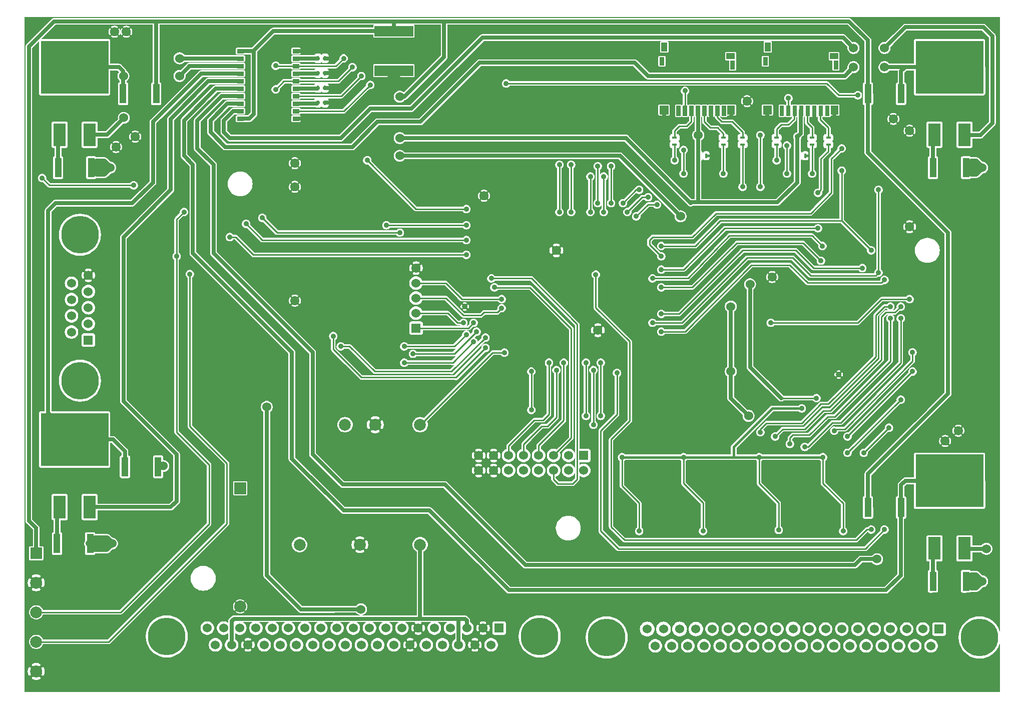
<source format=gbr>
G04 start of page 3 for group 1 idx 1 *
G04 Title: DAISI, ground *
G04 Creator: pcb 20140316 *
G04 CreationDate: Thu 05 Jul 2018 06:59:21 PM GMT UTC *
G04 For: afonsop *
G04 Format: Gerber/RS-274X *
G04 PCB-Dimensions (mil): 6540.00 4540.00 *
G04 PCB-Coordinate-Origin: lower left *
%MOIN*%
%FSLAX25Y25*%
%LNBOTTOM*%
%ADD72C,0.0512*%
%ADD71C,0.0380*%
%ADD70C,0.1250*%
%ADD69C,0.1260*%
%ADD68C,0.0350*%
%ADD67C,0.0200*%
%ADD66C,0.0360*%
%ADD65R,0.0300X0.0300*%
%ADD64R,0.0709X0.0709*%
%ADD63R,0.0394X0.0394*%
%ADD62R,0.0315X0.0315*%
%ADD61R,0.0276X0.0276*%
%ADD60R,0.0512X0.0512*%
%ADD59R,0.3500X0.3500*%
%ADD58R,0.0819X0.0819*%
%ADD57R,0.0433X0.0433*%
%ADD56R,0.0140X0.0140*%
%ADD55C,0.0787*%
%ADD54C,0.2500*%
%ADD53C,0.0600*%
%ADD52C,0.0400*%
%ADD51C,0.0179*%
%ADD50C,0.0100*%
%ADD49C,0.0250*%
%ADD48C,0.0001*%
G54D48*G36*
X290482Y243209D02*X296040D01*
X295820Y243191D01*
X295392Y243088D01*
X294985Y242920D01*
X294609Y242690D01*
X294274Y242403D01*
X293988Y242068D01*
X293757Y241692D01*
X293589Y241285D01*
X293486Y240857D01*
X293451Y240417D01*
X293481Y240038D01*
X290482Y237039D01*
Y243209D01*
G37*
G36*
Y246791D02*X291927D01*
X292019Y246640D01*
X292305Y246305D01*
X292419Y246209D01*
X290482D01*
Y246791D01*
G37*
G36*
X478340Y375113D02*X478815Y374639D01*
Y374134D01*
X478533Y374133D01*
X478340Y374087D01*
Y375113D01*
G37*
G36*
Y364622D02*X478533Y364576D01*
X478815Y364559D01*
Y341207D01*
X478664Y341115D01*
X478340Y340838D01*
Y364622D01*
G37*
G36*
X509838Y175925D02*X521595D01*
X521654Y175921D01*
X521889Y175939D01*
X521889Y175939D01*
X522119Y175994D01*
X522337Y176085D01*
X522538Y176208D01*
X522717Y176361D01*
X522756Y176406D01*
X534578Y188228D01*
X538819D01*
X538878Y188224D01*
X539113Y188242D01*
X539113Y188242D01*
X539343Y188297D01*
X539561Y188388D01*
X539762Y188511D01*
X539942Y188664D01*
X539980Y188709D01*
X573854Y222583D01*
X573899Y222621D01*
X574052Y222800D01*
X574052Y222801D01*
X574175Y223002D01*
X574266Y223220D01*
X574321Y223450D01*
X574339Y223685D01*
X574335Y223744D01*
Y251607D01*
X576409Y253681D01*
X577358D01*
X577089Y253516D01*
X576754Y253230D01*
X576468Y252895D01*
X576238Y252519D01*
X576069Y252112D01*
X575966Y251683D01*
X575932Y251244D01*
X575966Y250805D01*
X576069Y250376D01*
X576238Y249969D01*
X576468Y249593D01*
X576754Y249258D01*
X577089Y248972D01*
X577240Y248879D01*
Y223322D01*
X541209Y187291D01*
X536968D01*
X536909Y187296D01*
X536674Y187277D01*
X536444Y187222D01*
X536226Y187132D01*
X536025Y187009D01*
X536025Y187008D01*
X535846Y186855D01*
X535807Y186810D01*
X523985Y174988D01*
X513838D01*
X513780Y174993D01*
X513544Y174974D01*
X513315Y174919D01*
X513096Y174829D01*
X512895Y174705D01*
X512895Y174705D01*
X512716Y174552D01*
X512677Y174507D01*
X510792Y172622D01*
X510747Y172584D01*
X510594Y172404D01*
X510470Y172203D01*
X510380Y171985D01*
X510325Y171755D01*
X510325Y171755D01*
X510306Y171520D01*
X510311Y171461D01*
Y169947D01*
X510160Y169855D01*
X509838Y169580D01*
Y175925D01*
G37*
G36*
Y179862D02*X519626D01*
X519685Y179858D01*
X519920Y179876D01*
X519920Y179876D01*
X520150Y179931D01*
X520368Y180022D01*
X520569Y180145D01*
X520749Y180298D01*
X520787Y180343D01*
X533102Y192657D01*
X537343D01*
X537402Y192653D01*
X537637Y192671D01*
X537637Y192671D01*
X537867Y192726D01*
X538085Y192817D01*
X538286Y192940D01*
X538466Y193094D01*
X538504Y193138D01*
X569917Y224551D01*
X569962Y224590D01*
X570115Y224769D01*
X570115Y224769D01*
X570238Y224970D01*
X570329Y225189D01*
X570384Y225418D01*
X570402Y225654D01*
X570398Y225712D01*
Y252591D01*
X575435Y257629D01*
X576371Y257626D01*
X576468Y257467D01*
X576754Y257132D01*
X577089Y256846D01*
X577358Y256681D01*
X575846D01*
X575787Y256686D01*
X575552Y256667D01*
X575322Y256612D01*
X575104Y256522D01*
X574903Y256398D01*
X574903Y256398D01*
X574723Y256245D01*
X574685Y256200D01*
X571816Y253331D01*
X571771Y253292D01*
X571617Y253113D01*
X571494Y252911D01*
X571404Y252693D01*
X571349Y252464D01*
X571349Y252464D01*
X571330Y252228D01*
X571335Y252170D01*
Y224306D01*
X538257Y191228D01*
X534016D01*
X533957Y191233D01*
X533721Y191214D01*
X533492Y191159D01*
X533274Y191069D01*
X533072Y190946D01*
X533072Y190945D01*
X532893Y190792D01*
X532855Y190747D01*
X521032Y178925D01*
X509838D01*
Y179862D01*
G37*
G36*
Y378681D02*X510768D01*
X510827Y378676D01*
X511062Y378695D01*
X511062Y378695D01*
X511292Y378750D01*
X511510Y378840D01*
X511711Y378964D01*
X511891Y379117D01*
X511929Y379162D01*
X515582Y382815D01*
X515627Y382853D01*
X515780Y383033D01*
X515780Y383033D01*
X515904Y383234D01*
X515994Y383452D01*
X516049Y383682D01*
X516068Y383917D01*
X516063Y383976D01*
Y385305D01*
X516643Y385306D01*
Y375400D01*
X516327Y375084D01*
X516293Y375081D01*
X515864Y374978D01*
X515457Y374810D01*
X515081Y374579D01*
X514746Y374293D01*
X514460Y373958D01*
X514230Y373582D01*
X514061Y373175D01*
X513958Y372746D01*
X513924Y372307D01*
X513958Y371868D01*
X514061Y371439D01*
X514230Y371032D01*
X514460Y370656D01*
X514482Y370630D01*
Y342727D01*
X509838Y338083D01*
Y344892D01*
X509843Y344892D01*
X510282Y344927D01*
X510710Y345030D01*
X511118Y345198D01*
X511493Y345429D01*
X511829Y345715D01*
X512115Y346050D01*
X512345Y346426D01*
X512514Y346833D01*
X512617Y347261D01*
X512643Y347701D01*
X512617Y348140D01*
X512514Y348569D01*
X512345Y348976D01*
X512115Y349352D01*
X511829Y349687D01*
X511493Y349973D01*
X511343Y350065D01*
Y364037D01*
X511493Y364129D01*
X511829Y364416D01*
X512115Y364751D01*
X512345Y365126D01*
X512514Y365534D01*
X512617Y365962D01*
X512643Y366402D01*
X512617Y366841D01*
X512514Y367269D01*
X512345Y367677D01*
X512115Y368052D01*
X511829Y368388D01*
X511493Y368674D01*
X511118Y368904D01*
X510710Y369073D01*
X510282Y369176D01*
X509843Y369210D01*
X509838Y369210D01*
Y378681D01*
G37*
G36*
X534200Y365771D02*X534297Y365537D01*
X534445Y365296D01*
X534628Y365081D01*
X534843Y364897D01*
X535084Y364750D01*
X535345Y364642D01*
X535620Y364576D01*
X535902Y364559D01*
Y363086D01*
X534200Y361384D01*
Y365771D01*
G37*
G36*
Y370371D02*X534297Y370137D01*
X534445Y369896D01*
X534628Y369681D01*
X534843Y369497D01*
X535077Y369354D01*
X534843Y369211D01*
X534628Y369028D01*
X534445Y368813D01*
X534297Y368572D01*
X534200Y368338D01*
Y370371D01*
G37*
G36*
Y379293D02*X535902Y377591D01*
Y374134D01*
X535620Y374133D01*
X535345Y374067D01*
X535084Y373959D01*
X534843Y373811D01*
X534628Y373628D01*
X534445Y373413D01*
X534297Y373172D01*
X534200Y372938D01*
Y379293D01*
G37*
G36*
X634726Y399798D02*X640811Y399799D01*
X641007Y399846D01*
X641193Y399923D01*
X641365Y400029D01*
X641518Y400159D01*
X641649Y400313D01*
X641754Y400484D01*
X641831Y400670D01*
X641878Y400866D01*
X641890Y401067D01*
X641878Y436268D01*
X641831Y436464D01*
X641754Y436650D01*
X641649Y436821D01*
X641518Y436974D01*
X641365Y437105D01*
X641193Y437211D01*
X641007Y437288D01*
X640811Y437335D01*
X640610Y437346D01*
X634726Y437345D01*
Y442892D01*
X639816D01*
X644404Y438304D01*
Y382097D01*
X637848Y375541D01*
X634726D01*
Y399798D01*
G37*
G36*
Y25073D02*X635967Y24775D01*
X638164Y24602D01*
X640361Y24775D01*
X642503Y25290D01*
X644539Y26133D01*
X646418Y27285D01*
X648094Y28716D01*
X649525Y30391D01*
X650676Y32270D01*
X651520Y34306D01*
X651575Y34536D01*
Y2228D01*
X634726D01*
Y25073D01*
G37*
G36*
X651575Y452031D02*Y42755D01*
X651520Y42985D01*
X650676Y45021D01*
X649525Y46900D01*
X648094Y48576D01*
X646418Y50007D01*
X644539Y51158D01*
X642503Y52002D01*
X640361Y52516D01*
X638164Y52689D01*
X635967Y52516D01*
X634726Y52218D01*
Y69110D01*
X635709D01*
X635827Y69101D01*
X636297Y69138D01*
X636298Y69138D01*
X636757Y69248D01*
X637193Y69429D01*
X637596Y69676D01*
X637955Y69982D01*
X638031Y70072D01*
X640014Y72055D01*
X640391Y72084D01*
X641004Y72231D01*
X641585Y72472D01*
X642122Y72801D01*
X642601Y73210D01*
X643010Y73689D01*
X643339Y74226D01*
X643580Y74807D01*
X643727Y75420D01*
X643764Y76047D01*
X643727Y76675D01*
X643580Y77287D01*
X643339Y77869D01*
X643010Y78406D01*
X642601Y78884D01*
X642122Y79293D01*
X641585Y79622D01*
X641004Y79863D01*
X640391Y80010D01*
X640014Y80040D01*
X638031Y82022D01*
X637955Y82112D01*
X637596Y82419D01*
X637193Y82666D01*
X636757Y82846D01*
X636298Y82956D01*
X635827Y82994D01*
X635709Y82984D01*
X634726D01*
Y95451D01*
X639404D01*
X639470Y95342D01*
X639879Y94864D01*
X640358Y94455D01*
X640895Y94126D01*
X641477Y93885D01*
X642089Y93738D01*
X642717Y93688D01*
X643344Y93738D01*
X643956Y93885D01*
X644538Y94126D01*
X645075Y94455D01*
X645554Y94864D01*
X645963Y95342D01*
X646292Y95879D01*
X646532Y96461D01*
X646679Y97073D01*
X646717Y97701D01*
X646679Y98328D01*
X646532Y98941D01*
X646292Y99522D01*
X645963Y100059D01*
X645554Y100538D01*
X645075Y100947D01*
X644538Y101276D01*
X643956Y101517D01*
X643344Y101664D01*
X642717Y101713D01*
X642089Y101664D01*
X641477Y101517D01*
X640895Y101276D01*
X640358Y100947D01*
X639879Y100538D01*
X639470Y100059D01*
X639404Y99951D01*
X634726D01*
Y124207D01*
X640811Y124209D01*
X641007Y124256D01*
X641193Y124333D01*
X641365Y124438D01*
X641518Y124569D01*
X641649Y124722D01*
X641754Y124894D01*
X641831Y125080D01*
X641878Y125276D01*
X641890Y125476D01*
X641878Y160677D01*
X641831Y160873D01*
X641754Y161059D01*
X641649Y161231D01*
X641518Y161384D01*
X641365Y161515D01*
X641193Y161620D01*
X641007Y161697D01*
X640811Y161744D01*
X640610Y161756D01*
X634726Y161754D01*
Y344701D01*
X635709D01*
X635827Y344692D01*
X636297Y344729D01*
X636298Y344729D01*
X636757Y344839D01*
X637193Y345020D01*
X637596Y345266D01*
X637955Y345573D01*
X638031Y345663D01*
X640014Y347645D01*
X640391Y347675D01*
X641004Y347822D01*
X641585Y348063D01*
X642122Y348392D01*
X642601Y348801D01*
X643010Y349279D01*
X643339Y349816D01*
X643580Y350398D01*
X643727Y351010D01*
X643764Y351638D01*
X643727Y352265D01*
X643580Y352878D01*
X643339Y353459D01*
X643010Y353996D01*
X642601Y354475D01*
X642122Y354884D01*
X641585Y355213D01*
X641004Y355454D01*
X640391Y355601D01*
X640014Y355630D01*
X638031Y357613D01*
X637955Y357703D01*
X637596Y358009D01*
X637193Y358256D01*
X636757Y358437D01*
X636298Y358547D01*
X635827Y358584D01*
X635709Y358575D01*
X634726D01*
Y371041D01*
X638691D01*
X638780Y371034D01*
X639132Y371062D01*
X639133Y371062D01*
X639477Y371145D01*
X639804Y371280D01*
X640106Y371465D01*
X640375Y371695D01*
X640433Y371763D01*
X648182Y379512D01*
X648249Y379569D01*
X648479Y379838D01*
X648479Y379839D01*
X648664Y380141D01*
X648800Y380468D01*
X648883Y380812D01*
X648910Y381165D01*
X648904Y381254D01*
Y439148D01*
X648910Y439236D01*
X648883Y439589D01*
X648800Y439934D01*
X648760Y440029D01*
X648664Y440261D01*
X648550Y440448D01*
X648479Y440563D01*
X648479Y440563D01*
X648249Y440832D01*
X648182Y440890D01*
X642401Y446670D01*
X642344Y446738D01*
X642075Y446968D01*
X641773Y447153D01*
X641445Y447288D01*
X641101Y447371D01*
X641101Y447371D01*
X640748Y447399D01*
X640660Y447392D01*
X634726D01*
Y452031D01*
X651575D01*
G37*
G36*
X591537Y226604D02*X591853Y226334D01*
X592004Y226242D01*
Y223322D01*
X591537Y222855D01*
Y226604D01*
G37*
G36*
Y442892D02*X634726D01*
Y437345D01*
X595409Y437335D01*
X595214Y437288D01*
X595028Y437211D01*
X594856Y437105D01*
X594703Y436974D01*
X594572Y436821D01*
X594467Y436650D01*
X594390Y436464D01*
X594343Y436268D01*
X594331Y436067D01*
X594336Y420817D01*
X591537D01*
Y442892D01*
G37*
G36*
Y452031D02*X634726D01*
Y447392D01*
X591537D01*
Y452031D01*
G37*
G36*
X603334Y318941D02*X614876Y307399D01*
Y201979D01*
X603334Y190437D01*
Y288212D01*
X603346Y288211D01*
X604646Y288313D01*
X605914Y288617D01*
X607119Y289116D01*
X608230Y289798D01*
X609222Y290644D01*
X610069Y291636D01*
X610750Y292747D01*
X611249Y293952D01*
X611553Y295220D01*
X611630Y296520D01*
X611553Y297820D01*
X611249Y299087D01*
X610750Y300292D01*
X610069Y301404D01*
X609222Y302395D01*
X608230Y303242D01*
X607119Y303923D01*
X605914Y304422D01*
X604646Y304726D01*
X603346Y304829D01*
X603334Y304828D01*
Y318941D01*
G37*
G36*
X595014Y327260D02*X603334Y318941D01*
Y304828D01*
X602047Y304726D01*
X600779Y304422D01*
X599574Y303923D01*
X598463Y303242D01*
X597471Y302395D01*
X596624Y301404D01*
X595943Y300292D01*
X595444Y299087D01*
X595140Y297820D01*
X595037Y296520D01*
X595140Y295220D01*
X595444Y293952D01*
X595943Y292747D01*
X596624Y291636D01*
X597471Y290644D01*
X598463Y289798D01*
X599574Y289116D01*
X600779Y288617D01*
X602047Y288313D01*
X603334Y288212D01*
Y190437D01*
X595014Y182118D01*
Y213453D01*
X595155Y213539D01*
X595490Y213825D01*
X595776Y214160D01*
X596006Y214536D01*
X596175Y214943D01*
X596278Y215372D01*
X596304Y215811D01*
X596278Y216250D01*
X596175Y216679D01*
X596006Y217086D01*
X595776Y217462D01*
X595490Y217797D01*
X595155Y218083D01*
X595014Y218169D01*
Y226248D01*
X595155Y226334D01*
X595490Y226620D01*
X595776Y226955D01*
X596006Y227331D01*
X596175Y227738D01*
X596278Y228167D01*
X596304Y228606D01*
X596278Y229046D01*
X596175Y229474D01*
X596006Y229881D01*
X595776Y230257D01*
X595490Y230592D01*
X595155Y230879D01*
X595014Y230965D01*
Y310119D01*
X595076Y310137D01*
X595169Y310180D01*
X595254Y310237D01*
X595328Y310306D01*
X595391Y310386D01*
X595439Y310476D01*
X595597Y310855D01*
X595713Y311250D01*
X595791Y311653D01*
X595831Y312062D01*
Y312473D01*
X595791Y312882D01*
X595713Y313286D01*
X595597Y313680D01*
X595444Y314062D01*
X595394Y314151D01*
X595331Y314232D01*
X595256Y314302D01*
X595171Y314359D01*
X595078Y314402D01*
X595014Y314420D01*
Y327260D01*
G37*
G36*
Y218169D02*X594779Y218314D01*
X594372Y218482D01*
X593943Y218585D01*
X593504Y218620D01*
X593065Y218585D01*
X592636Y218482D01*
X592229Y218314D01*
X591853Y218083D01*
X591537Y217813D01*
Y218613D01*
X594523Y221599D01*
X594568Y221637D01*
X594721Y221816D01*
X594721Y221816D01*
X594845Y222018D01*
X594935Y222236D01*
X594990Y222465D01*
X595009Y222701D01*
X595004Y222760D01*
Y226242D01*
X595014Y226248D01*
Y218169D01*
G37*
G36*
Y182118D02*X591537Y178640D01*
Y211723D01*
X592893Y213078D01*
X593065Y213037D01*
X593504Y213002D01*
X593943Y213037D01*
X594372Y213140D01*
X594779Y213309D01*
X595014Y213453D01*
Y182118D01*
G37*
G36*
X591537Y261231D02*X591975Y261265D01*
X592403Y261368D01*
X592811Y261537D01*
X593186Y261767D01*
X593521Y262053D01*
X593808Y262388D01*
X594038Y262764D01*
X594207Y263171D01*
X594309Y263600D01*
X594335Y264039D01*
X594309Y264479D01*
X594207Y264907D01*
X594038Y265314D01*
X593808Y265690D01*
X593521Y266025D01*
X593186Y266312D01*
X592811Y266542D01*
X592403Y266711D01*
X591975Y266813D01*
X591537Y266848D01*
Y307972D01*
X591741D01*
X592150Y308012D01*
X592554Y308090D01*
X592948Y308206D01*
X593329Y308360D01*
X593419Y308409D01*
X593500Y308472D01*
X593569Y308547D01*
X593626Y308633D01*
X593669Y308726D01*
X593697Y308824D01*
X593710Y308926D01*
X593706Y309028D01*
X593686Y309129D01*
X593651Y309225D01*
X593601Y309315D01*
X593537Y309395D01*
X593462Y309465D01*
X593377Y309522D01*
X593284Y309565D01*
X593185Y309593D01*
X593084Y309605D01*
X592981Y309601D01*
X592881Y309581D01*
X592785Y309544D01*
X592521Y309434D01*
X592246Y309353D01*
X591964Y309299D01*
X591679Y309271D01*
X591537D01*
Y315264D01*
X591679D01*
X591964Y315237D01*
X592246Y315182D01*
X592521Y315101D01*
X592787Y314994D01*
X592882Y314957D01*
X592982Y314938D01*
X593084Y314934D01*
X593185Y314946D01*
X593283Y314974D01*
X593375Y315017D01*
X593460Y315073D01*
X593535Y315143D01*
X593598Y315223D01*
X593647Y315312D01*
X593683Y315408D01*
X593702Y315508D01*
X593706Y315609D01*
X593694Y315711D01*
X593666Y315809D01*
X593623Y315901D01*
X593567Y315986D01*
X593497Y316061D01*
X593417Y316124D01*
X593327Y316171D01*
X592948Y316329D01*
X592554Y316446D01*
X592150Y316524D01*
X591741Y316563D01*
X591537D01*
Y330738D01*
X595014Y327260D01*
Y314420D01*
X594979Y314430D01*
X594877Y314442D01*
X594775Y314438D01*
X594674Y314418D01*
X594578Y314383D01*
X594489Y314333D01*
X594408Y314270D01*
X594338Y314194D01*
X594281Y314109D01*
X594238Y314016D01*
X594210Y313918D01*
X594198Y313816D01*
X594202Y313714D01*
X594222Y313613D01*
X594259Y313518D01*
X594369Y313253D01*
X594450Y312978D01*
X594505Y312697D01*
X594532Y312411D01*
Y312124D01*
X594505Y311839D01*
X594450Y311557D01*
X594369Y311282D01*
X594262Y311016D01*
X594225Y310921D01*
X594205Y310821D01*
X594201Y310720D01*
X594214Y310618D01*
X594241Y310520D01*
X594284Y310428D01*
X594341Y310343D01*
X594410Y310268D01*
X594491Y310205D01*
X594580Y310156D01*
X594675Y310121D01*
X594775Y310101D01*
X594877Y310097D01*
X594978Y310109D01*
X595014Y310119D01*
Y230965D01*
X594779Y231109D01*
X594372Y231277D01*
X593943Y231380D01*
X593504Y231415D01*
X593065Y231380D01*
X592636Y231277D01*
X592229Y231109D01*
X591853Y230879D01*
X591537Y230609D01*
Y261231D01*
G37*
G36*
X624017Y399795D02*X634726Y399798D01*
Y375541D01*
X633477D01*
X633472Y381268D01*
X633425Y381464D01*
X633348Y381650D01*
X633243Y381821D01*
X633112Y381974D01*
X632959Y382105D01*
X632787Y382211D01*
X632601Y382288D01*
X632406Y382335D01*
X632205Y382346D01*
X624017Y382335D01*
Y399795D01*
G37*
G36*
X627300Y364792D02*X632406Y364799D01*
X632601Y364846D01*
X632787Y364923D01*
X632959Y365029D01*
X633112Y365159D01*
X633243Y365313D01*
X633348Y365484D01*
X633425Y365670D01*
X633472Y365866D01*
X633484Y366067D01*
X633480Y371041D01*
X634726D01*
Y358575D01*
X632992D01*
X632874Y358584D01*
X632425Y358549D01*
X632338Y358691D01*
X632207Y358845D01*
X632054Y358975D01*
X631882Y359081D01*
X631696Y359158D01*
X631500Y359205D01*
X631299Y359217D01*
X627300Y359206D01*
Y364792D01*
G37*
G36*
X634726Y161754D02*X627300Y161752D01*
Y174310D01*
X627303Y174311D01*
X627371Y174350D01*
X627432Y174399D01*
X627485Y174458D01*
X627527Y174524D01*
X627690Y174849D01*
X627819Y175189D01*
X627917Y175539D01*
X627983Y175897D01*
X628016Y176259D01*
Y176623D01*
X627983Y176985D01*
X627917Y177343D01*
X627819Y177693D01*
X627690Y178033D01*
X627530Y178360D01*
X627487Y178426D01*
X627434Y178485D01*
X627373Y178534D01*
X627304Y178574D01*
X627300Y178576D01*
Y344060D01*
X631500Y344071D01*
X631696Y344118D01*
X631882Y344195D01*
X632054Y344300D01*
X632207Y344431D01*
X632338Y344584D01*
X632425Y344727D01*
X632874Y344692D01*
X632992Y344701D01*
X634726D01*
Y161754D01*
G37*
G36*
X627300Y161752D02*X624017Y161752D01*
Y172441D01*
X624198D01*
X624560Y172474D01*
X624917Y172540D01*
X625268Y172638D01*
X625608Y172767D01*
X625934Y172926D01*
X626001Y172969D01*
X626060Y173022D01*
X626109Y173084D01*
X626149Y173153D01*
X626177Y173227D01*
X626193Y173304D01*
X626197Y173383D01*
X626189Y173462D01*
X626168Y173538D01*
X626136Y173611D01*
X626092Y173677D01*
X626039Y173736D01*
X625978Y173785D01*
X625909Y173825D01*
X625835Y173853D01*
X625758Y173869D01*
X625678Y173873D01*
X625600Y173865D01*
X625523Y173844D01*
X625452Y173810D01*
X625208Y173688D01*
X624954Y173591D01*
X624691Y173518D01*
X624423Y173469D01*
X624152Y173444D01*
X624017D01*
Y179438D01*
X624152D01*
X624423Y179413D01*
X624691Y179364D01*
X624954Y179291D01*
X625208Y179194D01*
X625453Y179074D01*
X625524Y179041D01*
X625600Y179020D01*
X625678Y179012D01*
X625757Y179016D01*
X625834Y179032D01*
X625908Y179060D01*
X625976Y179099D01*
X626037Y179148D01*
X626090Y179207D01*
X626133Y179273D01*
X626165Y179345D01*
X626186Y179420D01*
X626194Y179499D01*
X626190Y179577D01*
X626174Y179654D01*
X626146Y179728D01*
X626107Y179796D01*
X626057Y179857D01*
X625999Y179910D01*
X625932Y179952D01*
X625608Y180115D01*
X625268Y180244D01*
X624917Y180342D01*
X624560Y180408D01*
X624198Y180441D01*
X624017D01*
Y364787D01*
X627300Y364792D01*
Y359206D01*
X626768Y359205D01*
X626572Y359158D01*
X626386Y359081D01*
X626214Y358975D01*
X626061Y358845D01*
X625930Y358691D01*
X625825Y358520D01*
X625748Y358334D01*
X625701Y358138D01*
X625689Y357937D01*
X625701Y345138D01*
X625748Y344942D01*
X625825Y344756D01*
X625930Y344584D01*
X626061Y344431D01*
X626214Y344300D01*
X626386Y344195D01*
X626572Y344118D01*
X626768Y344071D01*
X626968Y344059D01*
X627300Y344060D01*
Y178576D01*
X627230Y178602D01*
X627153Y178618D01*
X627073Y178622D01*
X626995Y178614D01*
X626918Y178593D01*
X626846Y178561D01*
X626780Y178518D01*
X626721Y178465D01*
X626671Y178403D01*
X626632Y178334D01*
X626604Y178260D01*
X626587Y178183D01*
X626583Y178104D01*
X626592Y178025D01*
X626612Y177948D01*
X626646Y177877D01*
X626769Y177634D01*
X626865Y177379D01*
X626939Y177116D01*
X626988Y176849D01*
X627013Y176577D01*
Y176305D01*
X626988Y176033D01*
X626939Y175765D01*
X626865Y175503D01*
X626769Y175248D01*
X626649Y175004D01*
X626615Y174932D01*
X626595Y174856D01*
X626586Y174778D01*
X626590Y174700D01*
X626607Y174623D01*
X626635Y174549D01*
X626674Y174481D01*
X626723Y174420D01*
X626782Y174367D01*
X626848Y174324D01*
X626919Y174292D01*
X626995Y174271D01*
X627074Y174263D01*
X627152Y174267D01*
X627229Y174283D01*
X627300Y174310D01*
Y161752D01*
G37*
G36*
X624017Y161752D02*X620732Y161751D01*
Y174306D01*
X620801Y174280D01*
X620879Y174263D01*
X620958Y174259D01*
X621037Y174268D01*
X621113Y174289D01*
X621185Y174321D01*
X621252Y174364D01*
X621311Y174417D01*
X621360Y174479D01*
X621400Y174548D01*
X621428Y174622D01*
X621444Y174699D01*
X621448Y174778D01*
X621440Y174857D01*
X621419Y174933D01*
X621385Y175005D01*
X621263Y175248D01*
X621166Y175503D01*
X621093Y175765D01*
X621044Y176033D01*
X621019Y176305D01*
Y176577D01*
X621044Y176849D01*
X621093Y177116D01*
X621166Y177379D01*
X621263Y177634D01*
X621383Y177878D01*
X621416Y177949D01*
X621437Y178025D01*
X621445Y178104D01*
X621441Y178182D01*
X621425Y178259D01*
X621397Y178333D01*
X621358Y178401D01*
X621308Y178462D01*
X621250Y178515D01*
X621184Y178558D01*
X621112Y178590D01*
X621036Y178611D01*
X620958Y178619D01*
X620879Y178615D01*
X620802Y178599D01*
X620732Y178572D01*
Y399794D01*
X624017Y399795D01*
Y382335D01*
X623815Y382335D01*
X623619Y382288D01*
X623433Y382211D01*
X623261Y382105D01*
X623108Y381974D01*
X622977Y381821D01*
X622872Y381650D01*
X622795Y381464D01*
X622748Y381268D01*
X622736Y381067D01*
X622748Y365866D01*
X622795Y365670D01*
X622872Y365484D01*
X622977Y365313D01*
X623108Y365159D01*
X623261Y365029D01*
X623433Y364923D01*
X623619Y364846D01*
X623815Y364799D01*
X624016Y364787D01*
X624017Y364787D01*
Y180441D01*
X623834D01*
X623472Y180408D01*
X623114Y180342D01*
X622764Y180244D01*
X622424Y180115D01*
X622097Y179956D01*
X622031Y179913D01*
X621972Y179860D01*
X621922Y179798D01*
X621883Y179729D01*
X621855Y179655D01*
X621838Y179578D01*
X621834Y179499D01*
X621843Y179420D01*
X621863Y179343D01*
X621896Y179271D01*
X621939Y179205D01*
X621992Y179146D01*
X622054Y179096D01*
X622123Y179057D01*
X622196Y179029D01*
X622274Y179013D01*
X622353Y179009D01*
X622432Y179017D01*
X622508Y179038D01*
X622580Y179071D01*
X622823Y179194D01*
X623078Y179291D01*
X623340Y179364D01*
X623608Y179413D01*
X623880Y179438D01*
X624017D01*
Y173444D01*
X623880D01*
X623608Y173469D01*
X623340Y173518D01*
X623078Y173591D01*
X622823Y173688D01*
X622578Y173808D01*
X622507Y173841D01*
X622431Y173862D01*
X622353Y173870D01*
X622274Y173866D01*
X622197Y173850D01*
X622124Y173822D01*
X622056Y173783D01*
X621994Y173733D01*
X621942Y173675D01*
X621899Y173609D01*
X621866Y173537D01*
X621846Y173461D01*
X621837Y173383D01*
X621841Y173305D01*
X621858Y173228D01*
X621886Y173154D01*
X621925Y173086D01*
X621974Y173024D01*
X622033Y172972D01*
X622099Y172930D01*
X622424Y172767D01*
X622764Y172638D01*
X623114Y172540D01*
X623472Y172474D01*
X623834Y172441D01*
X624017D01*
Y161752D01*
G37*
G36*
X620732Y161751D02*X618441Y161750D01*
Y167420D01*
X618444Y167421D01*
X618513Y167460D01*
X618574Y167510D01*
X618627Y167568D01*
X618668Y167635D01*
X618832Y167959D01*
X618961Y168299D01*
X619059Y168650D01*
X619124Y169007D01*
X619157Y169369D01*
Y169733D01*
X619124Y170095D01*
X619059Y170453D01*
X618961Y170803D01*
X618832Y171143D01*
X618672Y171470D01*
X618629Y171536D01*
X618576Y171595D01*
X618514Y171645D01*
X618446Y171684D01*
X618441Y171686D01*
Y199181D01*
X618655Y199394D01*
X618722Y199451D01*
X618952Y199720D01*
X618952Y199721D01*
X619137Y200023D01*
X619272Y200350D01*
X619355Y200694D01*
X619383Y201047D01*
X619376Y201135D01*
Y308242D01*
X619383Y308331D01*
X619355Y308684D01*
X619272Y309028D01*
X619233Y309124D01*
X619137Y309355D01*
X619022Y309543D01*
X618952Y309657D01*
X618952Y309657D01*
X618722Y309927D01*
X618655Y309984D01*
X618441Y310197D01*
Y399793D01*
X620732Y399794D01*
Y178572D01*
X620729Y178571D01*
X620661Y178532D01*
X620599Y178483D01*
X620546Y178424D01*
X620505Y178358D01*
X620342Y178033D01*
X620212Y177693D01*
X620114Y177343D01*
X620049Y176985D01*
X620016Y176623D01*
Y176259D01*
X620049Y175897D01*
X620114Y175539D01*
X620212Y175189D01*
X620342Y174849D01*
X620501Y174522D01*
X620544Y174456D01*
X620597Y174397D01*
X620659Y174347D01*
X620727Y174308D01*
X620732Y174306D01*
Y161751D01*
G37*
G36*
X618441Y310197D02*X615159Y313480D01*
Y399793D01*
X618441Y399793D01*
Y310197D01*
G37*
G36*
Y161750D02*X615159Y161749D01*
Y165551D01*
X615339D01*
X615701Y165584D01*
X616059Y165650D01*
X616409Y165748D01*
X616749Y165877D01*
X617076Y166037D01*
X617143Y166079D01*
X617201Y166133D01*
X617251Y166194D01*
X617290Y166263D01*
X617319Y166337D01*
X617335Y166414D01*
X617339Y166493D01*
X617330Y166572D01*
X617310Y166649D01*
X617277Y166721D01*
X617234Y166787D01*
X617181Y166846D01*
X617119Y166896D01*
X617051Y166935D01*
X616977Y166963D01*
X616899Y166980D01*
X616820Y166984D01*
X616741Y166975D01*
X616665Y166954D01*
X616593Y166921D01*
X616350Y166798D01*
X616095Y166702D01*
X615833Y166628D01*
X615565Y166579D01*
X615294Y166554D01*
X615159D01*
Y172548D01*
X615294D01*
X615565Y172523D01*
X615833Y172474D01*
X616095Y172401D01*
X616350Y172304D01*
X616595Y172184D01*
X616666Y172151D01*
X616742Y172130D01*
X616820Y172122D01*
X616899Y172126D01*
X616976Y172142D01*
X617049Y172170D01*
X617118Y172209D01*
X617179Y172259D01*
X617232Y172317D01*
X617275Y172383D01*
X617307Y172455D01*
X617327Y172531D01*
X617336Y172609D01*
X617332Y172688D01*
X617316Y172765D01*
X617288Y172838D01*
X617248Y172906D01*
X617199Y172968D01*
X617141Y173020D01*
X617074Y173062D01*
X616749Y173225D01*
X616409Y173355D01*
X616059Y173452D01*
X615701Y173518D01*
X615339Y173551D01*
X615159D01*
Y195898D01*
X618441Y199181D01*
Y171686D01*
X618372Y171712D01*
X618294Y171729D01*
X618215Y171733D01*
X618136Y171724D01*
X618060Y171704D01*
X617988Y171671D01*
X617921Y171628D01*
X617863Y171575D01*
X617813Y171513D01*
X617774Y171444D01*
X617745Y171370D01*
X617729Y171293D01*
X617725Y171214D01*
X617734Y171135D01*
X617754Y171059D01*
X617788Y170987D01*
X617910Y170744D01*
X618007Y170489D01*
X618080Y170227D01*
X618130Y169959D01*
X618154Y169687D01*
Y169415D01*
X618130Y169144D01*
X618080Y168876D01*
X618007Y168613D01*
X617910Y168359D01*
X617791Y168114D01*
X617757Y168043D01*
X617737Y167967D01*
X617728Y167888D01*
X617732Y167810D01*
X617748Y167733D01*
X617776Y167659D01*
X617816Y167591D01*
X617865Y167530D01*
X617923Y167477D01*
X617989Y167434D01*
X618061Y167402D01*
X618137Y167381D01*
X618215Y167373D01*
X618294Y167377D01*
X618371Y167393D01*
X618441Y167420D01*
Y161750D01*
G37*
G36*
X615159Y313480D02*X608110Y320528D01*
Y344067D01*
X609453Y344071D01*
X609649Y344118D01*
X609835Y344195D01*
X610006Y344300D01*
X610160Y344431D01*
X610290Y344584D01*
X610396Y344756D01*
X610473Y344942D01*
X610520Y345138D01*
X610531Y345339D01*
X610520Y358138D01*
X610473Y358334D01*
X610396Y358520D01*
X610290Y358691D01*
X610160Y358845D01*
X610006Y358975D01*
X609835Y359081D01*
X609649Y359158D01*
X609453Y359205D01*
X609337Y359212D01*
Y364795D01*
X612406Y364799D01*
X612601Y364846D01*
X612787Y364923D01*
X612959Y365029D01*
X613112Y365159D01*
X613243Y365313D01*
X613348Y365484D01*
X613425Y365670D01*
X613472Y365866D01*
X613484Y366067D01*
X613472Y381268D01*
X613425Y381464D01*
X613348Y381650D01*
X613243Y381821D01*
X613112Y381974D01*
X612959Y382105D01*
X612787Y382211D01*
X612601Y382288D01*
X612406Y382335D01*
X612205Y382346D01*
X608110Y382341D01*
Y399791D01*
X615159Y399793D01*
Y313480D01*
G37*
G36*
X608110Y320528D02*X594819Y333819D01*
Y374113D01*
X594822Y374114D01*
X594891Y374153D01*
X594952Y374202D01*
X595005Y374261D01*
X595046Y374328D01*
X595210Y374652D01*
X595339Y374992D01*
X595437Y375342D01*
X595502Y375700D01*
X595535Y376062D01*
Y376426D01*
X595502Y376788D01*
X595437Y377146D01*
X595339Y377496D01*
X595210Y377836D01*
X595050Y378163D01*
X595007Y378229D01*
X594954Y378288D01*
X594892Y378338D01*
X594824Y378377D01*
X594819Y378379D01*
Y400060D01*
X594856Y400029D01*
X595028Y399923D01*
X595214Y399846D01*
X595409Y399799D01*
X595610Y399787D01*
X608110Y399791D01*
Y382341D01*
X603815Y382335D01*
X603619Y382288D01*
X603433Y382211D01*
X603261Y382105D01*
X603108Y381974D01*
X602977Y381821D01*
X602872Y381650D01*
X602795Y381464D01*
X602748Y381268D01*
X602736Y381067D01*
X602748Y365866D01*
X602795Y365670D01*
X602872Y365484D01*
X602977Y365313D01*
X603108Y365159D01*
X603261Y365029D01*
X603433Y364923D01*
X603619Y364846D01*
X603815Y364799D01*
X604016Y364787D01*
X604837Y364789D01*
Y359205D01*
X604720Y359205D01*
X604525Y359158D01*
X604339Y359081D01*
X604167Y358975D01*
X604014Y358845D01*
X603883Y358691D01*
X603778Y358520D01*
X603701Y358334D01*
X603654Y358138D01*
X603642Y357937D01*
X603654Y345138D01*
X603701Y344942D01*
X603778Y344756D01*
X603883Y344584D01*
X604014Y344431D01*
X604167Y344300D01*
X604339Y344195D01*
X604525Y344118D01*
X604720Y344071D01*
X604921Y344059D01*
X608110Y344067D01*
Y320528D01*
G37*
G36*
X615159Y161749D02*X611874Y161748D01*
Y167416D01*
X611943Y167390D01*
X612021Y167374D01*
X612100Y167370D01*
X612178Y167378D01*
X612255Y167399D01*
X612327Y167431D01*
X612394Y167474D01*
X612452Y167528D01*
X612502Y167589D01*
X612541Y167658D01*
X612570Y167732D01*
X612586Y167809D01*
X612590Y167889D01*
X612581Y167967D01*
X612561Y168044D01*
X612527Y168115D01*
X612405Y168359D01*
X612308Y168613D01*
X612235Y168876D01*
X612185Y169144D01*
X612161Y169415D01*
Y169687D01*
X612185Y169959D01*
X612235Y170227D01*
X612308Y170489D01*
X612405Y170744D01*
X612524Y170989D01*
X612558Y171060D01*
X612578Y171136D01*
X612587Y171214D01*
X612583Y171293D01*
X612567Y171370D01*
X612539Y171443D01*
X612499Y171511D01*
X612450Y171573D01*
X612392Y171625D01*
X612326Y171668D01*
X612254Y171701D01*
X612178Y171721D01*
X612100Y171730D01*
X612021Y171726D01*
X611944Y171709D01*
X611874Y171683D01*
Y192613D01*
X615159Y195898D01*
Y173551D01*
X614976D01*
X614613Y173518D01*
X614256Y173452D01*
X613906Y173355D01*
X613566Y173225D01*
X613239Y173066D01*
X613172Y173023D01*
X613114Y172970D01*
X613064Y172908D01*
X613024Y172839D01*
X612996Y172765D01*
X612980Y172688D01*
X612976Y172609D01*
X612984Y172530D01*
X613005Y172454D01*
X613038Y172381D01*
X613081Y172315D01*
X613134Y172256D01*
X613196Y172207D01*
X613264Y172167D01*
X613338Y172139D01*
X613416Y172123D01*
X613495Y172119D01*
X613574Y172127D01*
X613650Y172148D01*
X613722Y172182D01*
X613965Y172304D01*
X614220Y172401D01*
X614482Y172474D01*
X614750Y172523D01*
X615021Y172548D01*
X615159D01*
Y166554D01*
X615021D01*
X614750Y166579D01*
X614482Y166628D01*
X614220Y166702D01*
X613965Y166798D01*
X613720Y166918D01*
X613649Y166952D01*
X613573Y166972D01*
X613495Y166980D01*
X613416Y166977D01*
X613339Y166960D01*
X613266Y166932D01*
X613197Y166893D01*
X613136Y166844D01*
X613083Y166785D01*
X613040Y166719D01*
X613008Y166648D01*
X612988Y166572D01*
X612979Y166493D01*
X612983Y166415D01*
X612999Y166338D01*
X613027Y166264D01*
X613066Y166196D01*
X613116Y166135D01*
X613174Y166082D01*
X613241Y166040D01*
X613566Y165877D01*
X613906Y165748D01*
X614256Y165650D01*
X614613Y165584D01*
X614976Y165551D01*
X615159D01*
Y161749D01*
G37*
G36*
X611874Y161748D02*X595409Y161744D01*
X595214Y161697D01*
X595028Y161620D01*
X594856Y161515D01*
X594819Y161483D01*
Y175559D01*
X611874Y192613D01*
Y171683D01*
X611871Y171681D01*
X611802Y171642D01*
X611741Y171593D01*
X611688Y171534D01*
X611647Y171468D01*
X611483Y171143D01*
X611354Y170803D01*
X611256Y170453D01*
X611190Y170095D01*
X611157Y169733D01*
Y169369D01*
X611190Y169007D01*
X611256Y168650D01*
X611354Y168299D01*
X611483Y167959D01*
X611643Y167633D01*
X611686Y167566D01*
X611739Y167507D01*
X611801Y167458D01*
X611869Y167418D01*
X611874Y167416D01*
Y161748D01*
G37*
G36*
X594819Y333819D02*X591537Y337102D01*
Y372244D01*
X591717D01*
X592079Y372277D01*
X592437Y372343D01*
X592787Y372441D01*
X593127Y372570D01*
X593454Y372730D01*
X593521Y372772D01*
X593579Y372825D01*
X593629Y372887D01*
X593668Y372956D01*
X593697Y373030D01*
X593713Y373107D01*
X593717Y373186D01*
X593708Y373265D01*
X593688Y373342D01*
X593655Y373414D01*
X593612Y373480D01*
X593559Y373539D01*
X593497Y373589D01*
X593429Y373628D01*
X593355Y373656D01*
X593277Y373673D01*
X593198Y373676D01*
X593119Y373668D01*
X593043Y373647D01*
X592971Y373614D01*
X592728Y373491D01*
X592473Y373394D01*
X592211Y373321D01*
X591943Y373272D01*
X591672Y373247D01*
X591537D01*
Y379241D01*
X591672D01*
X591943Y379216D01*
X592211Y379167D01*
X592473Y379094D01*
X592728Y378997D01*
X592973Y378877D01*
X593044Y378844D01*
X593120Y378823D01*
X593198Y378815D01*
X593277Y378819D01*
X593354Y378835D01*
X593427Y378863D01*
X593496Y378902D01*
X593557Y378952D01*
X593610Y379010D01*
X593653Y379076D01*
X593685Y379148D01*
X593705Y379224D01*
X593714Y379302D01*
X593710Y379381D01*
X593694Y379458D01*
X593666Y379531D01*
X593626Y379599D01*
X593577Y379661D01*
X593519Y379713D01*
X593452Y379755D01*
X593127Y379918D01*
X592787Y380047D01*
X592437Y380145D01*
X592079Y380211D01*
X591717Y380244D01*
X591537D01*
Y416317D01*
X594337D01*
X594343Y400866D01*
X594390Y400670D01*
X594467Y400484D01*
X594572Y400313D01*
X594703Y400159D01*
X594819Y400060D01*
Y378379D01*
X594750Y378405D01*
X594672Y378422D01*
X594593Y378426D01*
X594514Y378417D01*
X594438Y378396D01*
X594366Y378364D01*
X594299Y378321D01*
X594241Y378268D01*
X594191Y378206D01*
X594152Y378137D01*
X594123Y378063D01*
X594107Y377986D01*
X594103Y377907D01*
X594112Y377828D01*
X594132Y377752D01*
X594166Y377680D01*
X594288Y377437D01*
X594385Y377182D01*
X594458Y376920D01*
X594508Y376652D01*
X594532Y376380D01*
Y376108D01*
X594508Y375837D01*
X594458Y375569D01*
X594385Y375306D01*
X594288Y375051D01*
X594169Y374807D01*
X594135Y374736D01*
X594115Y374660D01*
X594106Y374581D01*
X594110Y374503D01*
X594126Y374426D01*
X594154Y374352D01*
X594194Y374284D01*
X594243Y374223D01*
X594301Y374170D01*
X594367Y374127D01*
X594439Y374095D01*
X594515Y374074D01*
X594593Y374066D01*
X594672Y374070D01*
X594749Y374086D01*
X594819Y374113D01*
Y333819D01*
G37*
G36*
Y161483D02*X594703Y161384D01*
X594572Y161231D01*
X594467Y161059D01*
X594390Y160873D01*
X594343Y160677D01*
X594331Y160476D01*
X594336Y145226D01*
X591537D01*
Y172276D01*
X594819Y175559D01*
Y161483D01*
G37*
G36*
X580710Y434087D02*X589515Y442892D01*
X591537D01*
Y420817D01*
X588671D01*
X588583Y420824D01*
X588495Y420817D01*
X580710D01*
Y434087D01*
G37*
G36*
Y452031D02*X591537D01*
Y447392D01*
X588671D01*
X588583Y447399D01*
X588230Y447371D01*
X587885Y447288D01*
X587558Y447153D01*
X587256Y446968D01*
X587256Y446967D01*
X586987Y446738D01*
X586929Y446670D01*
X580710Y440451D01*
Y452031D01*
G37*
G36*
X591537Y337102D02*X588252Y340387D01*
Y374109D01*
X588321Y374083D01*
X588399Y374067D01*
X588478Y374063D01*
X588556Y374071D01*
X588633Y374092D01*
X588705Y374124D01*
X588771Y374167D01*
X588830Y374221D01*
X588880Y374282D01*
X588919Y374351D01*
X588948Y374425D01*
X588964Y374502D01*
X588968Y374581D01*
X588959Y374660D01*
X588939Y374737D01*
X588905Y374808D01*
X588783Y375051D01*
X588686Y375306D01*
X588612Y375569D01*
X588563Y375837D01*
X588539Y376108D01*
Y376380D01*
X588563Y376652D01*
X588612Y376920D01*
X588686Y377182D01*
X588783Y377437D01*
X588902Y377682D01*
X588936Y377753D01*
X588956Y377829D01*
X588965Y377907D01*
X588961Y377985D01*
X588945Y378062D01*
X588917Y378136D01*
X588877Y378204D01*
X588828Y378266D01*
X588770Y378318D01*
X588704Y378361D01*
X588632Y378394D01*
X588556Y378414D01*
X588478Y378422D01*
X588399Y378419D01*
X588322Y378402D01*
X588252Y378375D01*
Y393298D01*
X588389Y393331D01*
X588575Y393408D01*
X588747Y393513D01*
X588900Y393644D01*
X589030Y393797D01*
X589136Y393968D01*
X589213Y394155D01*
X589260Y394350D01*
X589272Y394551D01*
X589260Y407350D01*
X589213Y407546D01*
X589136Y407732D01*
X589030Y407904D01*
X588900Y408057D01*
X588747Y408188D01*
X588575Y408293D01*
X588389Y408370D01*
X588252Y408403D01*
Y415054D01*
X589515Y416317D01*
X591537D01*
Y380244D01*
X591354D01*
X590991Y380211D01*
X590634Y380145D01*
X590284Y380047D01*
X589944Y379918D01*
X589617Y379759D01*
X589550Y379716D01*
X589492Y379663D01*
X589442Y379601D01*
X589402Y379532D01*
X589374Y379458D01*
X589358Y379381D01*
X589354Y379302D01*
X589362Y379223D01*
X589383Y379147D01*
X589415Y379074D01*
X589459Y379008D01*
X589512Y378949D01*
X589574Y378900D01*
X589642Y378860D01*
X589716Y378832D01*
X589794Y378816D01*
X589873Y378812D01*
X589952Y378820D01*
X590028Y378841D01*
X590099Y378875D01*
X590343Y378997D01*
X590597Y379094D01*
X590860Y379167D01*
X591128Y379216D01*
X591399Y379241D01*
X591537D01*
Y373247D01*
X591399D01*
X591128Y373272D01*
X590860Y373321D01*
X590597Y373394D01*
X590343Y373491D01*
X590098Y373611D01*
X590027Y373644D01*
X589951Y373665D01*
X589873Y373673D01*
X589794Y373669D01*
X589717Y373653D01*
X589644Y373625D01*
X589575Y373586D01*
X589514Y373537D01*
X589461Y373478D01*
X589418Y373412D01*
X589386Y373341D01*
X589365Y373265D01*
X589357Y373186D01*
X589361Y373108D01*
X589377Y373031D01*
X589405Y372957D01*
X589444Y372889D01*
X589494Y372828D01*
X589552Y372775D01*
X589619Y372733D01*
X589944Y372570D01*
X590284Y372441D01*
X590634Y372343D01*
X590991Y372277D01*
X591354Y372244D01*
X591537D01*
Y337102D01*
G37*
G36*
X588252Y408403D02*X588193Y408417D01*
X588077Y408424D01*
Y414879D01*
X588252Y415054D01*
Y408403D01*
G37*
G36*
Y340387D02*X583992Y344646D01*
Y381987D01*
X583996Y381988D01*
X584064Y382027D01*
X584125Y382077D01*
X584178Y382135D01*
X584220Y382202D01*
X584383Y382526D01*
X584512Y382866D01*
X584610Y383216D01*
X584676Y383574D01*
X584709Y383936D01*
Y384300D01*
X584676Y384662D01*
X584610Y385020D01*
X584512Y385370D01*
X584383Y385710D01*
X584223Y386037D01*
X584180Y386103D01*
X584127Y386162D01*
X584066Y386212D01*
X583997Y386251D01*
X583992Y386253D01*
Y393273D01*
X588193Y393284D01*
X588252Y393298D01*
Y378375D01*
X588248Y378374D01*
X588180Y378335D01*
X588119Y378286D01*
X588066Y378227D01*
X588024Y378161D01*
X587861Y377836D01*
X587732Y377496D01*
X587634Y377146D01*
X587568Y376788D01*
X587535Y376426D01*
Y376062D01*
X587568Y375700D01*
X587634Y375342D01*
X587732Y374992D01*
X587861Y374652D01*
X588021Y374326D01*
X588064Y374259D01*
X588117Y374200D01*
X588178Y374151D01*
X588247Y374111D01*
X588252Y374109D01*
Y340387D01*
G37*
G36*
X583992Y344646D02*X580710Y347928D01*
Y380118D01*
X580890D01*
X581253Y380151D01*
X581610Y380217D01*
X581961Y380315D01*
X582300Y380444D01*
X582627Y380604D01*
X582694Y380646D01*
X582753Y380699D01*
X582802Y380761D01*
X582842Y380830D01*
X582870Y380904D01*
X582886Y380981D01*
X582890Y381060D01*
X582882Y381139D01*
X582861Y381216D01*
X582829Y381288D01*
X582785Y381354D01*
X582732Y381413D01*
X582671Y381463D01*
X582602Y381502D01*
X582528Y381530D01*
X582450Y381547D01*
X582371Y381550D01*
X582293Y381542D01*
X582216Y381521D01*
X582145Y381488D01*
X581901Y381365D01*
X581647Y381269D01*
X581384Y381195D01*
X581116Y381146D01*
X580845Y381121D01*
X580710D01*
Y387115D01*
X580845D01*
X581116Y387090D01*
X581384Y387041D01*
X581647Y386968D01*
X581901Y386871D01*
X582146Y386751D01*
X582217Y386718D01*
X582293Y386697D01*
X582371Y386689D01*
X582450Y386693D01*
X582527Y386709D01*
X582601Y386737D01*
X582669Y386776D01*
X582730Y386826D01*
X582783Y386884D01*
X582826Y386950D01*
X582858Y387022D01*
X582879Y387098D01*
X582887Y387176D01*
X582883Y387255D01*
X582867Y387332D01*
X582839Y387405D01*
X582800Y387473D01*
X582750Y387535D01*
X582692Y387587D01*
X582625Y387629D01*
X582300Y387792D01*
X581961Y387922D01*
X581610Y388019D01*
X581253Y388085D01*
X580890Y388118D01*
X580710D01*
Y416317D01*
X583634D01*
X583598Y416164D01*
X583598Y416164D01*
X583570Y415811D01*
X583577Y415723D01*
Y408418D01*
X583461Y408417D01*
X583265Y408370D01*
X583079Y408293D01*
X582907Y408188D01*
X582754Y408057D01*
X582623Y407904D01*
X582518Y407732D01*
X582441Y407546D01*
X582394Y407350D01*
X582382Y407150D01*
X582394Y394350D01*
X582441Y394155D01*
X582518Y393968D01*
X582623Y393797D01*
X582754Y393644D01*
X582907Y393513D01*
X583079Y393408D01*
X583265Y393331D01*
X583461Y393284D01*
X583661Y393272D01*
X583992Y393273D01*
Y386253D01*
X583923Y386279D01*
X583845Y386296D01*
X583766Y386300D01*
X583688Y386291D01*
X583611Y386270D01*
X583539Y386238D01*
X583473Y386195D01*
X583414Y386142D01*
X583364Y386080D01*
X583325Y386011D01*
X583297Y385937D01*
X583280Y385860D01*
X583276Y385781D01*
X583285Y385702D01*
X583305Y385626D01*
X583339Y385554D01*
X583461Y385311D01*
X583558Y385056D01*
X583632Y384794D01*
X583681Y384526D01*
X583706Y384254D01*
Y383982D01*
X583681Y383711D01*
X583632Y383443D01*
X583558Y383180D01*
X583461Y382925D01*
X583342Y382681D01*
X583308Y382610D01*
X583288Y382534D01*
X583279Y382455D01*
X583283Y382377D01*
X583300Y382300D01*
X583328Y382226D01*
X583367Y382158D01*
X583416Y382097D01*
X583475Y382044D01*
X583540Y382001D01*
X583612Y381969D01*
X583688Y381948D01*
X583766Y381940D01*
X583845Y381944D01*
X583922Y381960D01*
X583992Y381987D01*
Y344646D01*
G37*
G36*
X577425Y428341D02*X577640Y428525D01*
X578049Y429004D01*
X578378Y429541D01*
X578619Y430122D01*
X578766Y430735D01*
X578803Y431362D01*
X578766Y431990D01*
X578736Y432113D01*
X580710Y434087D01*
Y420817D01*
X578116D01*
X578049Y420925D01*
X577640Y421404D01*
X577425Y421588D01*
Y428341D01*
G37*
G36*
Y452031D02*X580710D01*
Y440451D01*
X577425Y437166D01*
Y452031D01*
G37*
G36*
X580710Y347928D02*X577425Y351214D01*
Y381983D01*
X577494Y381957D01*
X577572Y381941D01*
X577651Y381937D01*
X577730Y381945D01*
X577806Y381966D01*
X577878Y381998D01*
X577945Y382041D01*
X578003Y382095D01*
X578053Y382156D01*
X578093Y382225D01*
X578121Y382299D01*
X578137Y382376D01*
X578141Y382455D01*
X578133Y382534D01*
X578112Y382611D01*
X578078Y382682D01*
X577956Y382925D01*
X577859Y383180D01*
X577786Y383443D01*
X577736Y383711D01*
X577712Y383982D01*
Y384254D01*
X577736Y384526D01*
X577786Y384794D01*
X577859Y385056D01*
X577956Y385311D01*
X578075Y385556D01*
X578109Y385627D01*
X578130Y385703D01*
X578138Y385781D01*
X578134Y385859D01*
X578118Y385936D01*
X578090Y386010D01*
X578051Y386078D01*
X578001Y386140D01*
X577943Y386192D01*
X577877Y386235D01*
X577805Y386268D01*
X577729Y386288D01*
X577651Y386296D01*
X577572Y386293D01*
X577495Y386276D01*
X577425Y386249D01*
Y415546D01*
X577640Y415730D01*
X578049Y416209D01*
X578116Y416317D01*
X580710D01*
Y388118D01*
X580527D01*
X580165Y388085D01*
X579807Y388019D01*
X579457Y387922D01*
X579117Y387792D01*
X578790Y387633D01*
X578724Y387590D01*
X578665Y387537D01*
X578615Y387475D01*
X578576Y387406D01*
X578547Y387332D01*
X578531Y387255D01*
X578527Y387176D01*
X578536Y387097D01*
X578556Y387021D01*
X578589Y386948D01*
X578632Y386882D01*
X578685Y386823D01*
X578747Y386774D01*
X578815Y386734D01*
X578889Y386706D01*
X578967Y386690D01*
X579046Y386686D01*
X579125Y386694D01*
X579201Y386715D01*
X579273Y386749D01*
X579516Y386871D01*
X579771Y386968D01*
X580033Y387041D01*
X580301Y387090D01*
X580572Y387115D01*
X580710D01*
Y381121D01*
X580572D01*
X580301Y381146D01*
X580033Y381195D01*
X579771Y381269D01*
X579516Y381365D01*
X579271Y381485D01*
X579200Y381518D01*
X579124Y381539D01*
X579046Y381547D01*
X578967Y381543D01*
X578890Y381527D01*
X578817Y381499D01*
X578749Y381460D01*
X578687Y381411D01*
X578634Y381352D01*
X578591Y381286D01*
X578559Y381215D01*
X578539Y381139D01*
X578530Y381060D01*
X578534Y380982D01*
X578550Y380905D01*
X578578Y380831D01*
X578618Y380763D01*
X578667Y380702D01*
X578725Y380649D01*
X578792Y380607D01*
X579117Y380444D01*
X579457Y380315D01*
X579807Y380217D01*
X580165Y380151D01*
X580527Y380118D01*
X580710D01*
Y347928D01*
G37*
G36*
X577425Y351214D02*X566030Y362609D01*
Y393283D01*
X566146Y393284D01*
X566341Y393331D01*
X566528Y393408D01*
X566699Y393513D01*
X566852Y393644D01*
X566983Y393797D01*
X567088Y393968D01*
X567166Y394155D01*
X567213Y394350D01*
X567224Y394551D01*
X567213Y407350D01*
X567166Y407546D01*
X567088Y407732D01*
X566983Y407904D01*
X566852Y408057D01*
X566699Y408188D01*
X566528Y408293D01*
X566341Y408370D01*
X566146Y408417D01*
X566030Y408424D01*
Y436392D01*
X566036Y436480D01*
X566009Y436833D01*
X566009Y436833D01*
X565926Y437178D01*
X565790Y437505D01*
X565605Y437807D01*
X565375Y438076D01*
X565308Y438134D01*
X552834Y450607D01*
X552777Y450675D01*
X552508Y450905D01*
X552206Y451090D01*
X551879Y451225D01*
X551534Y451308D01*
X551534Y451308D01*
X551181Y451336D01*
X551093Y451329D01*
X534200D01*
Y452031D01*
X577425D01*
Y437166D01*
X575554Y435295D01*
X575431Y435325D01*
X574803Y435375D01*
X574175Y435325D01*
X573563Y435178D01*
X572982Y434937D01*
X572445Y434608D01*
X571966Y434199D01*
X571557Y433721D01*
X571228Y433184D01*
X570987Y432602D01*
X570840Y431990D01*
X570791Y431362D01*
X570840Y430735D01*
X570987Y430122D01*
X571228Y429541D01*
X571557Y429004D01*
X571966Y428525D01*
X572445Y428116D01*
X572982Y427787D01*
X573563Y427546D01*
X574175Y427399D01*
X574803Y427350D01*
X575431Y427399D01*
X576043Y427546D01*
X576625Y427787D01*
X577162Y428116D01*
X577425Y428341D01*
Y421588D01*
X577162Y421813D01*
X576625Y422142D01*
X576043Y422383D01*
X575431Y422530D01*
X574803Y422579D01*
X574175Y422530D01*
X573563Y422383D01*
X572982Y422142D01*
X572445Y421813D01*
X571966Y421404D01*
X571557Y420925D01*
X571228Y420388D01*
X570987Y419807D01*
X570840Y419195D01*
X570791Y418567D01*
X570840Y417939D01*
X570987Y417327D01*
X571228Y416745D01*
X571557Y416209D01*
X571966Y415730D01*
X572445Y415321D01*
X572982Y414992D01*
X573563Y414751D01*
X574175Y414604D01*
X574803Y414555D01*
X575431Y414604D01*
X576043Y414751D01*
X576625Y414992D01*
X577162Y415321D01*
X577425Y415546D01*
Y386249D01*
X577422Y386248D01*
X577353Y386209D01*
X577292Y386160D01*
X577239Y386101D01*
X577198Y386035D01*
X577035Y385710D01*
X576905Y385370D01*
X576807Y385020D01*
X576742Y384662D01*
X576709Y384300D01*
Y383936D01*
X576742Y383574D01*
X576807Y383216D01*
X576905Y382866D01*
X577035Y382526D01*
X577194Y382200D01*
X577237Y382133D01*
X577290Y382074D01*
X577352Y382025D01*
X577420Y381985D01*
X577425Y381983D01*
Y351214D01*
G37*
G36*
X591537Y266848D02*X591535Y266848D01*
X591096Y266813D01*
X590668Y266711D01*
X590260Y266542D01*
X589885Y266312D01*
X589549Y266025D01*
X589263Y265690D01*
X589171Y265539D01*
X588056D01*
Y310116D01*
X588092Y310106D01*
X588194Y310094D01*
X588296Y310097D01*
X588397Y310117D01*
X588493Y310153D01*
X588582Y310203D01*
X588663Y310266D01*
X588733Y310341D01*
X588790Y310426D01*
X588833Y310519D01*
X588861Y310618D01*
X588873Y310719D01*
X588869Y310822D01*
X588849Y310922D01*
X588812Y311018D01*
X588702Y311282D01*
X588621Y311557D01*
X588566Y311839D01*
X588539Y312124D01*
Y312411D01*
X588566Y312697D01*
X588621Y312978D01*
X588702Y313253D01*
X588809Y313519D01*
X588846Y313614D01*
X588866Y313714D01*
X588869Y313816D01*
X588857Y313917D01*
X588829Y314015D01*
X588787Y314108D01*
X588730Y314192D01*
X588660Y314267D01*
X588580Y314330D01*
X588491Y314380D01*
X588396Y314415D01*
X588296Y314435D01*
X588194Y314438D01*
X588093Y314426D01*
X588056Y314416D01*
Y334218D01*
X591537Y330738D01*
Y316563D01*
X591330D01*
X590921Y316524D01*
X590517Y316446D01*
X590123Y316329D01*
X589742Y316176D01*
X589652Y316126D01*
X589571Y316063D01*
X589502Y315988D01*
X589445Y315903D01*
X589402Y315810D01*
X589374Y315711D01*
X589361Y315610D01*
X589365Y315507D01*
X589385Y315407D01*
X589420Y315310D01*
X589470Y315221D01*
X589534Y315140D01*
X589609Y315071D01*
X589694Y315014D01*
X589787Y314971D01*
X589885Y314943D01*
X589987Y314930D01*
X590090Y314934D01*
X590190Y314954D01*
X590285Y314991D01*
X590550Y315101D01*
X590825Y315182D01*
X591107Y315237D01*
X591392Y315264D01*
X591537D01*
Y309271D01*
X591392D01*
X591107Y309299D01*
X590825Y309353D01*
X590550Y309434D01*
X590284Y309541D01*
X590189Y309578D01*
X590089Y309598D01*
X589987Y309602D01*
X589886Y309590D01*
X589788Y309562D01*
X589695Y309519D01*
X589611Y309462D01*
X589536Y309393D01*
X589473Y309313D01*
X589423Y309224D01*
X589388Y309128D01*
X589369Y309028D01*
X589365Y308926D01*
X589377Y308825D01*
X589405Y308727D01*
X589448Y308634D01*
X589504Y308550D01*
X589574Y308475D01*
X589654Y308412D01*
X589744Y308364D01*
X590123Y308206D01*
X590517Y308090D01*
X590921Y308012D01*
X591330Y307972D01*
X591537D01*
Y266848D01*
G37*
G36*
X588056Y265539D02*X572893D01*
X572835Y265544D01*
X572599Y265525D01*
X572370Y265470D01*
X572152Y265380D01*
X571950Y265257D01*
X571950Y265257D01*
X571771Y265103D01*
X571732Y265058D01*
X556465Y249791D01*
X541240D01*
Y273366D01*
X572776D01*
X572835Y273362D01*
X573070Y273380D01*
X573070Y273380D01*
X573300Y273435D01*
X573518Y273526D01*
X573719Y273649D01*
X573899Y273802D01*
X573937Y273847D01*
X574192Y274102D01*
X574364Y274061D01*
X574803Y274026D01*
X575243Y274061D01*
X575671Y274163D01*
X576078Y274332D01*
X576454Y274562D01*
X576789Y274849D01*
X577075Y275184D01*
X577306Y275560D01*
X577474Y275967D01*
X577577Y276395D01*
X577603Y276835D01*
X577577Y277274D01*
X577474Y277703D01*
X577306Y278110D01*
X577075Y278486D01*
X576789Y278821D01*
X576454Y279107D01*
X576078Y279337D01*
X575671Y279506D01*
X575243Y279609D01*
X574803Y279643D01*
X574364Y279609D01*
X573935Y279506D01*
X573528Y279337D01*
X573152Y279107D01*
X572817Y278821D01*
X572531Y278486D01*
X572301Y278110D01*
X572132Y277703D01*
X572029Y277274D01*
X571995Y276835D01*
X572029Y276395D01*
X572036Y276366D01*
X541240D01*
Y278287D01*
X568839D01*
X568898Y278283D01*
X569133Y278301D01*
X569133Y278301D01*
X569363Y278356D01*
X569581Y278447D01*
X569782Y278570D01*
X569962Y278723D01*
X570000Y278768D01*
X570255Y279023D01*
X570427Y278982D01*
X570866Y278947D01*
X571306Y278982D01*
X571734Y279085D01*
X572141Y279253D01*
X572517Y279484D01*
X572852Y279770D01*
X573138Y280105D01*
X573369Y280481D01*
X573537Y280888D01*
X573640Y281317D01*
X573666Y281756D01*
X573640Y282195D01*
X573537Y282624D01*
X573369Y283031D01*
X573138Y283407D01*
X572852Y283742D01*
X572517Y284028D01*
X572366Y284121D01*
Y334509D01*
X572517Y334602D01*
X572852Y334888D01*
X573138Y335223D01*
X573369Y335599D01*
X573537Y336006D01*
X573640Y336435D01*
X573666Y336874D01*
X573640Y337313D01*
X573537Y337742D01*
X573369Y338149D01*
X573138Y338525D01*
X572852Y338860D01*
X572517Y339146D01*
X572141Y339377D01*
X571734Y339545D01*
X571306Y339648D01*
X570866Y339683D01*
X570427Y339648D01*
X569998Y339545D01*
X569591Y339377D01*
X569215Y339146D01*
X568880Y338860D01*
X568594Y338525D01*
X568364Y338149D01*
X568195Y337742D01*
X568092Y337313D01*
X568058Y336874D01*
X568092Y336435D01*
X568195Y336006D01*
X568364Y335599D01*
X568594Y335223D01*
X568880Y334888D01*
X569215Y334602D01*
X569366Y334509D01*
Y284121D01*
X569215Y284028D01*
X568880Y283742D01*
X568594Y283407D01*
X568364Y283031D01*
X568195Y282624D01*
X568092Y282195D01*
X568058Y281756D01*
X568092Y281317D01*
X568099Y281287D01*
X541240D01*
Y283209D01*
X557675D01*
X557767Y283058D01*
X558053Y282723D01*
X558388Y282436D01*
X558764Y282206D01*
X559171Y282037D01*
X559600Y281935D01*
X560039Y281900D01*
X560479Y281935D01*
X560907Y282037D01*
X561314Y282206D01*
X561690Y282436D01*
X562025Y282723D01*
X562312Y283058D01*
X562542Y283434D01*
X562711Y283841D01*
X562813Y284269D01*
X562839Y284709D01*
X562813Y285148D01*
X562711Y285577D01*
X562542Y285984D01*
X562312Y286360D01*
X562025Y286695D01*
X561690Y286981D01*
X561314Y287211D01*
X560907Y287380D01*
X560479Y287483D01*
X560039Y287517D01*
X559600Y287483D01*
X559171Y287380D01*
X558764Y287211D01*
X558388Y286981D01*
X558053Y286695D01*
X557767Y286360D01*
X557675Y286209D01*
X541240D01*
Y314705D01*
X545639D01*
X563212Y297131D01*
X563171Y296959D01*
X563136Y296520D01*
X563171Y296080D01*
X563274Y295652D01*
X563442Y295245D01*
X563673Y294869D01*
X563959Y294534D01*
X564294Y294247D01*
X564670Y294017D01*
X565077Y293849D01*
X565506Y293746D01*
X565945Y293711D01*
X566384Y293746D01*
X566813Y293849D01*
X567220Y294017D01*
X567596Y294247D01*
X567931Y294534D01*
X568217Y294869D01*
X568447Y295245D01*
X568616Y295652D01*
X568719Y296080D01*
X568745Y296520D01*
X568719Y296959D01*
X568616Y297388D01*
X568447Y297795D01*
X568217Y298171D01*
X567931Y298506D01*
X567596Y298792D01*
X567220Y299022D01*
X566813Y299191D01*
X566384Y299294D01*
X565945Y299328D01*
X565506Y299294D01*
X565333Y299252D01*
X547760Y316826D01*
Y347305D01*
X547911Y347397D01*
X548246Y347683D01*
X548532Y348018D01*
X548762Y348394D01*
X548931Y348801D01*
X549034Y349230D01*
X549060Y349669D01*
X549034Y350109D01*
X548931Y350537D01*
X548762Y350944D01*
X548532Y351320D01*
X548246Y351655D01*
X547911Y351942D01*
X547535Y352172D01*
X547128Y352340D01*
X546699Y352443D01*
X546260Y352478D01*
X545820Y352443D01*
X545392Y352340D01*
X544985Y352172D01*
X544609Y351942D01*
X544274Y351655D01*
X543988Y351320D01*
X543757Y350944D01*
X543589Y350537D01*
X543486Y350109D01*
X543451Y349669D01*
X543486Y349230D01*
X543589Y348801D01*
X543757Y348394D01*
X543988Y348018D01*
X544274Y347683D01*
X544609Y347397D01*
X544760Y347305D01*
Y317705D01*
X541240D01*
Y357292D01*
X545648Y361700D01*
X545820Y361659D01*
X546260Y361624D01*
X546699Y361659D01*
X547128Y361762D01*
X547535Y361931D01*
X547911Y362161D01*
X548246Y362447D01*
X548532Y362782D01*
X548762Y363158D01*
X548931Y363565D01*
X549034Y363994D01*
X549060Y364433D01*
X549034Y364872D01*
X548931Y365301D01*
X548762Y365708D01*
X548532Y366084D01*
X548246Y366419D01*
X547911Y366705D01*
X547535Y366936D01*
X547128Y367104D01*
X546699Y367207D01*
X546260Y367242D01*
X545820Y367207D01*
X545392Y367104D01*
X544985Y366936D01*
X544609Y366705D01*
X544274Y366419D01*
X543988Y366084D01*
X543757Y365708D01*
X543589Y365301D01*
X543486Y364872D01*
X543451Y364433D01*
X543486Y363994D01*
X543527Y363822D01*
X541240Y361535D01*
Y386287D01*
X544218Y386291D01*
X544339Y386320D01*
X544453Y386367D01*
X544559Y386432D01*
X544653Y386512D01*
X544733Y386607D01*
X544798Y386712D01*
X544846Y386827D01*
X544875Y386947D01*
X544882Y387071D01*
X544875Y393100D01*
X544846Y393220D01*
X544798Y393335D01*
X544733Y393441D01*
X544653Y393535D01*
X544559Y393615D01*
X544453Y393680D01*
X544339Y393728D01*
X544218Y393756D01*
X544094Y393764D01*
X541240Y393760D01*
Y400796D01*
X543189Y398847D01*
X543227Y398802D01*
X543407Y398649D01*
X543407Y398649D01*
X543608Y398526D01*
X543826Y398435D01*
X544056Y398380D01*
X544291Y398362D01*
X544350Y398366D01*
X554722D01*
X554814Y398215D01*
X555101Y397880D01*
X555436Y397594D01*
X555812Y397364D01*
X556219Y397195D01*
X556647Y397092D01*
X557087Y397058D01*
X557526Y397092D01*
X557955Y397195D01*
X558362Y397364D01*
X558737Y397594D01*
X559073Y397880D01*
X559359Y398215D01*
X559589Y398591D01*
X559758Y398998D01*
X559861Y399427D01*
X559887Y399866D01*
X559861Y400306D01*
X559758Y400734D01*
X559589Y401141D01*
X559359Y401517D01*
X559073Y401852D01*
X558737Y402138D01*
X558362Y402369D01*
X557955Y402537D01*
X557526Y402640D01*
X557087Y402675D01*
X556647Y402640D01*
X556219Y402537D01*
X555812Y402369D01*
X555436Y402138D01*
X555101Y401852D01*
X554814Y401517D01*
X554722Y401366D01*
X544913D01*
X541240Y405039D01*
Y410411D01*
X548140D01*
X548228Y410404D01*
X548581Y410432D01*
X548581Y410432D01*
X548926Y410515D01*
X549253Y410650D01*
X549555Y410836D01*
X549824Y411066D01*
X549882Y411133D01*
X553383Y414634D01*
X553506Y414604D01*
X554134Y414555D01*
X554762Y414604D01*
X555374Y414751D01*
X555955Y414992D01*
X556492Y415321D01*
X556971Y415730D01*
X557380Y416209D01*
X557709Y416745D01*
X557950Y417327D01*
X558097Y417939D01*
X558134Y418567D01*
X558097Y419195D01*
X557950Y419807D01*
X557709Y420388D01*
X557380Y420925D01*
X556971Y421404D01*
X556492Y421813D01*
X555955Y422142D01*
X555374Y422383D01*
X554762Y422530D01*
X554134Y422579D01*
X553506Y422530D01*
X552894Y422383D01*
X552312Y422142D01*
X551775Y421813D01*
X551297Y421404D01*
X550888Y420925D01*
X550559Y420388D01*
X550318Y419807D01*
X550171Y419195D01*
X550122Y418567D01*
X550171Y417939D01*
X550201Y417816D01*
X547296Y414911D01*
X541240D01*
Y416205D01*
X544218Y416212D01*
X544339Y416241D01*
X544453Y416288D01*
X544559Y416353D01*
X544653Y416434D01*
X544733Y416528D01*
X544798Y416634D01*
X544846Y416748D01*
X544875Y416869D01*
X544882Y416992D01*
X544875Y423021D01*
X544846Y423142D01*
X544798Y423256D01*
X544733Y423362D01*
X544710Y423390D01*
X544733Y423418D01*
X544798Y423523D01*
X544846Y423638D01*
X544875Y423758D01*
X544882Y423882D01*
X544875Y427942D01*
X544846Y428063D01*
X544798Y428177D01*
X544733Y428283D01*
X544653Y428377D01*
X544559Y428458D01*
X544453Y428523D01*
X544339Y428570D01*
X544218Y428599D01*
X544094Y428606D01*
X541240Y428603D01*
Y436002D01*
X546312D01*
X550201Y432113D01*
X550171Y431990D01*
X550122Y431362D01*
X550171Y430735D01*
X550318Y430122D01*
X550559Y429541D01*
X550888Y429004D01*
X551297Y428525D01*
X551775Y428116D01*
X552312Y427787D01*
X552894Y427546D01*
X553506Y427399D01*
X554134Y427350D01*
X554762Y427399D01*
X555374Y427546D01*
X555955Y427787D01*
X556492Y428116D01*
X556971Y428525D01*
X557380Y429004D01*
X557709Y429541D01*
X557950Y430122D01*
X558097Y430735D01*
X558134Y431362D01*
X558097Y431990D01*
X557950Y432602D01*
X557709Y433184D01*
X557380Y433721D01*
X556971Y434199D01*
X556492Y434608D01*
X555955Y434937D01*
X555374Y435178D01*
X554762Y435325D01*
X554134Y435375D01*
X553506Y435325D01*
X553383Y435295D01*
X548897Y439781D01*
X548840Y439848D01*
X548571Y440078D01*
X548269Y440263D01*
X547942Y440398D01*
X547597Y440481D01*
X547597Y440481D01*
X547244Y440509D01*
X547156Y440502D01*
X541240D01*
Y446829D01*
X550249D01*
X561530Y435548D01*
Y408418D01*
X561413Y408417D01*
X561218Y408370D01*
X561031Y408293D01*
X560860Y408188D01*
X560707Y408057D01*
X560576Y407904D01*
X560471Y407732D01*
X560394Y407546D01*
X560346Y407350D01*
X560335Y407150D01*
X560346Y394350D01*
X560394Y394155D01*
X560471Y393968D01*
X560576Y393797D01*
X560707Y393644D01*
X560860Y393513D01*
X561031Y393408D01*
X561218Y393331D01*
X561413Y393284D01*
X561530Y393277D01*
Y361765D01*
X561523Y361677D01*
X561550Y361324D01*
Y361324D01*
X561633Y360980D01*
X561769Y360653D01*
X561839Y360538D01*
X561954Y360351D01*
X561954Y360350D01*
X562184Y360081D01*
X562251Y360024D01*
X588056Y334218D01*
Y314416D01*
X587994Y314398D01*
X587902Y314356D01*
X587817Y314299D01*
X587743Y314229D01*
X587680Y314149D01*
X587632Y314059D01*
X587474Y313680D01*
X587358Y313286D01*
X587279Y312882D01*
X587240Y312473D01*
Y312062D01*
X587279Y311653D01*
X587358Y311250D01*
X587474Y310855D01*
X587627Y310474D01*
X587677Y310384D01*
X587740Y310304D01*
X587815Y310234D01*
X587900Y310177D01*
X587993Y310134D01*
X588056Y310116D01*
Y265539D01*
G37*
G36*
X541240Y440502D02*X534200D01*
Y446829D01*
X541240D01*
Y440502D01*
G37*
G36*
Y414911D02*X534200D01*
Y436002D01*
X541240D01*
Y428603D01*
X538262Y428599D01*
X538142Y428570D01*
X538027Y428523D01*
X537922Y428458D01*
X537827Y428377D01*
X537747Y428283D01*
X537682Y428177D01*
X537635Y428063D01*
X537606Y427942D01*
X537598Y427819D01*
X537606Y423758D01*
X537635Y423638D01*
X537682Y423523D01*
X537747Y423418D01*
X537827Y423323D01*
X537922Y423243D01*
X538027Y423178D01*
X538142Y423131D01*
X538262Y423102D01*
X538386Y423094D01*
X540183Y423097D01*
X540165Y423021D01*
X540157Y422898D01*
X540165Y416869D01*
X540194Y416748D01*
X540241Y416634D01*
X540306Y416528D01*
X540386Y416434D01*
X540481Y416353D01*
X540586Y416288D01*
X540701Y416241D01*
X540821Y416212D01*
X540945Y416205D01*
X541240Y416205D01*
Y414911D01*
G37*
G36*
Y405039D02*X537520Y408759D01*
X537481Y408804D01*
X537302Y408957D01*
X537100Y409081D01*
X536882Y409171D01*
X536653Y409226D01*
X536652Y409226D01*
X536417Y409245D01*
X536359Y409240D01*
X534200D01*
Y410411D01*
X541240D01*
Y405039D01*
G37*
G36*
Y361535D02*X538351Y358646D01*
X538306Y358607D01*
X538153Y358428D01*
X538029Y358226D01*
X537939Y358008D01*
X537884Y357779D01*
X537884Y357778D01*
X537865Y357543D01*
X537870Y357485D01*
Y335527D01*
X534200Y331857D01*
Y357142D01*
X538421Y361362D01*
X538466Y361401D01*
X538619Y361580D01*
X538619Y361580D01*
X538742Y361781D01*
X538833Y362000D01*
X538888Y362229D01*
X538906Y362465D01*
X538902Y362523D01*
Y364574D01*
X539183Y364576D01*
X539458Y364642D01*
X539719Y364750D01*
X539960Y364897D01*
X540175Y365081D01*
X540358Y365296D01*
X540506Y365537D01*
X540614Y365798D01*
X540680Y366073D01*
X540697Y366354D01*
X540680Y368036D01*
X540614Y368311D01*
X540506Y368572D01*
X540358Y368813D01*
X540175Y369028D01*
X539960Y369211D01*
X539727Y369354D01*
X539960Y369497D01*
X540175Y369681D01*
X540358Y369896D01*
X540506Y370137D01*
X540614Y370398D01*
X540680Y370673D01*
X540697Y370954D01*
X540680Y372636D01*
X540614Y372911D01*
X540506Y373172D01*
X540358Y373413D01*
X540175Y373628D01*
X539960Y373811D01*
X539719Y373959D01*
X539458Y374067D01*
X539183Y374133D01*
X538902Y374150D01*
X538902D01*
Y378154D01*
X538906Y378213D01*
X538888Y378448D01*
X538833Y378678D01*
X538742Y378896D01*
X538619Y379097D01*
X538466Y379277D01*
X538421Y379315D01*
X534200Y383535D01*
Y385376D01*
X534217Y385383D01*
X534323Y385448D01*
X534417Y385528D01*
X534497Y385622D01*
X534562Y385728D01*
X534609Y385843D01*
X534638Y385963D01*
X534646Y386087D01*
X534638Y393100D01*
X534609Y393220D01*
X534562Y393335D01*
X534497Y393441D01*
X534417Y393535D01*
X534323Y393615D01*
X534217Y393680D01*
X534200Y393687D01*
Y406240D01*
X535796D01*
X541240Y400796D01*
Y393760D01*
X538853Y393756D01*
X538732Y393728D01*
X538618Y393680D01*
X538583Y393659D01*
X538548Y393680D01*
X538433Y393728D01*
X538313Y393756D01*
X538189Y393764D01*
X535310Y393756D01*
X535189Y393728D01*
X535074Y393680D01*
X534969Y393615D01*
X534875Y393535D01*
X534794Y393441D01*
X534729Y393335D01*
X534682Y393220D01*
X534653Y393100D01*
X534646Y392976D01*
X534653Y385963D01*
X534682Y385843D01*
X534729Y385728D01*
X534794Y385622D01*
X534875Y385528D01*
X534969Y385448D01*
X535074Y385383D01*
X535189Y385335D01*
X535310Y385307D01*
X535433Y385299D01*
X538313Y385307D01*
X538433Y385335D01*
X538548Y385383D01*
X538653Y385448D01*
X538747Y385528D01*
X538828Y385622D01*
X538893Y385728D01*
X538940Y385843D01*
X538969Y385963D01*
X538976Y386087D01*
X538976Y386283D01*
X538976Y386283D01*
X541240Y386287D01*
Y361535D01*
G37*
G36*
Y317705D02*X534200D01*
Y327614D01*
X540389Y333803D01*
X540434Y333842D01*
X540587Y334021D01*
X540587Y334021D01*
X540711Y334222D01*
X540801Y334441D01*
X540856Y334670D01*
X540875Y334906D01*
X540870Y334964D01*
Y356922D01*
X541240Y357292D01*
Y317705D01*
G37*
G36*
Y286209D02*X534200D01*
Y287416D01*
X534466Y287644D01*
X534753Y287979D01*
X534983Y288355D01*
X535151Y288762D01*
X535254Y289191D01*
X535280Y289630D01*
X535254Y290069D01*
X535151Y290498D01*
X534983Y290905D01*
X534753Y291281D01*
X534466Y291616D01*
X534200Y291843D01*
Y296769D01*
X534332Y296801D01*
X534740Y296970D01*
X535115Y297200D01*
X535451Y297486D01*
X535737Y297822D01*
X535967Y298197D01*
X536136Y298605D01*
X536239Y299033D01*
X536265Y299472D01*
X536239Y299912D01*
X536136Y300340D01*
X535967Y300748D01*
X535737Y301123D01*
X535451Y301458D01*
X535115Y301745D01*
X534740Y301975D01*
X534332Y302144D01*
X534200Y302175D01*
Y314705D01*
X541240D01*
Y286209D01*
G37*
G36*
Y281287D02*X534200D01*
Y283209D01*
X541240D01*
Y281287D01*
G37*
G36*
Y276366D02*X534200D01*
Y278287D01*
X541240D01*
Y276366D01*
G37*
G36*
Y249791D02*X534200D01*
Y273366D01*
X541240D01*
Y249791D01*
G37*
G36*
X569385Y189571D02*X591537Y211723D01*
Y178640D01*
X569385Y156489D01*
Y167918D01*
X577144Y175677D01*
X577317Y175635D01*
X577756Y175601D01*
X578195Y175635D01*
X578624Y175738D01*
X579031Y175907D01*
X579407Y176137D01*
X579742Y176423D01*
X580028Y176759D01*
X580258Y177134D01*
X580427Y177542D01*
X580530Y177970D01*
X580556Y178409D01*
X580530Y178849D01*
X580427Y179277D01*
X580258Y179685D01*
X580028Y180060D01*
X579742Y180395D01*
X579407Y180682D01*
X579031Y180912D01*
X578624Y181081D01*
X578195Y181184D01*
X577756Y181218D01*
X577317Y181184D01*
X576888Y181081D01*
X576481Y180912D01*
X576105Y180682D01*
X575770Y180395D01*
X575484Y180060D01*
X575253Y179685D01*
X575085Y179277D01*
X574982Y178849D01*
X574947Y178409D01*
X574982Y177970D01*
X575023Y177798D01*
X569385Y172160D01*
Y178744D01*
X585018Y194377D01*
X585191Y194336D01*
X585630Y194302D01*
X586069Y194336D01*
X586498Y194439D01*
X586905Y194608D01*
X587281Y194838D01*
X587616Y195124D01*
X587902Y195459D01*
X588132Y195835D01*
X588301Y196242D01*
X588404Y196671D01*
X588430Y197110D01*
X588404Y197550D01*
X588301Y197978D01*
X588132Y198385D01*
X587902Y198761D01*
X587616Y199096D01*
X587281Y199382D01*
X586905Y199613D01*
X586498Y199781D01*
X586069Y199884D01*
X585630Y199919D01*
X585191Y199884D01*
X584762Y199781D01*
X584355Y199613D01*
X583979Y199382D01*
X583644Y199096D01*
X583358Y198761D01*
X583127Y198385D01*
X582959Y197978D01*
X582856Y197550D01*
X582821Y197110D01*
X582856Y196671D01*
X582897Y196499D01*
X569385Y182987D01*
Y189571D01*
G37*
G36*
Y196461D02*X591537Y218613D01*
Y217813D01*
X591518Y217797D01*
X591232Y217462D01*
X591001Y217086D01*
X590833Y216679D01*
X590730Y216250D01*
X590695Y215811D01*
X590730Y215372D01*
X590771Y215200D01*
X569385Y193814D01*
Y196461D01*
G37*
G36*
Y203351D02*X586649Y220614D01*
X586694Y220653D01*
X586847Y220832D01*
X586847Y220832D01*
X586971Y221033D01*
X587061Y221252D01*
X587116Y221481D01*
X587135Y221717D01*
X587130Y221775D01*
Y248879D01*
X587281Y248972D01*
X587616Y249258D01*
X587902Y249593D01*
X588132Y249969D01*
X588301Y250376D01*
X588404Y250805D01*
X588430Y251244D01*
X588404Y251683D01*
X588301Y252112D01*
X588132Y252519D01*
X587902Y252895D01*
X587616Y253230D01*
X587281Y253516D01*
X586905Y253747D01*
X586498Y253915D01*
X586069Y254018D01*
X585630Y254053D01*
X585191Y254018D01*
X584762Y253915D01*
X584355Y253747D01*
X583979Y253516D01*
X583644Y253230D01*
X583358Y252895D01*
X583127Y252519D01*
X582959Y252112D01*
X582856Y251683D01*
X582821Y251244D01*
X582856Y250805D01*
X582959Y250376D01*
X583127Y249969D01*
X583358Y249593D01*
X583644Y249258D01*
X583979Y248972D01*
X584130Y248879D01*
Y222338D01*
X569385Y207593D01*
Y211225D01*
X579759Y221599D01*
X579804Y221637D01*
X579957Y221816D01*
X579957Y221816D01*
X580081Y222018D01*
X580171Y222236D01*
X580226Y222465D01*
X580245Y222701D01*
X580240Y222760D01*
Y248879D01*
X580391Y248972D01*
X580726Y249258D01*
X581012Y249593D01*
X581243Y249969D01*
X581411Y250376D01*
X581514Y250805D01*
X581540Y251244D01*
X581514Y251683D01*
X581411Y252112D01*
X581243Y252519D01*
X581012Y252895D01*
X580726Y253230D01*
X580391Y253516D01*
X580122Y253681D01*
X581634D01*
X581693Y253676D01*
X581928Y253695D01*
X581928Y253695D01*
X582158Y253750D01*
X582376Y253840D01*
X582577Y253964D01*
X582757Y254117D01*
X582795Y254162D01*
X585018Y256385D01*
X585191Y256344D01*
X585630Y256309D01*
X586069Y256344D01*
X586498Y256447D01*
X586905Y256616D01*
X587281Y256846D01*
X587616Y257132D01*
X587902Y257467D01*
X588132Y257843D01*
X588301Y258250D01*
X588404Y258679D01*
X588430Y259118D01*
X588404Y259557D01*
X588301Y259986D01*
X588132Y260393D01*
X587902Y260769D01*
X587616Y261104D01*
X587281Y261390D01*
X586905Y261621D01*
X586498Y261789D01*
X586069Y261892D01*
X585630Y261927D01*
X585191Y261892D01*
X584762Y261789D01*
X584355Y261621D01*
X583979Y261390D01*
X583644Y261104D01*
X583358Y260769D01*
X583127Y260393D01*
X582959Y259986D01*
X582856Y259557D01*
X582821Y259118D01*
X582856Y258679D01*
X582897Y258507D01*
X581072Y256681D01*
X580122D01*
X580391Y256846D01*
X580726Y257132D01*
X581012Y257467D01*
X581243Y257843D01*
X581411Y258250D01*
X581514Y258679D01*
X581540Y259118D01*
X581514Y259557D01*
X581411Y259986D01*
X581243Y260393D01*
X581012Y260769D01*
X580726Y261104D01*
X580391Y261390D01*
X580015Y261621D01*
X579608Y261789D01*
X579180Y261892D01*
X578740Y261927D01*
X578301Y261892D01*
X577872Y261789D01*
X577465Y261621D01*
X577089Y261390D01*
X576754Y261104D01*
X576468Y260769D01*
X576380Y260626D01*
X574877Y260631D01*
X574816Y260635D01*
X574601Y260618D01*
X574585Y260618D01*
X574583Y260617D01*
X574580Y260617D01*
X574467Y260590D01*
X574355Y260563D01*
X574353Y260562D01*
X574351Y260562D01*
X574243Y260517D01*
X574137Y260474D01*
X574135Y260472D01*
X574133Y260471D01*
X574033Y260410D01*
X573935Y260351D01*
X573933Y260349D01*
X573931Y260348D01*
X573919Y260337D01*
X573755Y260198D01*
X573715Y260152D01*
X569385Y255822D01*
Y258469D01*
X573456Y262539D01*
X589171D01*
X589263Y262388D01*
X589549Y262053D01*
X589885Y261767D01*
X590260Y261537D01*
X590668Y261368D01*
X591096Y261265D01*
X591535Y261231D01*
X591537Y261231D01*
Y230609D01*
X591518Y230592D01*
X591232Y230257D01*
X591001Y229881D01*
X590833Y229474D01*
X590730Y229046D01*
X590695Y228606D01*
X590730Y228167D01*
X590833Y227738D01*
X591001Y227331D01*
X591232Y226955D01*
X591518Y226620D01*
X591537Y226604D01*
Y222855D01*
X569385Y200704D01*
Y203351D01*
G37*
G36*
X591537Y145226D02*X588671D01*
X588583Y145233D01*
X588230Y145206D01*
X587885Y145123D01*
X587558Y144987D01*
X587256Y144802D01*
X587256Y144802D01*
X586987Y144572D01*
X586929Y144505D01*
X584298Y141874D01*
X584231Y141816D01*
X584001Y141547D01*
X583816Y141245D01*
X583680Y140918D01*
X583598Y140574D01*
X583598Y140573D01*
X583570Y140220D01*
X583577Y140132D01*
Y132827D01*
X583461Y132827D01*
X583265Y132780D01*
X583079Y132703D01*
X582907Y132597D01*
X582754Y132467D01*
X582623Y132313D01*
X582518Y132142D01*
X582441Y131956D01*
X582394Y131760D01*
X582382Y131559D01*
X582394Y118760D01*
X582441Y118564D01*
X582518Y118378D01*
X582623Y118206D01*
X582754Y118053D01*
X582907Y117922D01*
X583079Y117817D01*
X583265Y117740D01*
X583380Y117712D01*
Y80916D01*
X574855Y72392D01*
X569385D01*
Y86838D01*
X569882Y86799D01*
X570510Y86848D01*
X571122Y86995D01*
X571703Y87236D01*
X572240Y87565D01*
X572719Y87974D01*
X573128Y88453D01*
X573457Y88989D01*
X573698Y89571D01*
X573845Y90183D01*
X573882Y90811D01*
X573845Y91439D01*
X573698Y92051D01*
X573457Y92633D01*
X573128Y93169D01*
X572719Y93648D01*
X572240Y94057D01*
X571703Y94386D01*
X571122Y94627D01*
X570510Y94774D01*
X569882Y94823D01*
X569385Y94784D01*
Y102957D01*
X574192Y107763D01*
X574364Y107722D01*
X574803Y107687D01*
X575243Y107722D01*
X575671Y107825D01*
X576078Y107994D01*
X576454Y108224D01*
X576789Y108510D01*
X577075Y108845D01*
X577306Y109221D01*
X577474Y109628D01*
X577577Y110057D01*
X577603Y110496D01*
X577577Y110935D01*
X577474Y111364D01*
X577306Y111771D01*
X577075Y112147D01*
X576789Y112482D01*
X576454Y112768D01*
X576078Y112999D01*
X575671Y113167D01*
X575243Y113270D01*
X574803Y113305D01*
X574364Y113270D01*
X573935Y113167D01*
X573528Y112999D01*
X573152Y112768D01*
X572817Y112482D01*
X572531Y112147D01*
X572301Y111771D01*
X572132Y111364D01*
X572029Y110935D01*
X571995Y110496D01*
X572029Y110057D01*
X572070Y109885D01*
X569385Y107200D01*
Y150125D01*
X591537Y172276D01*
Y145226D01*
G37*
G36*
X569385Y255822D02*X567879Y254315D01*
X567834Y254277D01*
X567680Y254097D01*
X567557Y253896D01*
X567467Y253678D01*
X567412Y253448D01*
X567412Y253448D01*
X567393Y253213D01*
X567398Y253154D01*
Y226275D01*
X546521Y205398D01*
Y212557D01*
X546589Y212570D01*
X546663Y212598D01*
X546731Y212636D01*
X546793Y212685D01*
X546846Y212743D01*
X546890Y212809D01*
X546921Y212881D01*
X546998Y213114D01*
X547051Y213354D01*
X547083Y213597D01*
X547094Y213843D01*
X547083Y214088D01*
X547051Y214331D01*
X546998Y214571D01*
X546924Y214805D01*
X546891Y214877D01*
X546848Y214943D01*
X546794Y215001D01*
X546732Y215050D01*
X546663Y215089D01*
X546589Y215117D01*
X546521Y215130D01*
Y246791D01*
X557028D01*
X557087Y246787D01*
X557322Y246805D01*
X557322Y246805D01*
X557552Y246860D01*
X557770Y246951D01*
X557971Y247074D01*
X558151Y247227D01*
X558189Y247272D01*
X569385Y258469D01*
Y255822D01*
G37*
G36*
X546521Y205398D02*X544292Y203169D01*
Y211040D01*
X544537Y211051D01*
X544780Y211083D01*
X545020Y211136D01*
X545254Y211210D01*
X545326Y211243D01*
X545392Y211286D01*
X545450Y211340D01*
X545499Y211402D01*
X545538Y211470D01*
X545565Y211544D01*
X545581Y211622D01*
X545584Y211701D01*
X545575Y211779D01*
X545554Y211855D01*
X545521Y211927D01*
X545477Y211993D01*
X545424Y212051D01*
X545362Y212100D01*
X545293Y212139D01*
X545219Y212166D01*
X545142Y212182D01*
X545063Y212185D01*
X544985Y212176D01*
X544909Y212154D01*
X544759Y212104D01*
X544605Y212070D01*
X544449Y212049D01*
X544292Y212043D01*
Y215642D01*
X544449Y215636D01*
X544605Y215615D01*
X544759Y215581D01*
X544910Y215533D01*
X544985Y215510D01*
X545063Y215501D01*
X545142Y215505D01*
X545219Y215520D01*
X545293Y215548D01*
X545361Y215586D01*
X545423Y215635D01*
X545476Y215693D01*
X545520Y215759D01*
X545552Y215830D01*
X545574Y215906D01*
X545583Y215984D01*
X545579Y216063D01*
X545564Y216140D01*
X545536Y216214D01*
X545498Y216282D01*
X545449Y216344D01*
X545391Y216397D01*
X545325Y216441D01*
X545253Y216472D01*
X545020Y216549D01*
X544780Y216602D01*
X544537Y216634D01*
X544292Y216645D01*
Y246791D01*
X546521D01*
Y215130D01*
X546512Y215132D01*
X546433Y215135D01*
X546355Y215126D01*
X546279Y215105D01*
X546207Y215072D01*
X546141Y215029D01*
X546083Y214975D01*
X546034Y214913D01*
X545995Y214845D01*
X545967Y214770D01*
X545952Y214693D01*
X545948Y214614D01*
X545958Y214536D01*
X545980Y214460D01*
X546029Y214310D01*
X546064Y214156D01*
X546084Y214000D01*
X546091Y213843D01*
X546084Y213685D01*
X546064Y213529D01*
X546029Y213375D01*
X545982Y213224D01*
X545959Y213149D01*
X545950Y213071D01*
X545954Y212992D01*
X545969Y212915D01*
X545997Y212841D01*
X546035Y212773D01*
X546084Y212711D01*
X546142Y212658D01*
X546208Y212614D01*
X546279Y212582D01*
X546355Y212560D01*
X546433Y212551D01*
X546512Y212555D01*
X546521Y212557D01*
Y205398D01*
G37*
G36*
X544292Y203169D02*X542061Y200939D01*
Y212555D01*
X542071Y212553D01*
X542150Y212550D01*
X542228Y212559D01*
X542304Y212580D01*
X542376Y212613D01*
X542442Y212656D01*
X542500Y212710D01*
X542549Y212772D01*
X542588Y212841D01*
X542615Y212915D01*
X542631Y212992D01*
X542634Y213071D01*
X542625Y213149D01*
X542602Y213225D01*
X542553Y213375D01*
X542519Y213529D01*
X542498Y213685D01*
X542491Y213843D01*
X542498Y214000D01*
X542519Y214156D01*
X542553Y214310D01*
X542601Y214461D01*
X542623Y214536D01*
X542632Y214614D01*
X542629Y214693D01*
X542614Y214770D01*
X542586Y214844D01*
X542547Y214912D01*
X542499Y214974D01*
X542441Y215027D01*
X542375Y215071D01*
X542304Y215104D01*
X542228Y215125D01*
X542150Y215134D01*
X542071Y215130D01*
X542061Y215128D01*
Y246791D01*
X544292D01*
Y216645D01*
X544291Y216645D01*
X544046Y216634D01*
X543803Y216602D01*
X543563Y216549D01*
X543329Y216475D01*
X543257Y216442D01*
X543191Y216399D01*
X543133Y216345D01*
X543084Y216283D01*
X543045Y216215D01*
X543017Y216141D01*
X543002Y216063D01*
X542998Y215984D01*
X543007Y215906D01*
X543029Y215830D01*
X543062Y215758D01*
X543105Y215692D01*
X543159Y215634D01*
X543221Y215585D01*
X543289Y215546D01*
X543363Y215519D01*
X543441Y215503D01*
X543520Y215500D01*
X543598Y215509D01*
X543674Y215531D01*
X543823Y215581D01*
X543977Y215615D01*
X544134Y215636D01*
X544291Y215643D01*
X544292Y215642D01*
Y212043D01*
X544291Y212043D01*
X544134Y212049D01*
X543977Y212070D01*
X543823Y212104D01*
X543673Y212152D01*
X543598Y212175D01*
X543520Y212184D01*
X543441Y212180D01*
X543364Y212165D01*
X543290Y212137D01*
X543222Y212099D01*
X543160Y212050D01*
X543107Y211992D01*
X543063Y211926D01*
X543030Y211855D01*
X543009Y211779D01*
X543000Y211701D01*
X543003Y211622D01*
X543019Y211545D01*
X543046Y211471D01*
X543085Y211403D01*
X543134Y211341D01*
X543192Y211288D01*
X543258Y211244D01*
X543330Y211213D01*
X543563Y211136D01*
X543803Y211083D01*
X544046Y211051D01*
X544291Y211040D01*
X544292Y211040D01*
Y203169D01*
G37*
G36*
X542061Y200939D02*X536780Y195657D01*
X534200D01*
Y246791D01*
X542061D01*
Y215128D01*
X541994Y215115D01*
X541920Y215087D01*
X541851Y215049D01*
X541790Y215000D01*
X541737Y214942D01*
X541693Y214876D01*
X541662Y214804D01*
X541585Y214571D01*
X541532Y214331D01*
X541499Y214088D01*
X541489Y213843D01*
X541499Y213597D01*
X541532Y213354D01*
X541585Y213114D01*
X541659Y212880D01*
X541691Y212808D01*
X541735Y212742D01*
X541789Y212684D01*
X541850Y212635D01*
X541919Y212596D01*
X541993Y212569D01*
X542061Y212555D01*
Y200939D01*
G37*
G36*
X569385Y207593D02*X545013Y183221D01*
X540055D01*
X539996Y183225D01*
X539760Y183207D01*
X539531Y183152D01*
X539313Y183062D01*
X539111Y182938D01*
X539111Y182938D01*
X538932Y182785D01*
X538894Y182740D01*
X534200Y178047D01*
Y180961D01*
X537531Y184291D01*
X541772D01*
X541831Y184287D01*
X542066Y184305D01*
X542066Y184305D01*
X542296Y184360D01*
X542514Y184451D01*
X542715Y184574D01*
X542895Y184727D01*
X542933Y184772D01*
X569385Y211225D01*
Y207593D01*
G37*
G36*
Y107200D02*X561387Y99201D01*
X534200D01*
Y102106D01*
X556044D01*
X556102Y102102D01*
X556337Y102120D01*
X556338Y102120D01*
X556567Y102175D01*
X556785Y102266D01*
X556987Y102389D01*
X557166Y102542D01*
X557205Y102587D01*
X563593Y108975D01*
X563673Y108845D01*
X563959Y108510D01*
X564294Y108224D01*
X564670Y107994D01*
X565077Y107825D01*
X565506Y107722D01*
X565945Y107687D01*
X566384Y107722D01*
X566813Y107825D01*
X567220Y107994D01*
X567596Y108224D01*
X567931Y108510D01*
X568217Y108845D01*
X568447Y109221D01*
X568616Y109628D01*
X568719Y110057D01*
X568745Y110496D01*
X568719Y110935D01*
X568616Y111364D01*
X568447Y111771D01*
X568217Y112147D01*
X567931Y112482D01*
X567596Y112768D01*
X567220Y112999D01*
X566813Y113167D01*
X566384Y113270D01*
X565945Y113305D01*
X565506Y113270D01*
X565077Y113167D01*
X564670Y112999D01*
X564294Y112768D01*
X563959Y112482D01*
X563673Y112147D01*
X563580Y111996D01*
X563051D01*
X562992Y112001D01*
X562757Y111982D01*
X562527Y111927D01*
X562309Y111837D01*
X562108Y111713D01*
X562107Y111713D01*
X561928Y111560D01*
X561890Y111515D01*
X555481Y105106D01*
X534200D01*
Y138840D01*
X545744Y127296D01*
Y111876D01*
X545593Y111784D01*
X545258Y111498D01*
X544972Y111163D01*
X544742Y110787D01*
X544573Y110380D01*
X544470Y109951D01*
X544435Y109512D01*
X544470Y109072D01*
X544573Y108644D01*
X544742Y108237D01*
X544972Y107861D01*
X545258Y107526D01*
X545593Y107240D01*
X545969Y107009D01*
X546376Y106841D01*
X546805Y106738D01*
X547244Y106703D01*
X547683Y106738D01*
X548112Y106841D01*
X548519Y107009D01*
X548895Y107240D01*
X549230Y107526D01*
X549516Y107861D01*
X549747Y108237D01*
X549915Y108644D01*
X550018Y109072D01*
X550044Y109512D01*
X550018Y109951D01*
X549915Y110380D01*
X549747Y110787D01*
X549516Y111163D01*
X549230Y111498D01*
X548895Y111784D01*
X548744Y111877D01*
Y127859D01*
X548749Y127917D01*
X548730Y128153D01*
X548730Y128153D01*
X548675Y128382D01*
X548585Y128600D01*
X548461Y128802D01*
X548308Y128981D01*
X548263Y129020D01*
X535358Y141924D01*
Y156360D01*
X535509Y156452D01*
X535844Y156738D01*
X536130Y157074D01*
X536361Y157449D01*
X536529Y157856D01*
X536632Y158285D01*
X536658Y158724D01*
X536632Y159164D01*
X536529Y159592D01*
X536361Y160000D01*
X536130Y160375D01*
X535844Y160710D01*
X535509Y160997D01*
X535133Y161227D01*
X534726Y161396D01*
X534298Y161498D01*
X534200Y161506D01*
Y173804D01*
X540617Y180221D01*
X545575D01*
X545634Y180216D01*
X545869Y180235D01*
X545870Y180235D01*
X546099Y180290D01*
X546317Y180380D01*
X546519Y180504D01*
X546698Y180657D01*
X546737Y180702D01*
X569385Y203351D01*
Y200704D01*
X547607Y178925D01*
X542643D01*
X542614Y178943D01*
X542206Y179112D01*
X541778Y179215D01*
X541339Y179250D01*
X540899Y179215D01*
X540471Y179112D01*
X540063Y178943D01*
X539688Y178713D01*
X539353Y178427D01*
X539066Y178092D01*
X538836Y177716D01*
X538667Y177309D01*
X538565Y176880D01*
X538530Y176441D01*
X538565Y176002D01*
X538667Y175573D01*
X538836Y175166D01*
X539066Y174790D01*
X539353Y174455D01*
X539688Y174169D01*
X540063Y173938D01*
X540471Y173770D01*
X540899Y173667D01*
X541339Y173632D01*
X541778Y173667D01*
X542206Y173770D01*
X542614Y173938D01*
X542989Y174169D01*
X543325Y174455D01*
X543611Y174790D01*
X543841Y175166D01*
X544010Y175573D01*
X544094Y175925D01*
X548170D01*
X548228Y175921D01*
X548464Y175939D01*
X548464Y175939D01*
X548693Y175994D01*
X548911Y176085D01*
X549113Y176208D01*
X549292Y176361D01*
X549331Y176406D01*
X569385Y196461D01*
Y193814D01*
X550808Y175237D01*
X550636Y175278D01*
X550197Y175313D01*
X549757Y175278D01*
X549329Y175175D01*
X548922Y175006D01*
X548546Y174776D01*
X548211Y174490D01*
X547925Y174155D01*
X547694Y173779D01*
X547526Y173372D01*
X547423Y172943D01*
X547388Y172504D01*
X547423Y172065D01*
X547526Y171636D01*
X547694Y171229D01*
X547925Y170853D01*
X548211Y170518D01*
X548546Y170232D01*
X548922Y170001D01*
X549329Y169833D01*
X549757Y169730D01*
X550197Y169695D01*
X550636Y169730D01*
X551065Y169833D01*
X551472Y170001D01*
X551848Y170232D01*
X552183Y170518D01*
X552469Y170853D01*
X552699Y171229D01*
X552868Y171636D01*
X552971Y172065D01*
X552997Y172504D01*
X552971Y172943D01*
X552930Y173115D01*
X569385Y189571D01*
Y182987D01*
X550808Y164410D01*
X550636Y164451D01*
X550197Y164486D01*
X549757Y164451D01*
X549329Y164348D01*
X548922Y164180D01*
X548546Y163949D01*
X548211Y163663D01*
X547925Y163328D01*
X547694Y162952D01*
X547526Y162545D01*
X547423Y162117D01*
X547388Y161677D01*
X547423Y161238D01*
X547526Y160809D01*
X547694Y160402D01*
X547925Y160026D01*
X548211Y159691D01*
X548546Y159405D01*
X548922Y159175D01*
X549329Y159006D01*
X549757Y158903D01*
X550197Y158869D01*
X550636Y158903D01*
X551065Y159006D01*
X551472Y159175D01*
X551848Y159405D01*
X552183Y159691D01*
X552469Y160026D01*
X552699Y160402D01*
X552868Y160809D01*
X552971Y161238D01*
X552997Y161677D01*
X552971Y162117D01*
X552930Y162289D01*
X569385Y178744D01*
Y172160D01*
X561635Y164410D01*
X561463Y164451D01*
X561024Y164486D01*
X560584Y164451D01*
X560156Y164348D01*
X559749Y164180D01*
X559373Y163949D01*
X559038Y163663D01*
X558751Y163328D01*
X558521Y162952D01*
X558352Y162545D01*
X558250Y162117D01*
X558215Y161677D01*
X558250Y161238D01*
X558352Y160809D01*
X558521Y160402D01*
X558751Y160026D01*
X559038Y159691D01*
X559373Y159405D01*
X559749Y159175D01*
X560156Y159006D01*
X560584Y158903D01*
X561024Y158869D01*
X561463Y158903D01*
X561892Y159006D01*
X562299Y159175D01*
X562674Y159405D01*
X563010Y159691D01*
X563296Y160026D01*
X563526Y160402D01*
X563695Y160809D01*
X563798Y161238D01*
X563824Y161677D01*
X563798Y162117D01*
X563756Y162289D01*
X569385Y167918D01*
Y156489D01*
X562251Y149354D01*
X562184Y149297D01*
X561954Y149027D01*
X561769Y148725D01*
X561633Y148398D01*
X561550Y148054D01*
X561550Y148053D01*
X561523Y147701D01*
X561530Y147613D01*
Y132827D01*
X561413Y132827D01*
X561218Y132780D01*
X561031Y132703D01*
X560860Y132597D01*
X560707Y132467D01*
X560576Y132313D01*
X560471Y132142D01*
X560394Y131956D01*
X560346Y131760D01*
X560335Y131559D01*
X560346Y118760D01*
X560394Y118564D01*
X560471Y118378D01*
X560576Y118206D01*
X560707Y118053D01*
X560860Y117922D01*
X561031Y117817D01*
X561218Y117740D01*
X561413Y117693D01*
X561614Y117681D01*
X566146Y117693D01*
X566341Y117740D01*
X566528Y117817D01*
X566699Y117922D01*
X566852Y118053D01*
X566983Y118206D01*
X567088Y118378D01*
X567166Y118564D01*
X567213Y118760D01*
X567224Y118961D01*
X567213Y131760D01*
X567166Y131956D01*
X567088Y132142D01*
X566983Y132313D01*
X566852Y132467D01*
X566699Y132597D01*
X566528Y132703D01*
X566341Y132780D01*
X566146Y132827D01*
X566030Y132834D01*
Y146769D01*
X569385Y150125D01*
Y107200D01*
G37*
G36*
Y94784D02*X569254Y94774D01*
X568642Y94627D01*
X568060Y94386D01*
X567523Y94057D01*
X567045Y93648D01*
X566636Y93169D01*
X566569Y93061D01*
X559143D01*
X559055Y93068D01*
X558702Y93040D01*
X558358Y92958D01*
X558030Y92822D01*
X557729Y92637D01*
X557728Y92637D01*
X557459Y92407D01*
X557402Y92340D01*
X554186Y89124D01*
X534200D01*
Y96201D01*
X561949D01*
X562008Y96196D01*
X562243Y96215D01*
X562243Y96215D01*
X562473Y96270D01*
X562691Y96360D01*
X562892Y96484D01*
X563072Y96637D01*
X563110Y96682D01*
X569385Y102957D01*
Y94784D01*
G37*
G36*
Y72392D02*X534200D01*
Y84624D01*
X555030D01*
X555118Y84617D01*
X555471Y84645D01*
X555471Y84645D01*
X555816Y84728D01*
X556143Y84863D01*
X556445Y85048D01*
X556714Y85278D01*
X556772Y85345D01*
X559987Y88561D01*
X566569D01*
X566636Y88453D01*
X567045Y87974D01*
X567523Y87565D01*
X568060Y87236D01*
X568642Y86995D01*
X569254Y86848D01*
X569385Y86838D01*
Y72392D01*
G37*
G36*
X634726Y52218D02*X633824Y52002D01*
X631788Y51158D01*
X629909Y50007D01*
X628234Y48576D01*
X626803Y46900D01*
X625651Y45021D01*
X624808Y42985D01*
X624293Y40843D01*
X624121Y38646D01*
X624293Y36449D01*
X624808Y34306D01*
X625651Y32270D01*
X626803Y30391D01*
X628234Y28716D01*
X629909Y27285D01*
X631788Y26133D01*
X633824Y25290D01*
X634726Y25073D01*
Y2228D01*
X608110D01*
Y29206D01*
X608417Y29394D01*
X608956Y29854D01*
X609416Y30392D01*
X609786Y30996D01*
X610057Y31651D01*
X610222Y32340D01*
X610264Y33046D01*
X610222Y33752D01*
X610057Y34441D01*
X609786Y35095D01*
X609416Y35699D01*
X608956Y36237D01*
X608417Y36697D01*
X608110Y36885D01*
Y39749D01*
X608164Y39746D01*
X614399Y39760D01*
X614629Y39815D01*
X614847Y39905D01*
X615048Y40028D01*
X615228Y40182D01*
X615381Y40361D01*
X615504Y40563D01*
X615595Y40781D01*
X615650Y41010D01*
X615664Y41246D01*
X615650Y47481D01*
X615595Y47711D01*
X615504Y47929D01*
X615381Y48130D01*
X615228Y48310D01*
X615048Y48463D01*
X614847Y48586D01*
X614629Y48677D01*
X614399Y48732D01*
X614164Y48746D01*
X608110Y48732D01*
Y68477D01*
X609453Y68480D01*
X609649Y68527D01*
X609835Y68604D01*
X610006Y68710D01*
X610160Y68840D01*
X610290Y68994D01*
X610396Y69165D01*
X610473Y69351D01*
X610520Y69547D01*
X610531Y69748D01*
X610520Y82547D01*
X610473Y82743D01*
X610396Y82929D01*
X610290Y83101D01*
X610160Y83254D01*
X610006Y83385D01*
X609835Y83490D01*
X609649Y83567D01*
X609453Y83614D01*
X609337Y83621D01*
Y89204D01*
X612406Y89209D01*
X612601Y89256D01*
X612787Y89333D01*
X612959Y89438D01*
X613112Y89569D01*
X613243Y89722D01*
X613348Y89894D01*
X613425Y90080D01*
X613472Y90276D01*
X613484Y90476D01*
X613472Y105677D01*
X613425Y105873D01*
X613348Y106059D01*
X613243Y106231D01*
X613112Y106384D01*
X612959Y106515D01*
X612787Y106620D01*
X612601Y106697D01*
X612406Y106744D01*
X612205Y106756D01*
X608110Y106750D01*
Y124200D01*
X634726Y124207D01*
Y99951D01*
X633477D01*
X633472Y105677D01*
X633425Y105873D01*
X633348Y106059D01*
X633243Y106231D01*
X633112Y106384D01*
X632959Y106515D01*
X632787Y106620D01*
X632601Y106697D01*
X632406Y106744D01*
X632205Y106756D01*
X623815Y106744D01*
X623619Y106697D01*
X623433Y106620D01*
X623261Y106515D01*
X623108Y106384D01*
X622977Y106231D01*
X622872Y106059D01*
X622795Y105873D01*
X622748Y105677D01*
X622736Y105476D01*
X622748Y90276D01*
X622795Y90080D01*
X622872Y89894D01*
X622977Y89722D01*
X623108Y89569D01*
X623261Y89438D01*
X623433Y89333D01*
X623619Y89256D01*
X623815Y89209D01*
X624016Y89197D01*
X632406Y89209D01*
X632601Y89256D01*
X632787Y89333D01*
X632959Y89438D01*
X633112Y89569D01*
X633243Y89722D01*
X633348Y89894D01*
X633425Y90080D01*
X633472Y90276D01*
X633484Y90476D01*
X633480Y95451D01*
X634726D01*
Y82984D01*
X632992D01*
X632874Y82994D01*
X632425Y82958D01*
X632338Y83101D01*
X632207Y83254D01*
X632054Y83385D01*
X631882Y83490D01*
X631696Y83567D01*
X631500Y83614D01*
X631299Y83626D01*
X626768Y83614D01*
X626572Y83567D01*
X626386Y83490D01*
X626214Y83385D01*
X626061Y83254D01*
X625930Y83101D01*
X625825Y82929D01*
X625748Y82743D01*
X625701Y82547D01*
X625689Y82346D01*
X625701Y69547D01*
X625748Y69351D01*
X625825Y69165D01*
X625930Y68994D01*
X626061Y68840D01*
X626214Y68710D01*
X626386Y68604D01*
X626572Y68527D01*
X626768Y68480D01*
X626968Y68469D01*
X631500Y68480D01*
X631696Y68527D01*
X631882Y68604D01*
X632054Y68710D01*
X632207Y68840D01*
X632338Y68994D01*
X632425Y69136D01*
X632874Y69101D01*
X632992Y69110D01*
X634726D01*
Y52218D01*
G37*
G36*
X608110Y2228D02*X600357D01*
Y39732D01*
X600364Y39732D01*
X601070Y39787D01*
X601759Y39953D01*
X602413Y40224D01*
X603017Y40594D01*
X603556Y41054D01*
X604016Y41592D01*
X604386Y42196D01*
X604657Y42851D01*
X604822Y43540D01*
X604864Y44246D01*
X604822Y44952D01*
X604657Y45641D01*
X604386Y46295D01*
X604016Y46899D01*
X603556Y47437D01*
X603017Y47897D01*
X602413Y48268D01*
X601759Y48539D01*
X601070Y48704D01*
X600364Y48760D01*
X600357Y48759D01*
Y124198D01*
X608110Y124200D01*
Y106750D01*
X603815Y106744D01*
X603619Y106697D01*
X603433Y106620D01*
X603261Y106515D01*
X603108Y106384D01*
X602977Y106231D01*
X602872Y106059D01*
X602795Y105873D01*
X602748Y105677D01*
X602736Y105476D01*
X602748Y90276D01*
X602795Y90080D01*
X602872Y89894D01*
X602977Y89722D01*
X603108Y89569D01*
X603261Y89438D01*
X603433Y89333D01*
X603619Y89256D01*
X603815Y89209D01*
X604016Y89197D01*
X604837Y89198D01*
Y83614D01*
X604720Y83614D01*
X604525Y83567D01*
X604339Y83490D01*
X604167Y83385D01*
X604014Y83254D01*
X603883Y83101D01*
X603778Y82929D01*
X603701Y82743D01*
X603654Y82547D01*
X603642Y82346D01*
X603654Y69547D01*
X603701Y69351D01*
X603778Y69165D01*
X603883Y68994D01*
X604014Y68840D01*
X604167Y68710D01*
X604339Y68604D01*
X604525Y68527D01*
X604720Y68480D01*
X604921Y68469D01*
X608110Y68477D01*
Y48732D01*
X607928Y48732D01*
X607699Y48677D01*
X607481Y48586D01*
X607279Y48463D01*
X607100Y48310D01*
X606947Y48130D01*
X606823Y47929D01*
X606733Y47711D01*
X606678Y47481D01*
X606664Y47246D01*
X606678Y41010D01*
X606733Y40781D01*
X606823Y40563D01*
X606947Y40361D01*
X607100Y40182D01*
X607279Y40028D01*
X607481Y39905D01*
X607699Y39815D01*
X607928Y39760D01*
X608110Y39749D01*
Y36885D01*
X607813Y37068D01*
X607159Y37339D01*
X606470Y37504D01*
X605764Y37560D01*
X605058Y37504D01*
X604369Y37339D01*
X603715Y37068D01*
X603111Y36697D01*
X602572Y36237D01*
X602112Y35699D01*
X601742Y35095D01*
X601471Y34441D01*
X601305Y33752D01*
X601250Y33046D01*
X601305Y32340D01*
X601471Y31651D01*
X601742Y30996D01*
X602112Y30392D01*
X602572Y29854D01*
X603111Y29394D01*
X603715Y29024D01*
X604369Y28753D01*
X605058Y28587D01*
X605764Y28532D01*
X606470Y28587D01*
X607159Y28753D01*
X607813Y29024D01*
X608110Y29206D01*
Y2228D01*
G37*
G36*
X600357D02*X594957D01*
Y28532D01*
X594964Y28532D01*
X595670Y28587D01*
X596359Y28753D01*
X597013Y29024D01*
X597617Y29394D01*
X598156Y29854D01*
X598616Y30392D01*
X598986Y30996D01*
X599257Y31651D01*
X599422Y32340D01*
X599464Y33046D01*
X599422Y33752D01*
X599257Y34441D01*
X598986Y35095D01*
X598616Y35699D01*
X598156Y36237D01*
X597617Y36697D01*
X597013Y37068D01*
X596359Y37339D01*
X595670Y37504D01*
X594964Y37560D01*
X594957Y37559D01*
Y124376D01*
X595028Y124333D01*
X595214Y124256D01*
X595409Y124209D01*
X595610Y124197D01*
X600357Y124198D01*
Y48759D01*
X599658Y48704D01*
X598969Y48539D01*
X598315Y48268D01*
X597711Y47897D01*
X597172Y47437D01*
X596712Y46899D01*
X596342Y46295D01*
X596071Y45641D01*
X595905Y44952D01*
X595850Y44246D01*
X595905Y43540D01*
X596071Y42851D01*
X596342Y42196D01*
X596712Y41592D01*
X597172Y41054D01*
X597711Y40594D01*
X598315Y40224D01*
X598969Y39953D01*
X599658Y39787D01*
X600357Y39732D01*
Y2228D01*
G37*
G36*
X594957D02*X589557D01*
Y39732D01*
X589564Y39732D01*
X590270Y39787D01*
X590959Y39953D01*
X591613Y40224D01*
X592217Y40594D01*
X592756Y41054D01*
X593216Y41592D01*
X593586Y42196D01*
X593857Y42851D01*
X594022Y43540D01*
X594064Y44246D01*
X594022Y44952D01*
X593857Y45641D01*
X593586Y46295D01*
X593216Y46899D01*
X592756Y47437D01*
X592217Y47897D01*
X591613Y48268D01*
X590959Y48539D01*
X590270Y48704D01*
X589564Y48760D01*
X589557Y48759D01*
Y140726D01*
X594337D01*
X594343Y125276D01*
X594390Y125080D01*
X594467Y124894D01*
X594572Y124722D01*
X594703Y124569D01*
X594856Y124438D01*
X594957Y124376D01*
Y37559D01*
X594258Y37504D01*
X593569Y37339D01*
X592915Y37068D01*
X592311Y36697D01*
X591772Y36237D01*
X591312Y35699D01*
X590942Y35095D01*
X590671Y34441D01*
X590505Y33752D01*
X590450Y33046D01*
X590505Y32340D01*
X590671Y31651D01*
X590942Y30996D01*
X591312Y30392D01*
X591772Y29854D01*
X592311Y29394D01*
X592915Y29024D01*
X593569Y28753D01*
X594258Y28587D01*
X594957Y28532D01*
Y2228D01*
G37*
G36*
X589557D02*X584157D01*
Y28532D01*
X584164Y28532D01*
X584870Y28587D01*
X585559Y28753D01*
X586213Y29024D01*
X586817Y29394D01*
X587356Y29854D01*
X587816Y30392D01*
X588186Y30996D01*
X588457Y31651D01*
X588622Y32340D01*
X588664Y33046D01*
X588622Y33752D01*
X588457Y34441D01*
X588186Y35095D01*
X587816Y35699D01*
X587356Y36237D01*
X586817Y36697D01*
X586213Y37068D01*
X585559Y37339D01*
X584870Y37504D01*
X584164Y37560D01*
X584157Y37559D01*
Y75329D01*
X587159Y78331D01*
X587226Y78388D01*
X587456Y78657D01*
X587456Y78658D01*
X587641Y78960D01*
X587776Y79287D01*
X587859Y79631D01*
X587887Y79984D01*
X587880Y80073D01*
Y117692D01*
X588193Y117693D01*
X588389Y117740D01*
X588575Y117817D01*
X588747Y117922D01*
X588900Y118053D01*
X589030Y118206D01*
X589136Y118378D01*
X589213Y118564D01*
X589260Y118760D01*
X589272Y118961D01*
X589260Y131760D01*
X589213Y131956D01*
X589136Y132142D01*
X589030Y132313D01*
X588900Y132467D01*
X588747Y132597D01*
X588575Y132703D01*
X588389Y132780D01*
X588193Y132827D01*
X588077Y132834D01*
Y139288D01*
X589515Y140726D01*
X589557D01*
Y48759D01*
X588858Y48704D01*
X588169Y48539D01*
X587515Y48268D01*
X586911Y47897D01*
X586372Y47437D01*
X585912Y46899D01*
X585542Y46295D01*
X585271Y45641D01*
X585105Y44952D01*
X585050Y44246D01*
X585105Y43540D01*
X585271Y42851D01*
X585542Y42196D01*
X585912Y41592D01*
X586372Y41054D01*
X586911Y40594D01*
X587515Y40224D01*
X588169Y39953D01*
X588858Y39787D01*
X589557Y39732D01*
Y2228D01*
G37*
G36*
X584157D02*X578757D01*
Y39732D01*
X578764Y39732D01*
X579470Y39787D01*
X580159Y39953D01*
X580813Y40224D01*
X581417Y40594D01*
X581956Y41054D01*
X582416Y41592D01*
X582786Y42196D01*
X583057Y42851D01*
X583222Y43540D01*
X583264Y44246D01*
X583222Y44952D01*
X583057Y45641D01*
X582786Y46295D01*
X582416Y46899D01*
X581956Y47437D01*
X581417Y47897D01*
X580813Y48268D01*
X580159Y48539D01*
X579470Y48704D01*
X578764Y48760D01*
X578757Y48759D01*
Y69929D01*
X584157Y75329D01*
Y37559D01*
X583458Y37504D01*
X582769Y37339D01*
X582115Y37068D01*
X581511Y36697D01*
X580972Y36237D01*
X580512Y35699D01*
X580142Y35095D01*
X579871Y34441D01*
X579705Y33752D01*
X579650Y33046D01*
X579705Y32340D01*
X579871Y31651D01*
X580142Y30996D01*
X580512Y30392D01*
X580972Y29854D01*
X581511Y29394D01*
X582115Y29024D01*
X582769Y28753D01*
X583458Y28587D01*
X584157Y28532D01*
Y2228D01*
G37*
G36*
X578757D02*X573357D01*
Y28532D01*
X573364Y28532D01*
X574070Y28587D01*
X574759Y28753D01*
X575413Y29024D01*
X576017Y29394D01*
X576556Y29854D01*
X577016Y30392D01*
X577386Y30996D01*
X577657Y31651D01*
X577822Y32340D01*
X577864Y33046D01*
X577822Y33752D01*
X577657Y34441D01*
X577386Y35095D01*
X577016Y35699D01*
X576556Y36237D01*
X576017Y36697D01*
X575413Y37068D01*
X574759Y37339D01*
X574070Y37504D01*
X573364Y37560D01*
X573357Y37559D01*
Y67892D01*
X575699D01*
X575787Y67885D01*
X576140Y67913D01*
X576140Y67913D01*
X576485Y67995D01*
X576812Y68131D01*
X577114Y68316D01*
X577383Y68546D01*
X577441Y68613D01*
X578757Y69929D01*
Y48759D01*
X578058Y48704D01*
X577369Y48539D01*
X576715Y48268D01*
X576111Y47897D01*
X575572Y47437D01*
X575112Y46899D01*
X574742Y46295D01*
X574471Y45641D01*
X574305Y44952D01*
X574250Y44246D01*
X574305Y43540D01*
X574471Y42851D01*
X574742Y42196D01*
X575112Y41592D01*
X575572Y41054D01*
X576111Y40594D01*
X576715Y40224D01*
X577369Y39953D01*
X578058Y39787D01*
X578757Y39732D01*
Y2228D01*
G37*
G36*
X573357D02*X567957D01*
Y39732D01*
X567964Y39732D01*
X568670Y39787D01*
X569359Y39953D01*
X570013Y40224D01*
X570617Y40594D01*
X571156Y41054D01*
X571616Y41592D01*
X571986Y42196D01*
X572257Y42851D01*
X572422Y43540D01*
X572464Y44246D01*
X572422Y44952D01*
X572257Y45641D01*
X571986Y46295D01*
X571616Y46899D01*
X571156Y47437D01*
X570617Y47897D01*
X570013Y48268D01*
X569359Y48539D01*
X568670Y48704D01*
X567964Y48760D01*
X567957Y48759D01*
Y67892D01*
X573357D01*
Y37559D01*
X572658Y37504D01*
X571969Y37339D01*
X571315Y37068D01*
X570711Y36697D01*
X570172Y36237D01*
X569712Y35699D01*
X569342Y35095D01*
X569071Y34441D01*
X568905Y33752D01*
X568850Y33046D01*
X568905Y32340D01*
X569071Y31651D01*
X569342Y30996D01*
X569712Y30392D01*
X570172Y29854D01*
X570711Y29394D01*
X571315Y29024D01*
X571969Y28753D01*
X572658Y28587D01*
X573357Y28532D01*
Y2228D01*
G37*
G36*
X567957D02*X562557D01*
Y28532D01*
X562564Y28532D01*
X563270Y28587D01*
X563959Y28753D01*
X564613Y29024D01*
X565217Y29394D01*
X565756Y29854D01*
X566216Y30392D01*
X566586Y30996D01*
X566857Y31651D01*
X567022Y32340D01*
X567064Y33046D01*
X567022Y33752D01*
X566857Y34441D01*
X566586Y35095D01*
X566216Y35699D01*
X565756Y36237D01*
X565217Y36697D01*
X564613Y37068D01*
X563959Y37339D01*
X563270Y37504D01*
X562564Y37560D01*
X562557Y37559D01*
Y67892D01*
X567957D01*
Y48759D01*
X567258Y48704D01*
X566569Y48539D01*
X565915Y48268D01*
X565311Y47897D01*
X564772Y47437D01*
X564312Y46899D01*
X563942Y46295D01*
X563671Y45641D01*
X563505Y44952D01*
X563450Y44246D01*
X563505Y43540D01*
X563671Y42851D01*
X563942Y42196D01*
X564312Y41592D01*
X564772Y41054D01*
X565311Y40594D01*
X565915Y40224D01*
X566569Y39953D01*
X567258Y39787D01*
X567957Y39732D01*
Y2228D01*
G37*
G36*
X562557D02*X557157D01*
Y39732D01*
X557164Y39732D01*
X557870Y39787D01*
X558559Y39953D01*
X559213Y40224D01*
X559817Y40594D01*
X560356Y41054D01*
X560816Y41592D01*
X561186Y42196D01*
X561457Y42851D01*
X561622Y43540D01*
X561664Y44246D01*
X561622Y44952D01*
X561457Y45641D01*
X561186Y46295D01*
X560816Y46899D01*
X560356Y47437D01*
X559817Y47897D01*
X559213Y48268D01*
X558559Y48539D01*
X557870Y48704D01*
X557164Y48760D01*
X557157Y48759D01*
Y67892D01*
X562557D01*
Y37559D01*
X561858Y37504D01*
X561169Y37339D01*
X560515Y37068D01*
X559911Y36697D01*
X559372Y36237D01*
X558912Y35699D01*
X558542Y35095D01*
X558271Y34441D01*
X558105Y33752D01*
X558050Y33046D01*
X558105Y32340D01*
X558271Y31651D01*
X558542Y30996D01*
X558912Y30392D01*
X559372Y29854D01*
X559911Y29394D01*
X560515Y29024D01*
X561169Y28753D01*
X561858Y28587D01*
X562557Y28532D01*
Y2228D01*
G37*
G36*
X557157D02*X551757D01*
Y28532D01*
X551764Y28532D01*
X552470Y28587D01*
X553159Y28753D01*
X553813Y29024D01*
X554417Y29394D01*
X554956Y29854D01*
X555416Y30392D01*
X555786Y30996D01*
X556057Y31651D01*
X556222Y32340D01*
X556264Y33046D01*
X556222Y33752D01*
X556057Y34441D01*
X555786Y35095D01*
X555416Y35699D01*
X554956Y36237D01*
X554417Y36697D01*
X553813Y37068D01*
X553159Y37339D01*
X552470Y37504D01*
X551764Y37560D01*
X551757Y37559D01*
Y67892D01*
X557157D01*
Y48759D01*
X556458Y48704D01*
X555769Y48539D01*
X555115Y48268D01*
X554511Y47897D01*
X553972Y47437D01*
X553512Y46899D01*
X553142Y46295D01*
X552871Y45641D01*
X552705Y44952D01*
X552650Y44246D01*
X552705Y43540D01*
X552871Y42851D01*
X553142Y42196D01*
X553512Y41592D01*
X553972Y41054D01*
X554511Y40594D01*
X555115Y40224D01*
X555769Y39953D01*
X556458Y39787D01*
X557157Y39732D01*
Y2228D01*
G37*
G36*
X551757D02*X546357D01*
Y39732D01*
X546364Y39732D01*
X547070Y39787D01*
X547759Y39953D01*
X548413Y40224D01*
X549017Y40594D01*
X549556Y41054D01*
X550016Y41592D01*
X550386Y42196D01*
X550657Y42851D01*
X550822Y43540D01*
X550864Y44246D01*
X550822Y44952D01*
X550657Y45641D01*
X550386Y46295D01*
X550016Y46899D01*
X549556Y47437D01*
X549017Y47897D01*
X548413Y48268D01*
X547759Y48539D01*
X547070Y48704D01*
X546364Y48760D01*
X546357Y48759D01*
Y67892D01*
X551757D01*
Y37559D01*
X551058Y37504D01*
X550369Y37339D01*
X549715Y37068D01*
X549111Y36697D01*
X548572Y36237D01*
X548112Y35699D01*
X547742Y35095D01*
X547471Y34441D01*
X547305Y33752D01*
X547250Y33046D01*
X547305Y32340D01*
X547471Y31651D01*
X547742Y30996D01*
X548112Y30392D01*
X548572Y29854D01*
X549111Y29394D01*
X549715Y29024D01*
X550369Y28753D01*
X551058Y28587D01*
X551757Y28532D01*
Y2228D01*
G37*
G36*
X546357D02*X540957D01*
Y28532D01*
X540964Y28532D01*
X541670Y28587D01*
X542359Y28753D01*
X543013Y29024D01*
X543617Y29394D01*
X544156Y29854D01*
X544616Y30392D01*
X544986Y30996D01*
X545257Y31651D01*
X545422Y32340D01*
X545464Y33046D01*
X545422Y33752D01*
X545257Y34441D01*
X544986Y35095D01*
X544616Y35699D01*
X544156Y36237D01*
X543617Y36697D01*
X543013Y37068D01*
X542359Y37339D01*
X541670Y37504D01*
X540964Y37560D01*
X540957Y37559D01*
Y67892D01*
X546357D01*
Y48759D01*
X545658Y48704D01*
X544969Y48539D01*
X544315Y48268D01*
X543711Y47897D01*
X543172Y47437D01*
X542712Y46899D01*
X542342Y46295D01*
X542071Y45641D01*
X541905Y44952D01*
X541850Y44246D01*
X541905Y43540D01*
X542071Y42851D01*
X542342Y42196D01*
X542712Y41592D01*
X543172Y41054D01*
X543711Y40594D01*
X544315Y40224D01*
X544969Y39953D01*
X545658Y39787D01*
X546357Y39732D01*
Y2228D01*
G37*
G36*
X540957D02*X534200D01*
Y31031D01*
X534457Y31651D01*
X534622Y32340D01*
X534664Y33046D01*
X534622Y33752D01*
X534457Y34441D01*
X534200Y35060D01*
Y39945D01*
X534858Y39787D01*
X535564Y39732D01*
X536270Y39787D01*
X536959Y39953D01*
X537613Y40224D01*
X538217Y40594D01*
X538756Y41054D01*
X539216Y41592D01*
X539586Y42196D01*
X539857Y42851D01*
X540022Y43540D01*
X540064Y44246D01*
X540022Y44952D01*
X539857Y45641D01*
X539586Y46295D01*
X539216Y46899D01*
X538756Y47437D01*
X538217Y47897D01*
X537613Y48268D01*
X536959Y48539D01*
X536270Y48704D01*
X535564Y48760D01*
X534858Y48704D01*
X534200Y48546D01*
Y67892D01*
X540957D01*
Y37559D01*
X540258Y37504D01*
X539569Y37339D01*
X538915Y37068D01*
X538311Y36697D01*
X537772Y36237D01*
X537312Y35699D01*
X536942Y35095D01*
X536671Y34441D01*
X536505Y33752D01*
X536450Y33046D01*
X536505Y32340D01*
X536671Y31651D01*
X536942Y30996D01*
X537312Y30392D01*
X537772Y29854D01*
X538311Y29394D01*
X538915Y29024D01*
X539569Y28753D01*
X540258Y28587D01*
X540957Y28532D01*
Y2228D01*
G37*
G36*
X534200Y383535D02*X533393Y384343D01*
Y385305D01*
X533982Y385307D01*
X534102Y385335D01*
X534200Y385376D01*
Y383535D01*
G37*
G36*
Y451329D02*X525762D01*
Y452031D01*
X534200D01*
Y451329D01*
G37*
G36*
Y440502D02*X525762D01*
Y446829D01*
X534200D01*
Y440502D01*
G37*
G36*
Y414911D02*X525762D01*
Y436002D01*
X534200D01*
Y414911D01*
G37*
G36*
Y409240D02*X525762D01*
Y410411D01*
X534200D01*
Y409240D01*
G37*
G36*
X528150Y345382D02*X528226Y345429D01*
X528561Y345715D01*
X528847Y346050D01*
X529077Y346426D01*
X529246Y346833D01*
X529349Y347261D01*
X529375Y347701D01*
X529349Y348140D01*
X529246Y348569D01*
X529077Y348976D01*
X528847Y349352D01*
X528561Y349687D01*
X528226Y349973D01*
X528150Y350020D01*
Y364575D01*
X528357Y364576D01*
X528631Y364642D01*
X528892Y364750D01*
X529133Y364897D01*
X529348Y365081D01*
X529532Y365296D01*
X529679Y365537D01*
X529787Y365798D01*
X529853Y366073D01*
X529870Y366354D01*
X529853Y368036D01*
X529787Y368311D01*
X529679Y368572D01*
X529532Y368813D01*
X529348Y369028D01*
X529133Y369211D01*
X528900Y369354D01*
X529133Y369497D01*
X529348Y369681D01*
X529532Y369896D01*
X529679Y370137D01*
X529787Y370398D01*
X529853Y370673D01*
X529870Y370954D01*
X529853Y372636D01*
X529787Y372911D01*
X529679Y373172D01*
X529532Y373413D01*
X529348Y373628D01*
X529133Y373811D01*
X528892Y373959D01*
X528631Y374067D01*
X528357Y374133D01*
X528150Y374145D01*
Y385303D01*
X529651Y385307D01*
X529772Y385335D01*
X529886Y385383D01*
X529992Y385448D01*
X530086Y385528D01*
X530167Y385622D01*
X530231Y385728D01*
X530279Y385843D01*
X530308Y385963D01*
X530315Y386087D01*
X530308Y393100D01*
X530279Y393220D01*
X530231Y393335D01*
X530167Y393441D01*
X530086Y393535D01*
X529992Y393615D01*
X529886Y393680D01*
X529772Y393728D01*
X529651Y393756D01*
X529528Y393764D01*
X528150Y393760D01*
Y406240D01*
X534200D01*
Y393687D01*
X534102Y393728D01*
X533982Y393756D01*
X533858Y393764D01*
X530979Y393756D01*
X530858Y393728D01*
X530744Y393680D01*
X530638Y393615D01*
X530544Y393535D01*
X530463Y393441D01*
X530399Y393335D01*
X530351Y393220D01*
X530322Y393100D01*
X530315Y392976D01*
X530322Y385963D01*
X530351Y385843D01*
X530393Y385742D01*
Y383780D01*
X530388Y383721D01*
X530407Y383486D01*
X530462Y383256D01*
X530552Y383038D01*
X530676Y382837D01*
X530829Y382657D01*
X530874Y382619D01*
X534200Y379293D01*
Y372938D01*
X534189Y372911D01*
X534123Y372636D01*
X534106Y372354D01*
X534123Y370673D01*
X534189Y370398D01*
X534200Y370371D01*
Y368338D01*
X534189Y368311D01*
X534123Y368036D01*
X534106Y367754D01*
X534123Y366073D01*
X534189Y365798D01*
X534200Y365771D01*
Y361384D01*
X531461Y358646D01*
X531416Y358607D01*
X531263Y358428D01*
X531140Y358226D01*
X531049Y358008D01*
X530994Y357779D01*
X530994Y357778D01*
X530976Y357543D01*
X530980Y357485D01*
Y337673D01*
X530951Y337680D01*
X530512Y337714D01*
X530072Y337680D01*
X529644Y337577D01*
X529237Y337408D01*
X528861Y337178D01*
X528526Y336892D01*
X528240Y336556D01*
X528150Y336410D01*
Y345382D01*
G37*
G36*
X534200Y331857D02*X528150Y325806D01*
Y333401D01*
X528240Y333255D01*
X528526Y332920D01*
X528861Y332633D01*
X529237Y332403D01*
X529644Y332234D01*
X530072Y332131D01*
X530512Y332097D01*
X530951Y332131D01*
X531380Y332234D01*
X531787Y332403D01*
X532163Y332633D01*
X532498Y332920D01*
X532784Y333255D01*
X533014Y333630D01*
X533183Y334038D01*
X533286Y334466D01*
X533312Y334906D01*
X533286Y335345D01*
X533245Y335517D01*
X533499Y335772D01*
X533544Y335810D01*
X533697Y335990D01*
X533698Y335990D01*
X533821Y336191D01*
X533911Y336409D01*
X533966Y336639D01*
X533985Y336874D01*
X533980Y336933D01*
Y356922D01*
X534200Y357142D01*
Y331857D01*
G37*
G36*
X528150Y374145D02*X528075Y374150D01*
X528075D01*
Y378154D01*
X528079Y378213D01*
X528061Y378448D01*
X528006Y378678D01*
X527915Y378896D01*
X527792Y379097D01*
X527639Y379277D01*
X527594Y379315D01*
X525762Y381147D01*
Y385536D01*
X525836Y385622D01*
X525901Y385728D01*
X525948Y385843D01*
X525977Y385963D01*
X525984Y386087D01*
X525977Y393100D01*
X525948Y393220D01*
X525901Y393335D01*
X525836Y393441D01*
X525762Y393527D01*
Y406240D01*
X528150D01*
Y393760D01*
X526648Y393756D01*
X526528Y393728D01*
X526413Y393680D01*
X526307Y393615D01*
X526213Y393535D01*
X526133Y393441D01*
X526068Y393335D01*
X526020Y393220D01*
X525992Y393100D01*
X525984Y392976D01*
X525992Y385963D01*
X526020Y385843D01*
X526068Y385728D01*
X526133Y385622D01*
X526213Y385528D01*
X526307Y385448D01*
X526413Y385383D01*
X526528Y385335D01*
X526648Y385307D01*
X526772Y385299D01*
X528150Y385303D01*
Y374145D01*
G37*
G36*
Y350020D02*X528075Y350065D01*
Y364574D01*
X528150Y364575D01*
Y350020D01*
G37*
G36*
Y325806D02*X525762Y323419D01*
Y345016D01*
X526135Y344927D01*
X526575Y344892D01*
X527014Y344927D01*
X527443Y345030D01*
X527850Y345198D01*
X528150Y345382D01*
Y336410D01*
X528009Y336181D01*
X527841Y335773D01*
X527738Y335345D01*
X527703Y334906D01*
X527738Y334466D01*
X527841Y334038D01*
X528009Y333630D01*
X528150Y333401D01*
Y325806D01*
G37*
G36*
X534200Y317705D02*X525762D01*
Y319635D01*
X525826Y319640D01*
X525826Y319640D01*
X526056Y319695D01*
X526274Y319785D01*
X526475Y319909D01*
X526654Y320062D01*
X526693Y320107D01*
X534200Y327614D01*
Y317705D01*
G37*
G36*
Y302175D02*X533904Y302246D01*
X533465Y302281D01*
X533025Y302246D01*
X532853Y302205D01*
X527677Y307381D01*
X527639Y307426D01*
X527459Y307579D01*
X527258Y307703D01*
X527040Y307793D01*
X526810Y307848D01*
X526810Y307848D01*
X526575Y307867D01*
X526516Y307862D01*
X525762D01*
Y309783D01*
X528147D01*
X528240Y309633D01*
X528526Y309297D01*
X528861Y309011D01*
X529237Y308781D01*
X529644Y308612D01*
X530072Y308509D01*
X530512Y308475D01*
X530951Y308509D01*
X531380Y308612D01*
X531787Y308781D01*
X532163Y309011D01*
X532498Y309297D01*
X532784Y309633D01*
X533014Y310008D01*
X533183Y310416D01*
X533286Y310844D01*
X533312Y311283D01*
X533286Y311723D01*
X533183Y312151D01*
X533014Y312559D01*
X532784Y312934D01*
X532498Y313269D01*
X532163Y313556D01*
X531787Y313786D01*
X531380Y313955D01*
X530951Y314058D01*
X530512Y314092D01*
X530072Y314058D01*
X529644Y313955D01*
X529237Y313786D01*
X528861Y313556D01*
X528526Y313269D01*
X528240Y312934D01*
X528147Y312783D01*
X525762D01*
Y314705D01*
X534200D01*
Y302175D01*
G37*
G36*
Y291843D02*X534131Y291902D01*
X533755Y292132D01*
X533348Y292301D01*
X532920Y292404D01*
X532480Y292439D01*
X532041Y292404D01*
X531869Y292363D01*
X525762Y298470D01*
Y304862D01*
X525953D01*
X530732Y300084D01*
X530691Y299912D01*
X530656Y299472D01*
X530691Y299033D01*
X530793Y298605D01*
X530962Y298197D01*
X531192Y297822D01*
X531479Y297486D01*
X531814Y297200D01*
X532189Y296970D01*
X532597Y296801D01*
X533025Y296698D01*
X533465Y296664D01*
X533904Y296698D01*
X534200Y296769D01*
Y291843D01*
G37*
G36*
Y286209D02*X528180D01*
X525762Y288627D01*
Y294227D01*
X529748Y290241D01*
X529706Y290069D01*
X529672Y289630D01*
X529706Y289191D01*
X529809Y288762D01*
X529978Y288355D01*
X530208Y287979D01*
X530494Y287644D01*
X530829Y287358D01*
X531205Y287127D01*
X531612Y286959D01*
X532041Y286856D01*
X532480Y286821D01*
X532920Y286856D01*
X533348Y286959D01*
X533755Y287127D01*
X534131Y287358D01*
X534200Y287416D01*
Y286209D01*
G37*
G36*
Y281287D02*X526212D01*
X525762Y281737D01*
Y284385D01*
X526457Y283690D01*
X526495Y283645D01*
X526675Y283491D01*
X526675Y283491D01*
X526876Y283368D01*
X527094Y283278D01*
X527324Y283223D01*
X527559Y283204D01*
X527618Y283209D01*
X534200D01*
Y281287D01*
G37*
G36*
Y276366D02*X525762D01*
Y278287D01*
X534200D01*
Y276366D01*
G37*
G36*
Y249791D02*X525762D01*
Y273366D01*
X534200D01*
Y249791D01*
G37*
G36*
Y195657D02*X532539D01*
X532480Y195662D01*
X532245Y195644D01*
X532015Y195588D01*
X531797Y195498D01*
X531596Y195375D01*
X531596Y195374D01*
X531416Y195221D01*
X531378Y195177D01*
X525762Y189560D01*
Y196594D01*
X527163D01*
X527255Y196444D01*
X527542Y196108D01*
X527877Y195822D01*
X528252Y195592D01*
X528660Y195423D01*
X529088Y195320D01*
X529528Y195286D01*
X529967Y195320D01*
X530395Y195423D01*
X530803Y195592D01*
X531178Y195822D01*
X531514Y196108D01*
X531800Y196444D01*
X532030Y196819D01*
X532199Y197227D01*
X532302Y197655D01*
X532328Y198094D01*
X532302Y198534D01*
X532199Y198962D01*
X532030Y199370D01*
X531800Y199745D01*
X531514Y200080D01*
X531178Y200367D01*
X530803Y200597D01*
X530395Y200766D01*
X529967Y200869D01*
X529528Y200903D01*
X529088Y200869D01*
X528660Y200766D01*
X528252Y200597D01*
X527877Y200367D01*
X527542Y200080D01*
X527255Y199745D01*
X527163Y199594D01*
X525762D01*
Y246791D01*
X534200D01*
Y195657D01*
G37*
G36*
Y178047D02*X525762Y169609D01*
Y172522D01*
X534200Y180961D01*
Y178047D01*
G37*
G36*
Y161506D02*X533858Y161533D01*
X533419Y161498D01*
X532990Y161396D01*
X532583Y161227D01*
X532207Y160997D01*
X531872Y160710D01*
X531793Y160618D01*
X525762D01*
Y165366D01*
X534200Y173804D01*
Y161506D01*
G37*
G36*
Y105106D02*X525762D01*
Y156831D01*
X531793D01*
X531872Y156738D01*
X532207Y156452D01*
X532358Y156360D01*
Y141362D01*
X532354Y141303D01*
X532372Y141068D01*
X532427Y140838D01*
X532518Y140620D01*
X532641Y140419D01*
X532641Y140419D01*
X532794Y140239D01*
X532839Y140201D01*
X534200Y138840D01*
Y105106D01*
G37*
G36*
Y99201D02*X525762D01*
Y102106D01*
X534200D01*
Y99201D01*
G37*
G36*
Y89124D02*X525762D01*
Y96201D01*
X534200D01*
Y89124D01*
G37*
G36*
Y72392D02*X525762D01*
Y84624D01*
X534200D01*
Y72392D01*
G37*
G36*
Y35060D02*X534186Y35095D01*
X533816Y35699D01*
X533356Y36237D01*
X532817Y36697D01*
X532213Y37068D01*
X531559Y37339D01*
X530870Y37504D01*
X530164Y37560D01*
X529458Y37504D01*
X528769Y37339D01*
X528115Y37068D01*
X527511Y36697D01*
X526972Y36237D01*
X526512Y35699D01*
X526142Y35095D01*
X525871Y34441D01*
X525762Y33986D01*
Y39857D01*
X526159Y39953D01*
X526813Y40224D01*
X527417Y40594D01*
X527956Y41054D01*
X528416Y41592D01*
X528786Y42196D01*
X529057Y42851D01*
X529222Y43540D01*
X529264Y44246D01*
X529222Y44952D01*
X529057Y45641D01*
X528786Y46295D01*
X528416Y46899D01*
X527956Y47437D01*
X527417Y47897D01*
X526813Y48268D01*
X526159Y48539D01*
X525762Y48634D01*
Y67892D01*
X534200D01*
Y48546D01*
X534169Y48539D01*
X533515Y48268D01*
X532911Y47897D01*
X532372Y47437D01*
X531912Y46899D01*
X531542Y46295D01*
X531271Y45641D01*
X531105Y44952D01*
X531050Y44246D01*
X531105Y43540D01*
X531271Y42851D01*
X531542Y42196D01*
X531912Y41592D01*
X532372Y41054D01*
X532911Y40594D01*
X533515Y40224D01*
X534169Y39953D01*
X534200Y39945D01*
Y35060D01*
G37*
G36*
Y2228D02*X525762D01*
Y32105D01*
X525871Y31651D01*
X526142Y30996D01*
X526512Y30392D01*
X526972Y29854D01*
X527511Y29394D01*
X528115Y29024D01*
X528769Y28753D01*
X529458Y28587D01*
X530164Y28532D01*
X530870Y28587D01*
X531559Y28753D01*
X532213Y29024D01*
X532817Y29394D01*
X533356Y29854D01*
X533816Y30392D01*
X534186Y30996D01*
X534200Y31031D01*
Y2228D01*
G37*
G36*
X525762Y381147D02*X524733Y382176D01*
Y385305D01*
X525320Y385307D01*
X525441Y385335D01*
X525555Y385383D01*
X525661Y385448D01*
X525755Y385528D01*
X525762Y385536D01*
Y381147D01*
G37*
G36*
Y451329D02*X509838D01*
Y452031D01*
X525762D01*
Y451329D01*
G37*
G36*
Y440502D02*X509838D01*
Y446829D01*
X525762D01*
Y440502D01*
G37*
G36*
Y414911D02*X509838D01*
Y436002D01*
X525762D01*
Y414911D01*
G37*
G36*
Y409240D02*X509838D01*
Y410411D01*
X525762D01*
Y409240D01*
G37*
G36*
Y323419D02*X524969Y322626D01*
X509838D01*
Y331719D01*
X518261Y340142D01*
X518328Y340199D01*
X518558Y340468D01*
X518558Y340469D01*
X518743Y340771D01*
X518879Y341098D01*
X518961Y341442D01*
X518989Y341795D01*
X518982Y341884D01*
Y356456D01*
X519144Y356555D01*
X519358Y356738D01*
X519542Y356953D01*
X519690Y357194D01*
X519798Y357455D01*
X519837Y357618D01*
X519854Y357547D01*
X519944Y357329D01*
X520068Y357127D01*
X520221Y356948D01*
X520401Y356795D01*
X520602Y356671D01*
X520820Y356581D01*
X521050Y356526D01*
X521285Y356512D01*
X522920Y356526D01*
X523150Y356581D01*
X523368Y356671D01*
X523569Y356795D01*
X523749Y356948D01*
X523902Y357127D01*
X524026Y357329D01*
X524116Y357547D01*
X524171Y357776D01*
X524185Y358012D01*
X524171Y361247D01*
X524116Y361477D01*
X524026Y361695D01*
X523902Y361896D01*
X523749Y362076D01*
X523569Y362229D01*
X523368Y362352D01*
X523150Y362443D01*
X522920Y362498D01*
X522685Y362512D01*
X521050Y362498D01*
X520820Y362443D01*
X520602Y362352D01*
X520401Y362229D01*
X520221Y362076D01*
X520068Y361896D01*
X519944Y361695D01*
X519854Y361477D01*
X519837Y361405D01*
X519798Y361568D01*
X519690Y361829D01*
X519542Y362070D01*
X519358Y362285D01*
X519144Y362469D01*
X518982Y362568D01*
Y370630D01*
X519005Y370656D01*
X519235Y371032D01*
X519403Y371439D01*
X519506Y371868D01*
X519508Y371901D01*
X520422Y372814D01*
X520489Y372872D01*
X520719Y373141D01*
X520719Y373141D01*
X520904Y373443D01*
X521039Y373770D01*
X521122Y374115D01*
X521150Y374468D01*
X521143Y374556D01*
Y385349D01*
X521225Y385383D01*
X521330Y385448D01*
X521425Y385528D01*
X521505Y385622D01*
X521570Y385728D01*
X521617Y385843D01*
X521646Y385963D01*
X521654Y386087D01*
X521646Y393100D01*
X521617Y393220D01*
X521570Y393335D01*
X521505Y393441D01*
X521425Y393535D01*
X521330Y393615D01*
X521225Y393680D01*
X521110Y393728D01*
X520990Y393756D01*
X520866Y393764D01*
X517987Y393756D01*
X517866Y393728D01*
X517752Y393680D01*
X517646Y393615D01*
X517552Y393535D01*
X517471Y393441D01*
X517406Y393335D01*
X517359Y393220D01*
X517330Y393100D01*
X517323Y392976D01*
X517325Y391195D01*
X517318Y391189D01*
X517316Y393100D01*
X517287Y393220D01*
X517239Y393335D01*
X517174Y393441D01*
X517094Y393535D01*
X517000Y393615D01*
X516894Y393680D01*
X516780Y393728D01*
X516659Y393756D01*
X516535Y393764D01*
X513656Y393756D01*
X513535Y393728D01*
X513421Y393680D01*
X513315Y393615D01*
X513221Y393535D01*
X513141Y393441D01*
X513076Y393335D01*
X513028Y393220D01*
X512999Y393100D01*
X512992Y392976D01*
X512999Y385963D01*
X513028Y385843D01*
X513063Y385759D01*
Y384539D01*
X510205Y381681D01*
X509838D01*
Y385300D01*
X512328Y385307D01*
X512449Y385335D01*
X512563Y385383D01*
X512669Y385448D01*
X512763Y385528D01*
X512844Y385622D01*
X512908Y385728D01*
X512956Y385843D01*
X512985Y385963D01*
X512992Y386087D01*
X512985Y393100D01*
X512956Y393220D01*
X512908Y393335D01*
X512844Y393441D01*
X512763Y393535D01*
X512669Y393615D01*
X512563Y393680D01*
X512449Y393728D01*
X512328Y393756D01*
X512327Y393757D01*
Y395533D01*
X512478Y395625D01*
X512813Y395912D01*
X513099Y396247D01*
X513329Y396623D01*
X513498Y397030D01*
X513601Y397458D01*
X513627Y397898D01*
X513601Y398337D01*
X513498Y398766D01*
X513329Y399173D01*
X513099Y399549D01*
X512813Y399884D01*
X512478Y400170D01*
X512102Y400400D01*
X511695Y400569D01*
X511266Y400672D01*
X510827Y400706D01*
X510387Y400672D01*
X509959Y400569D01*
X509838Y400519D01*
Y406240D01*
X525762D01*
Y393527D01*
X525755Y393535D01*
X525661Y393615D01*
X525555Y393680D01*
X525441Y393728D01*
X525320Y393756D01*
X525197Y393764D01*
X522317Y393756D01*
X522197Y393728D01*
X522082Y393680D01*
X521977Y393615D01*
X521882Y393535D01*
X521802Y393441D01*
X521737Y393335D01*
X521690Y393220D01*
X521661Y393100D01*
X521654Y392976D01*
X521661Y385963D01*
X521690Y385843D01*
X521733Y385739D01*
Y381613D01*
X521728Y381555D01*
X521747Y381319D01*
X521802Y381090D01*
X521892Y380872D01*
X522015Y380670D01*
X522169Y380491D01*
X522214Y380452D01*
X525075Y377591D01*
Y374134D01*
X524793Y374133D01*
X524518Y374067D01*
X524257Y373959D01*
X524016Y373811D01*
X523801Y373628D01*
X523618Y373413D01*
X523470Y373172D01*
X523362Y372911D01*
X523296Y372636D01*
X523280Y372354D01*
X523296Y370673D01*
X523362Y370398D01*
X523470Y370137D01*
X523618Y369896D01*
X523801Y369681D01*
X524016Y369497D01*
X524250Y369354D01*
X524016Y369211D01*
X523801Y369028D01*
X523618Y368813D01*
X523470Y368572D01*
X523362Y368311D01*
X523296Y368036D01*
X523280Y367754D01*
X523296Y366073D01*
X523362Y365798D01*
X523470Y365537D01*
X523618Y365296D01*
X523801Y365081D01*
X524016Y364897D01*
X524257Y364750D01*
X524518Y364642D01*
X524793Y364576D01*
X525075Y364559D01*
Y350065D01*
X524924Y349973D01*
X524589Y349687D01*
X524303Y349352D01*
X524072Y348976D01*
X523904Y348569D01*
X523801Y348140D01*
X523766Y347701D01*
X523801Y347261D01*
X523904Y346833D01*
X524072Y346426D01*
X524303Y346050D01*
X524589Y345715D01*
X524924Y345429D01*
X525300Y345198D01*
X525707Y345030D01*
X525762Y345016D01*
Y323419D01*
G37*
G36*
Y317705D02*X509838D01*
Y319626D01*
X525532D01*
X525591Y319621D01*
X525762Y319635D01*
Y317705D01*
G37*
G36*
Y312783D02*X509838D01*
Y314705D01*
X525762D01*
Y312783D01*
G37*
G36*
Y307862D02*X509838D01*
Y309783D01*
X525762D01*
Y307862D01*
G37*
G36*
Y298470D02*X521772Y302460D01*
X521733Y302505D01*
X521554Y302658D01*
X521352Y302782D01*
X521134Y302872D01*
X520905Y302927D01*
X520669Y302946D01*
X520611Y302941D01*
X509838D01*
Y304862D01*
X525762D01*
Y298470D01*
G37*
G36*
Y288627D02*X516850Y297539D01*
X516812Y297584D01*
X516632Y297737D01*
X516431Y297860D01*
X516213Y297951D01*
X515983Y298006D01*
X515983Y298006D01*
X515748Y298024D01*
X515689Y298020D01*
X509838D01*
Y299941D01*
X520048D01*
X525762Y294227D01*
Y288627D01*
G37*
G36*
Y281737D02*X514882Y292617D01*
X514843Y292662D01*
X514664Y292816D01*
X514463Y292939D01*
X514244Y293029D01*
X514015Y293085D01*
X513780Y293103D01*
X513721Y293098D01*
X509838D01*
Y295020D01*
X515127D01*
X525762Y284385D01*
Y281737D01*
G37*
G36*
Y276366D02*X524243D01*
X512913Y287696D01*
X512875Y287741D01*
X512695Y287894D01*
X512494Y288018D01*
X512276Y288108D01*
X512046Y288163D01*
X511811Y288182D01*
X511752Y288177D01*
X509838D01*
Y290098D01*
X513158D01*
X524488Y278768D01*
X524527Y278723D01*
X524706Y278570D01*
X524907Y278447D01*
X525126Y278356D01*
X525355Y278301D01*
X525591Y278283D01*
X525649Y278287D01*
X525762D01*
Y276366D01*
G37*
G36*
Y249791D02*X509838D01*
Y285177D01*
X511190D01*
X522520Y273847D01*
X522558Y273802D01*
X522738Y273649D01*
X522738Y273649D01*
X522939Y273526D01*
X523157Y273435D01*
X523387Y273380D01*
X523622Y273362D01*
X523681Y273366D01*
X525762D01*
Y249791D01*
G37*
G36*
Y199594D02*X509838D01*
Y246791D01*
X525762D01*
Y199594D01*
G37*
G36*
Y189560D02*X519064Y182862D01*
X509838D01*
Y189311D01*
X517620D01*
X517699Y189219D01*
X518034Y188932D01*
X518410Y188702D01*
X518817Y188534D01*
X519246Y188431D01*
X519685Y188396D01*
X520124Y188431D01*
X520553Y188534D01*
X520960Y188702D01*
X521336Y188932D01*
X521671Y189219D01*
X521957Y189554D01*
X522188Y189930D01*
X522356Y190337D01*
X522459Y190765D01*
X522485Y191205D01*
X522459Y191644D01*
X522356Y192073D01*
X522188Y192480D01*
X521957Y192856D01*
X521671Y193191D01*
X521336Y193477D01*
X520960Y193707D01*
X520553Y193876D01*
X520124Y193979D01*
X519685Y194013D01*
X519246Y193979D01*
X518817Y193876D01*
X518410Y193707D01*
X518034Y193477D01*
X517699Y193191D01*
X517620Y193098D01*
X509838D01*
Y196594D01*
X525762D01*
Y189560D01*
G37*
G36*
Y160618D02*X509838D01*
Y165585D01*
X510160Y165310D01*
X510536Y165080D01*
X510943Y164912D01*
X511372Y164809D01*
X511811Y164774D01*
X512250Y164809D01*
X512679Y164912D01*
X513086Y165080D01*
X513462Y165310D01*
X513797Y165597D01*
X514083Y165932D01*
X514314Y166308D01*
X514482Y166715D01*
X514585Y167143D01*
X514611Y167583D01*
X514585Y168022D01*
X514482Y168451D01*
X514314Y168858D01*
X514083Y169234D01*
X513797Y169569D01*
X513462Y169855D01*
X513311Y169947D01*
Y170898D01*
X514401Y171988D01*
X524548D01*
X524606Y171984D01*
X524841Y172002D01*
X524842Y172002D01*
X525071Y172057D01*
X525289Y172148D01*
X525491Y172271D01*
X525670Y172424D01*
X525709Y172469D01*
X525762Y172522D01*
Y169609D01*
X523692Y167539D01*
X523640Y167600D01*
X523304Y167886D01*
X522929Y168117D01*
X522521Y168285D01*
X522093Y168388D01*
X521654Y168423D01*
X521214Y168388D01*
X520786Y168285D01*
X520378Y168117D01*
X520003Y167886D01*
X519668Y167600D01*
X519381Y167265D01*
X519151Y166889D01*
X518982Y166482D01*
X518879Y166054D01*
X518845Y165614D01*
X518879Y165175D01*
X518982Y164746D01*
X519151Y164339D01*
X519381Y163963D01*
X519668Y163628D01*
X520003Y163342D01*
X520378Y163112D01*
X520786Y162943D01*
X521214Y162840D01*
X521654Y162806D01*
X522093Y162840D01*
X522521Y162943D01*
X522929Y163112D01*
X523304Y163342D01*
X523640Y163628D01*
X523926Y163963D01*
X524022Y164120D01*
X524124Y164128D01*
X524124Y164128D01*
X524354Y164183D01*
X524572Y164274D01*
X524773Y164397D01*
X524953Y164550D01*
X524991Y164595D01*
X525762Y165366D01*
Y160618D01*
G37*
G36*
Y105106D02*X509838D01*
Y156831D01*
X525762D01*
Y105106D01*
G37*
G36*
Y99201D02*X509838D01*
Y102106D01*
X525762D01*
Y99201D01*
G37*
G36*
Y89124D02*X509838D01*
Y96201D01*
X525762D01*
Y89124D01*
G37*
G36*
Y72392D02*X509838D01*
Y84624D01*
X525762D01*
Y72392D01*
G37*
G36*
Y2228D02*X519357D01*
Y28532D01*
X519364Y28532D01*
X520070Y28587D01*
X520759Y28753D01*
X521413Y29024D01*
X522017Y29394D01*
X522556Y29854D01*
X523016Y30392D01*
X523386Y30996D01*
X523657Y31651D01*
X523822Y32340D01*
X523864Y33046D01*
X523822Y33752D01*
X523657Y34441D01*
X523386Y35095D01*
X523016Y35699D01*
X522556Y36237D01*
X522017Y36697D01*
X521413Y37068D01*
X520759Y37339D01*
X520070Y37504D01*
X519364Y37560D01*
X519357Y37559D01*
Y67892D01*
X525762D01*
Y48634D01*
X525470Y48704D01*
X524764Y48760D01*
X524058Y48704D01*
X523369Y48539D01*
X522715Y48268D01*
X522111Y47897D01*
X521572Y47437D01*
X521112Y46899D01*
X520742Y46295D01*
X520471Y45641D01*
X520305Y44952D01*
X520250Y44246D01*
X520305Y43540D01*
X520471Y42851D01*
X520742Y42196D01*
X521112Y41592D01*
X521572Y41054D01*
X522111Y40594D01*
X522715Y40224D01*
X523369Y39953D01*
X524058Y39787D01*
X524764Y39732D01*
X525470Y39787D01*
X525762Y39857D01*
Y33986D01*
X525705Y33752D01*
X525650Y33046D01*
X525705Y32340D01*
X525762Y32105D01*
Y2228D01*
G37*
G36*
X519357D02*X509838D01*
Y28724D01*
X509959Y28753D01*
X510613Y29024D01*
X511217Y29394D01*
X511756Y29854D01*
X512216Y30392D01*
X512586Y30996D01*
X512857Y31651D01*
X513022Y32340D01*
X513064Y33046D01*
X513022Y33752D01*
X512857Y34441D01*
X512586Y35095D01*
X512216Y35699D01*
X511756Y36237D01*
X511217Y36697D01*
X510613Y37068D01*
X509959Y37339D01*
X509838Y37368D01*
Y41600D01*
X509987Y41357D01*
X510488Y40770D01*
X511075Y40269D01*
X511732Y39866D01*
X512445Y39571D01*
X513195Y39391D01*
X513964Y39331D01*
X514733Y39391D01*
X515483Y39571D01*
X516195Y39866D01*
X516853Y40269D01*
X517439Y40770D01*
X517940Y41357D01*
X518343Y42014D01*
X518638Y42727D01*
X518818Y43477D01*
X518864Y44246D01*
X518818Y45015D01*
X518638Y45765D01*
X518343Y46477D01*
X517940Y47135D01*
X517439Y47721D01*
X516853Y48222D01*
X516195Y48625D01*
X515483Y48920D01*
X514733Y49100D01*
X513964Y49161D01*
X513195Y49100D01*
X512445Y48920D01*
X511732Y48625D01*
X511075Y48222D01*
X510488Y47721D01*
X509987Y47135D01*
X509838Y46891D01*
Y67892D01*
X519357D01*
Y37559D01*
X518658Y37504D01*
X517969Y37339D01*
X517315Y37068D01*
X516711Y36697D01*
X516172Y36237D01*
X515712Y35699D01*
X515342Y35095D01*
X515071Y34441D01*
X514905Y33752D01*
X514850Y33046D01*
X514905Y32340D01*
X515071Y31651D01*
X515342Y30996D01*
X515712Y30392D01*
X516172Y29854D01*
X516711Y29394D01*
X517315Y29024D01*
X517969Y28753D01*
X518658Y28587D01*
X519357Y28532D01*
Y2228D01*
G37*
G36*
X509838Y451329D02*X478340D01*
Y452031D01*
X509838D01*
Y451329D01*
G37*
G36*
Y440502D02*X478340D01*
Y446829D01*
X509838D01*
Y440502D01*
G37*
G36*
Y414911D02*X495472D01*
Y418964D01*
X497171Y418968D01*
X497291Y418997D01*
X497406Y419044D01*
X497511Y419109D01*
X497606Y419190D01*
X497686Y419284D01*
X497751Y419389D01*
X497798Y419504D01*
X497827Y419624D01*
X497835Y419748D01*
X497827Y425383D01*
X497798Y425504D01*
X497751Y425618D01*
X497686Y425724D01*
X497606Y425818D01*
X497511Y425899D01*
X497406Y425964D01*
X497291Y426011D01*
X497171Y426040D01*
X497047Y426047D01*
X495472Y426044D01*
Y428213D01*
X499139Y428220D01*
X499260Y428249D01*
X499374Y428296D01*
X499480Y428361D01*
X499574Y428442D01*
X499655Y428536D01*
X499719Y428641D01*
X499767Y428756D01*
X499796Y428876D01*
X499803Y429000D01*
X499796Y435226D01*
X499767Y435346D01*
X499719Y435461D01*
X499655Y435567D01*
X499574Y435661D01*
X499480Y435741D01*
X499374Y435806D01*
X499260Y435854D01*
X499139Y435882D01*
X499016Y435890D01*
X495472Y435883D01*
Y436002D01*
X509838D01*
Y414911D01*
G37*
G36*
X495472D02*X478340D01*
Y436002D01*
X495472D01*
Y435883D01*
X494955Y435882D01*
X494835Y435854D01*
X494720Y435806D01*
X494614Y435741D01*
X494520Y435661D01*
X494440Y435567D01*
X494375Y435461D01*
X494328Y435346D01*
X494299Y435226D01*
X494291Y435102D01*
X494299Y428876D01*
X494328Y428756D01*
X494375Y428641D01*
X494440Y428536D01*
X494520Y428442D01*
X494614Y428361D01*
X494720Y428296D01*
X494835Y428249D01*
X494955Y428220D01*
X495079Y428213D01*
X495472Y428213D01*
Y426044D01*
X493774Y426040D01*
X493654Y426011D01*
X493539Y425964D01*
X493433Y425899D01*
X493339Y425818D01*
X493259Y425724D01*
X493194Y425618D01*
X493146Y425504D01*
X493118Y425383D01*
X493110Y425260D01*
X493118Y419624D01*
X493146Y419504D01*
X493194Y419389D01*
X493259Y419284D01*
X493339Y419190D01*
X493433Y419109D01*
X493539Y419044D01*
X493654Y418997D01*
X493774Y418968D01*
X493898Y418961D01*
X495472Y418964D01*
Y414911D01*
G37*
G36*
X509838Y409240D02*X478340D01*
Y410411D01*
X509838D01*
Y409240D01*
G37*
G36*
X506496Y378650D02*X506527Y378681D01*
X509838D01*
Y369210D01*
X509403Y369176D01*
X508975Y369073D01*
X508567Y368904D01*
X508192Y368674D01*
X507857Y368388D01*
X507570Y368052D01*
X507340Y367677D01*
X507171Y367269D01*
X507068Y366841D01*
X507034Y366402D01*
X507068Y365962D01*
X507171Y365534D01*
X507340Y365126D01*
X507570Y364751D01*
X507857Y364416D01*
X508192Y364129D01*
X508343Y364037D01*
Y350065D01*
X508192Y349973D01*
X507857Y349687D01*
X507570Y349352D01*
X507340Y348976D01*
X507171Y348569D01*
X507068Y348140D01*
X507034Y347701D01*
X507068Y347261D01*
X507171Y346833D01*
X507340Y346426D01*
X507570Y346050D01*
X507857Y345715D01*
X508192Y345429D01*
X508567Y345198D01*
X508975Y345030D01*
X509403Y344927D01*
X509838Y344892D01*
Y338083D01*
X506496Y334741D01*
Y378650D01*
G37*
G36*
X509838Y381681D02*X506496D01*
Y385303D01*
X507998Y385307D01*
X508118Y385335D01*
X508233Y385383D01*
X508338Y385448D01*
X508433Y385528D01*
X508513Y385622D01*
X508578Y385728D01*
X508625Y385843D01*
X508654Y385963D01*
X508661Y386087D01*
X508654Y393100D01*
X508625Y393220D01*
X508578Y393335D01*
X508513Y393441D01*
X508433Y393535D01*
X508338Y393615D01*
X508233Y393680D01*
X508118Y393728D01*
X507998Y393756D01*
X507874Y393764D01*
X506496Y393760D01*
Y406240D01*
X509838D01*
Y400519D01*
X509552Y400400D01*
X509176Y400170D01*
X508841Y399884D01*
X508555Y399549D01*
X508324Y399173D01*
X508156Y398766D01*
X508053Y398337D01*
X508018Y397898D01*
X508053Y397458D01*
X508156Y397030D01*
X508324Y396623D01*
X508555Y396247D01*
X508841Y395912D01*
X509176Y395625D01*
X509327Y395533D01*
Y393756D01*
X509325Y393756D01*
X509205Y393728D01*
X509090Y393680D01*
X508985Y393615D01*
X508890Y393535D01*
X508810Y393441D01*
X508745Y393335D01*
X508698Y393220D01*
X508669Y393100D01*
X508661Y392976D01*
X508669Y385963D01*
X508698Y385843D01*
X508745Y385728D01*
X508810Y385622D01*
X508890Y385528D01*
X508985Y385448D01*
X509090Y385383D01*
X509205Y385335D01*
X509325Y385307D01*
X509449Y385299D01*
X509838Y385300D01*
Y381681D01*
G37*
G36*
X506496D02*X505964D01*
X505906Y381686D01*
X505670Y381667D01*
X505441Y381612D01*
X505222Y381522D01*
X505021Y381398D01*
X505021Y381398D01*
X504842Y381245D01*
X504803Y381200D01*
X501934Y378331D01*
X501889Y378292D01*
X501735Y378113D01*
X501612Y377911D01*
X501522Y377693D01*
X501467Y377464D01*
X501467Y377463D01*
X501448Y377228D01*
X501453Y377170D01*
Y374134D01*
X501171Y374133D01*
X500896Y374067D01*
X500635Y373959D01*
X500394Y373811D01*
X500179Y373628D01*
X499996Y373413D01*
X499848Y373172D01*
X499740Y372911D01*
X499674Y372636D01*
X499657Y372354D01*
X499674Y370673D01*
X499740Y370398D01*
X499848Y370137D01*
X499996Y369896D01*
X500179Y369681D01*
X500394Y369497D01*
X500628Y369354D01*
X500394Y369211D01*
X500179Y369028D01*
X499996Y368813D01*
X499848Y368572D01*
X499740Y368311D01*
X499674Y368036D01*
X499657Y367754D01*
X499674Y366073D01*
X499740Y365798D01*
X499848Y365537D01*
X499996Y365296D01*
X500179Y365081D01*
X500394Y364897D01*
X500635Y364750D01*
X500896Y364642D01*
X501171Y364576D01*
X501453Y364559D01*
Y358924D01*
X501302Y358831D01*
X500967Y358545D01*
X500681Y358210D01*
X500450Y357834D01*
X500282Y357427D01*
X500179Y356998D01*
X500144Y356559D01*
X500179Y356120D01*
X500282Y355691D01*
X500450Y355284D01*
X500681Y354908D01*
X500967Y354573D01*
X501302Y354287D01*
X501678Y354057D01*
X502085Y353888D01*
X502513Y353785D01*
X502953Y353750D01*
X503392Y353785D01*
X503821Y353888D01*
X504228Y354057D01*
X504604Y354287D01*
X504939Y354573D01*
X505225Y354908D01*
X505455Y355284D01*
X505624Y355691D01*
X505727Y356120D01*
X505753Y356559D01*
X505727Y356998D01*
X505624Y357427D01*
X505455Y357834D01*
X505225Y358210D01*
X504939Y358545D01*
X504604Y358831D01*
X504453Y358924D01*
Y364574D01*
X504734Y364576D01*
X505009Y364642D01*
X505270Y364750D01*
X505511Y364897D01*
X505726Y365081D01*
X505910Y365296D01*
X506057Y365537D01*
X506165Y365798D01*
X506231Y366073D01*
X506248Y366354D01*
X506231Y368036D01*
X506165Y368311D01*
X506057Y368572D01*
X505910Y368813D01*
X505726Y369028D01*
X505511Y369211D01*
X505278Y369354D01*
X505511Y369497D01*
X505726Y369681D01*
X505910Y369896D01*
X506057Y370137D01*
X506165Y370398D01*
X506231Y370673D01*
X506248Y370954D01*
X506231Y372636D01*
X506165Y372911D01*
X506057Y373172D01*
X505910Y373413D01*
X505726Y373628D01*
X505511Y373811D01*
X505270Y373959D01*
X505009Y374067D01*
X504734Y374133D01*
X504453Y374150D01*
Y376607D01*
X506496Y378650D01*
Y334741D01*
X502513Y330758D01*
X496850D01*
Y386287D01*
X499927Y386291D01*
X500047Y386320D01*
X500162Y386367D01*
X500267Y386432D01*
X500362Y386512D01*
X500442Y386607D01*
X500507Y386712D01*
X500554Y386827D01*
X500583Y386947D01*
X500591Y387071D01*
X500583Y393100D01*
X500554Y393220D01*
X500507Y393335D01*
X500442Y393441D01*
X500362Y393535D01*
X500267Y393615D01*
X500162Y393680D01*
X500047Y393728D01*
X499927Y393756D01*
X499803Y393764D01*
X496850Y393760D01*
Y406240D01*
X506496D01*
Y393760D01*
X504995Y393756D01*
X504874Y393728D01*
X504760Y393680D01*
X504654Y393615D01*
X504560Y393535D01*
X504479Y393441D01*
X504414Y393335D01*
X504367Y393220D01*
X504338Y393100D01*
X504331Y392976D01*
X504338Y385963D01*
X504367Y385843D01*
X504414Y385728D01*
X504479Y385622D01*
X504560Y385528D01*
X504654Y385448D01*
X504760Y385383D01*
X504874Y385335D01*
X504995Y385307D01*
X505118Y385299D01*
X506496Y385303D01*
Y381681D01*
G37*
G36*
X496850Y330758D02*X492122D01*
Y336034D01*
X492126Y336034D01*
X492565Y336068D01*
X492994Y336171D01*
X493401Y336340D01*
X493777Y336570D01*
X494112Y336857D01*
X494398Y337192D01*
X494628Y337567D01*
X494797Y337975D01*
X494900Y338403D01*
X494926Y338843D01*
X494900Y339282D01*
X494797Y339710D01*
X494628Y340118D01*
X494398Y340493D01*
X494112Y340829D01*
X493777Y341115D01*
X493626Y341207D01*
Y370927D01*
X493777Y371019D01*
X494112Y371305D01*
X494398Y371640D01*
X494628Y372016D01*
X494797Y372423D01*
X494900Y372852D01*
X494926Y373291D01*
X494900Y373731D01*
X494797Y374159D01*
X494628Y374566D01*
X494398Y374942D01*
X494112Y375277D01*
X493777Y375564D01*
X493401Y375794D01*
X492994Y375963D01*
X492565Y376065D01*
X492126Y376100D01*
X492122Y376100D01*
Y406240D01*
X496850D01*
Y393760D01*
X493774Y393756D01*
X493654Y393728D01*
X493539Y393680D01*
X493433Y393615D01*
X493339Y393535D01*
X493259Y393441D01*
X493194Y393335D01*
X493146Y393220D01*
X493118Y393100D01*
X493110Y392976D01*
X493118Y386947D01*
X493146Y386827D01*
X493194Y386712D01*
X493259Y386607D01*
X493339Y386512D01*
X493433Y386432D01*
X493539Y386367D01*
X493654Y386320D01*
X493774Y386291D01*
X493898Y386283D01*
X496850Y386287D01*
Y330758D01*
G37*
G36*
X492122D02*X486552D01*
Y393798D01*
X486555Y393799D01*
X486623Y393838D01*
X486684Y393888D01*
X486737Y393946D01*
X486779Y394013D01*
X486942Y394337D01*
X487071Y394677D01*
X487169Y395027D01*
X487235Y395385D01*
X487268Y395747D01*
Y396111D01*
X487235Y396473D01*
X487169Y396831D01*
X487071Y397181D01*
X486942Y397521D01*
X486782Y397848D01*
X486739Y397914D01*
X486686Y397973D01*
X486625Y398023D01*
X486556Y398062D01*
X486552Y398064D01*
Y406240D01*
X492122D01*
Y376100D01*
X491687Y376065D01*
X491258Y375963D01*
X490851Y375794D01*
X490475Y375564D01*
X490140Y375277D01*
X489854Y374942D01*
X489623Y374566D01*
X489455Y374159D01*
X489352Y373731D01*
X489317Y373291D01*
X489352Y372852D01*
X489455Y372423D01*
X489623Y372016D01*
X489854Y371640D01*
X490140Y371305D01*
X490475Y371019D01*
X490626Y370927D01*
Y341207D01*
X490475Y341115D01*
X490140Y340829D01*
X489854Y340493D01*
X489623Y340118D01*
X489455Y339710D01*
X489352Y339282D01*
X489317Y338843D01*
X489352Y338403D01*
X489455Y337975D01*
X489623Y337567D01*
X489854Y337192D01*
X490140Y336857D01*
X490475Y336570D01*
X490851Y336340D01*
X491258Y336171D01*
X491687Y336068D01*
X492122Y336034D01*
Y330758D01*
G37*
G36*
X486552D02*X483269D01*
Y365293D01*
X483272Y365296D01*
X483419Y365537D01*
X483528Y365798D01*
X483594Y366073D01*
X483610Y366354D01*
X483594Y368036D01*
X483528Y368311D01*
X483419Y368572D01*
X483272Y368813D01*
X483269Y368816D01*
Y369893D01*
X483272Y369896D01*
X483419Y370137D01*
X483528Y370398D01*
X483594Y370673D01*
X483610Y370954D01*
X483594Y372636D01*
X483528Y372911D01*
X483419Y373172D01*
X483272Y373413D01*
X483269Y373416D01*
Y391929D01*
X483450D01*
X483812Y391962D01*
X484169Y392028D01*
X484520Y392126D01*
X484860Y392255D01*
X485186Y392415D01*
X485253Y392457D01*
X485312Y392511D01*
X485361Y392572D01*
X485401Y392641D01*
X485429Y392715D01*
X485445Y392792D01*
X485449Y392871D01*
X485441Y392950D01*
X485420Y393027D01*
X485388Y393099D01*
X485344Y393165D01*
X485291Y393224D01*
X485230Y393274D01*
X485161Y393313D01*
X485087Y393341D01*
X485009Y393358D01*
X484930Y393362D01*
X484852Y393353D01*
X484775Y393332D01*
X484704Y393299D01*
X484460Y393176D01*
X484206Y393080D01*
X483943Y393006D01*
X483675Y392957D01*
X483404Y392932D01*
X483269D01*
Y398926D01*
X483404D01*
X483675Y398901D01*
X483943Y398852D01*
X484206Y398779D01*
X484460Y398682D01*
X484705Y398562D01*
X484776Y398529D01*
X484852Y398508D01*
X484930Y398500D01*
X485009Y398504D01*
X485086Y398520D01*
X485160Y398548D01*
X485228Y398587D01*
X485289Y398637D01*
X485342Y398695D01*
X485385Y398761D01*
X485417Y398833D01*
X485438Y398909D01*
X485446Y398987D01*
X485442Y399066D01*
X485426Y399143D01*
X485398Y399216D01*
X485359Y399284D01*
X485309Y399346D01*
X485251Y399398D01*
X485184Y399440D01*
X484860Y399603D01*
X484520Y399733D01*
X484169Y399830D01*
X483812Y399896D01*
X483450Y399929D01*
X483269D01*
Y406240D01*
X486552D01*
Y398064D01*
X486482Y398090D01*
X486405Y398107D01*
X486325Y398111D01*
X486247Y398102D01*
X486170Y398081D01*
X486098Y398049D01*
X486032Y398006D01*
X485973Y397953D01*
X485923Y397891D01*
X485884Y397822D01*
X485856Y397748D01*
X485839Y397671D01*
X485835Y397592D01*
X485844Y397513D01*
X485864Y397437D01*
X485898Y397365D01*
X486020Y397122D01*
X486117Y396867D01*
X486191Y396605D01*
X486240Y396337D01*
X486265Y396065D01*
Y395793D01*
X486240Y395522D01*
X486191Y395254D01*
X486117Y394991D01*
X486020Y394737D01*
X485901Y394492D01*
X485867Y394421D01*
X485847Y394345D01*
X485838Y394266D01*
X485842Y394188D01*
X485859Y394111D01*
X485887Y394037D01*
X485926Y393969D01*
X485975Y393908D01*
X486034Y393855D01*
X486099Y393812D01*
X486171Y393780D01*
X486247Y393759D01*
X486326Y393751D01*
X486404Y393755D01*
X486481Y393771D01*
X486552Y393798D01*
Y330758D01*
G37*
G36*
X483269Y373416D02*X483088Y373628D01*
X482873Y373811D01*
X482633Y373959D01*
X482371Y374067D01*
X482097Y374133D01*
X481815Y374150D01*
Y375201D01*
X481820Y375260D01*
X481801Y375495D01*
X481801Y375495D01*
X481746Y375725D01*
X481656Y375943D01*
X481532Y376144D01*
X481379Y376324D01*
X481334Y376362D01*
X479984Y377712D01*
Y393794D01*
X480053Y393768D01*
X480131Y393752D01*
X480210Y393748D01*
X480289Y393756D01*
X480365Y393777D01*
X480437Y393809D01*
X480504Y393852D01*
X480562Y393906D01*
X480612Y393967D01*
X480652Y394036D01*
X480680Y394110D01*
X480696Y394187D01*
X480700Y394266D01*
X480692Y394345D01*
X480671Y394422D01*
X480637Y394493D01*
X480515Y394737D01*
X480418Y394991D01*
X480345Y395254D01*
X480296Y395522D01*
X480271Y395793D01*
Y396065D01*
X480296Y396337D01*
X480345Y396605D01*
X480418Y396867D01*
X480515Y397122D01*
X480635Y397367D01*
X480668Y397438D01*
X480689Y397514D01*
X480697Y397592D01*
X480693Y397670D01*
X480677Y397748D01*
X480649Y397821D01*
X480610Y397889D01*
X480560Y397951D01*
X480502Y398003D01*
X480436Y398046D01*
X480364Y398079D01*
X480288Y398099D01*
X480210Y398107D01*
X480131Y398104D01*
X480054Y398087D01*
X479984Y398061D01*
Y406240D01*
X483269D01*
Y399929D01*
X483086D01*
X482724Y399896D01*
X482366Y399830D01*
X482016Y399733D01*
X481676Y399603D01*
X481349Y399444D01*
X481283Y399401D01*
X481224Y399348D01*
X481174Y399286D01*
X481135Y399217D01*
X481107Y399143D01*
X481090Y399066D01*
X481086Y398987D01*
X481095Y398908D01*
X481115Y398832D01*
X481148Y398759D01*
X481191Y398693D01*
X481244Y398634D01*
X481306Y398585D01*
X481374Y398545D01*
X481448Y398517D01*
X481526Y398501D01*
X481605Y398497D01*
X481684Y398505D01*
X481760Y398526D01*
X481832Y398560D01*
X482075Y398682D01*
X482330Y398779D01*
X482592Y398852D01*
X482860Y398901D01*
X483131Y398926D01*
X483269D01*
Y392932D01*
X483131D01*
X482860Y392957D01*
X482592Y393006D01*
X482330Y393080D01*
X482075Y393176D01*
X481830Y393296D01*
X481759Y393329D01*
X481683Y393350D01*
X481605Y393358D01*
X481526Y393354D01*
X481449Y393338D01*
X481376Y393310D01*
X481308Y393271D01*
X481246Y393222D01*
X481193Y393163D01*
X481150Y393097D01*
X481118Y393026D01*
X481098Y392950D01*
X481089Y392871D01*
X481093Y392793D01*
X481109Y392716D01*
X481138Y392642D01*
X481177Y392574D01*
X481226Y392513D01*
X481284Y392460D01*
X481351Y392418D01*
X481676Y392255D01*
X482016Y392126D01*
X482366Y392028D01*
X482724Y391962D01*
X483086Y391929D01*
X483269D01*
Y373416D01*
G37*
G36*
X479984Y377712D02*X478340Y379356D01*
Y406240D01*
X479984D01*
Y398061D01*
X479981Y398059D01*
X479913Y398020D01*
X479851Y397971D01*
X479798Y397912D01*
X479757Y397846D01*
X479594Y397521D01*
X479464Y397181D01*
X479366Y396831D01*
X479301Y396473D01*
X479268Y396111D01*
Y395747D01*
X479301Y395385D01*
X479366Y395027D01*
X479464Y394677D01*
X479594Y394337D01*
X479753Y394011D01*
X479796Y393944D01*
X479849Y393885D01*
X479911Y393836D01*
X479979Y393796D01*
X479984Y393794D01*
Y377712D01*
G37*
G36*
X483269Y368816D02*X483088Y369028D01*
X482873Y369211D01*
X482640Y369354D01*
X482873Y369497D01*
X483088Y369681D01*
X483269Y369893D01*
Y368816D01*
G37*
G36*
Y330758D02*X478340D01*
Y336847D01*
X478664Y336570D01*
X479040Y336340D01*
X479447Y336171D01*
X479876Y336068D01*
X480315Y336034D01*
X480754Y336068D01*
X481183Y336171D01*
X481590Y336340D01*
X481966Y336570D01*
X482301Y336857D01*
X482587Y337192D01*
X482817Y337567D01*
X482986Y337975D01*
X483089Y338403D01*
X483115Y338843D01*
X483089Y339282D01*
X482986Y339710D01*
X482817Y340118D01*
X482587Y340493D01*
X482301Y340829D01*
X481966Y341115D01*
X481815Y341207D01*
Y364574D01*
X482097Y364576D01*
X482371Y364642D01*
X482633Y364750D01*
X482873Y364897D01*
X483088Y365081D01*
X483269Y365293D01*
Y330758D01*
G37*
G36*
X509838Y322626D02*X478340D01*
Y326258D01*
X503357D01*
X503445Y326251D01*
X503798Y326279D01*
X503798Y326279D01*
X504142Y326361D01*
X504470Y326497D01*
X504771Y326682D01*
X505041Y326912D01*
X505098Y326979D01*
X509838Y331719D01*
Y322626D01*
G37*
G36*
Y317705D02*X478340D01*
Y319626D01*
X509838D01*
Y317705D01*
G37*
G36*
Y312783D02*X478340D01*
Y314705D01*
X509838D01*
Y312783D01*
G37*
G36*
Y307862D02*X478340D01*
Y309783D01*
X509838D01*
Y307862D01*
G37*
G36*
Y302941D02*X478340D01*
Y304862D01*
X509838D01*
Y302941D01*
G37*
G36*
Y298020D02*X480374D01*
X480315Y298024D01*
X480080Y298006D01*
X479850Y297951D01*
X479632Y297860D01*
X479431Y297737D01*
X479430Y297737D01*
X479251Y297584D01*
X479213Y297539D01*
X478340Y296666D01*
Y299941D01*
X509838D01*
Y298020D01*
G37*
G36*
Y293098D02*X483327D01*
X483268Y293103D01*
X483032Y293085D01*
X482803Y293029D01*
X482585Y292939D01*
X482383Y292816D01*
X482383Y292815D01*
X482204Y292662D01*
X482166Y292618D01*
X478340Y288792D01*
Y292424D01*
X480936Y295020D01*
X509838D01*
Y293098D01*
G37*
G36*
Y288177D02*X486279D01*
X486220Y288182D01*
X485985Y288163D01*
X485756Y288108D01*
X485537Y288018D01*
X485336Y287894D01*
X485336Y287894D01*
X485157Y287741D01*
X485118Y287696D01*
X478340Y280918D01*
Y284550D01*
X483889Y290098D01*
X509838D01*
Y288177D01*
G37*
G36*
X500002Y245669D02*X500291Y245789D01*
X500667Y246019D01*
X501002Y246305D01*
X501288Y246640D01*
X501380Y246791D01*
X509838D01*
Y199594D01*
X507577D01*
X507496Y199685D01*
X500002Y207180D01*
Y245669D01*
G37*
G36*
X503284Y285177D02*X509838D01*
Y249791D01*
X503284D01*
Y276672D01*
X503287Y276673D01*
X503355Y276712D01*
X503416Y276762D01*
X503469Y276820D01*
X503511Y276887D01*
X503674Y277211D01*
X503803Y277551D01*
X503901Y277901D01*
X503967Y278259D01*
X504000Y278621D01*
Y278985D01*
X503967Y279347D01*
X503901Y279705D01*
X503803Y280055D01*
X503674Y280395D01*
X503515Y280722D01*
X503472Y280788D01*
X503419Y280847D01*
X503357Y280897D01*
X503288Y280936D01*
X503284Y280938D01*
Y285177D01*
G37*
G36*
X500002D02*X503284D01*
Y280938D01*
X503214Y280964D01*
X503137Y280981D01*
X503058Y280985D01*
X502979Y280976D01*
X502903Y280955D01*
X502830Y280923D01*
X502764Y280880D01*
X502705Y280827D01*
X502656Y280765D01*
X502616Y280696D01*
X502588Y280622D01*
X502572Y280545D01*
X502568Y280466D01*
X502576Y280387D01*
X502597Y280311D01*
X502630Y280239D01*
X502753Y279996D01*
X502850Y279741D01*
X502923Y279479D01*
X502972Y279211D01*
X502997Y278939D01*
Y278667D01*
X502972Y278396D01*
X502923Y278128D01*
X502850Y277865D01*
X502753Y277611D01*
X502633Y277366D01*
X502600Y277295D01*
X502579Y277219D01*
X502571Y277140D01*
X502575Y277062D01*
X502591Y276985D01*
X502619Y276911D01*
X502658Y276843D01*
X502707Y276782D01*
X502766Y276729D01*
X502832Y276686D01*
X502904Y276654D01*
X502980Y276633D01*
X503058Y276625D01*
X503136Y276629D01*
X503213Y276645D01*
X503284Y276672D01*
Y249791D01*
X501380D01*
X501288Y249942D01*
X501002Y250277D01*
X500667Y250564D01*
X500291Y250794D01*
X500002Y250914D01*
Y274803D01*
X500182D01*
X500544Y274836D01*
X500902Y274902D01*
X501252Y275000D01*
X501592Y275129D01*
X501919Y275289D01*
X501985Y275331D01*
X502044Y275385D01*
X502094Y275446D01*
X502133Y275515D01*
X502161Y275589D01*
X502177Y275666D01*
X502181Y275745D01*
X502173Y275824D01*
X502152Y275901D01*
X502120Y275973D01*
X502077Y276039D01*
X502024Y276098D01*
X501962Y276148D01*
X501893Y276187D01*
X501819Y276215D01*
X501742Y276232D01*
X501663Y276236D01*
X501584Y276227D01*
X501507Y276206D01*
X501436Y276173D01*
X501193Y276050D01*
X500938Y275954D01*
X500676Y275880D01*
X500408Y275831D01*
X500136Y275806D01*
X500002D01*
Y281800D01*
X500136D01*
X500408Y281775D01*
X500676Y281726D01*
X500938Y281653D01*
X501193Y281556D01*
X501437Y281436D01*
X501509Y281403D01*
X501584Y281382D01*
X501663Y281374D01*
X501741Y281378D01*
X501818Y281394D01*
X501892Y281422D01*
X501960Y281461D01*
X502021Y281511D01*
X502074Y281569D01*
X502117Y281635D01*
X502149Y281707D01*
X502170Y281783D01*
X502178Y281861D01*
X502174Y281940D01*
X502158Y282017D01*
X502130Y282090D01*
X502091Y282158D01*
X502042Y282220D01*
X501983Y282272D01*
X501917Y282314D01*
X501592Y282477D01*
X501252Y282607D01*
X500902Y282704D01*
X500544Y282770D01*
X500182Y282803D01*
X500002D01*
Y285177D01*
G37*
G36*
X509838Y193098D02*X500074D01*
X500002Y193104D01*
Y200816D01*
X504315Y196504D01*
X504579Y196269D01*
X504881Y196084D01*
X505208Y195948D01*
X505552Y195865D01*
X505906Y195838D01*
X506259Y195865D01*
X506603Y195948D01*
X506930Y196084D01*
X507232Y196269D01*
X507501Y196499D01*
X507583Y196594D01*
X509838D01*
Y193098D01*
G37*
G36*
X496716Y246685D02*X496744Y246640D01*
X497030Y246305D01*
X497365Y246019D01*
X497741Y245789D01*
X498148Y245620D01*
X498576Y245517D01*
X499016Y245483D01*
X499455Y245517D01*
X499884Y245620D01*
X500002Y245669D01*
Y207180D01*
X496716Y210466D01*
Y246685D01*
G37*
G36*
Y285177D02*X500002D01*
Y282803D01*
X499818D01*
X499456Y282770D01*
X499098Y282704D01*
X498748Y282607D01*
X498408Y282477D01*
X498081Y282318D01*
X498015Y282275D01*
X497956Y282222D01*
X497906Y282160D01*
X497867Y282091D01*
X497839Y282017D01*
X497823Y281940D01*
X497819Y281861D01*
X497827Y281782D01*
X497848Y281706D01*
X497880Y281633D01*
X497923Y281567D01*
X497976Y281508D01*
X498038Y281459D01*
X498107Y281419D01*
X498181Y281391D01*
X498258Y281375D01*
X498337Y281371D01*
X498416Y281379D01*
X498493Y281400D01*
X498564Y281434D01*
X498807Y281556D01*
X499062Y281653D01*
X499324Y281726D01*
X499592Y281775D01*
X499864Y281800D01*
X500002D01*
Y275806D01*
X499864D01*
X499592Y275831D01*
X499324Y275880D01*
X499062Y275954D01*
X498807Y276050D01*
X498563Y276170D01*
X498491Y276203D01*
X498415Y276224D01*
X498337Y276232D01*
X498259Y276228D01*
X498182Y276212D01*
X498108Y276184D01*
X498040Y276145D01*
X497979Y276096D01*
X497926Y276037D01*
X497883Y275971D01*
X497851Y275900D01*
X497830Y275824D01*
X497822Y275745D01*
X497826Y275667D01*
X497842Y275590D01*
X497870Y275516D01*
X497909Y275448D01*
X497958Y275387D01*
X498017Y275334D01*
X498083Y275292D01*
X498408Y275129D01*
X498748Y275000D01*
X499098Y274902D01*
X499456Y274836D01*
X499818Y274803D01*
X500002D01*
Y250914D01*
X499884Y250963D01*
X499455Y251065D01*
X499016Y251100D01*
X498576Y251065D01*
X498148Y250963D01*
X497741Y250794D01*
X497365Y250564D01*
X497030Y250277D01*
X496744Y249942D01*
X496716Y249898D01*
Y276668D01*
X496786Y276642D01*
X496863Y276626D01*
X496942Y276622D01*
X497021Y276630D01*
X497097Y276651D01*
X497170Y276683D01*
X497236Y276726D01*
X497295Y276780D01*
X497344Y276841D01*
X497384Y276910D01*
X497412Y276984D01*
X497428Y277061D01*
X497432Y277140D01*
X497424Y277219D01*
X497403Y277296D01*
X497370Y277367D01*
X497247Y277611D01*
X497150Y277865D01*
X497077Y278128D01*
X497028Y278396D01*
X497003Y278667D01*
Y278939D01*
X497028Y279211D01*
X497077Y279479D01*
X497150Y279741D01*
X497247Y279996D01*
X497367Y280241D01*
X497400Y280312D01*
X497421Y280388D01*
X497429Y280466D01*
X497425Y280545D01*
X497409Y280622D01*
X497381Y280695D01*
X497342Y280763D01*
X497293Y280825D01*
X497234Y280877D01*
X497168Y280920D01*
X497096Y280953D01*
X497020Y280973D01*
X496942Y280982D01*
X496864Y280978D01*
X496787Y280961D01*
X496716Y280935D01*
Y285177D01*
G37*
G36*
X500002Y193104D02*X500000Y193104D01*
X499703Y193081D01*
X499413Y193011D01*
X499138Y192897D01*
X498883Y192741D01*
X498883Y192741D01*
X498657Y192548D01*
X498609Y192491D01*
X496716Y190599D01*
Y204102D01*
X500002Y200816D01*
Y193104D01*
G37*
G36*
X496716Y190599D02*X478340Y172223D01*
Y189013D01*
X480319Y187035D01*
X480289Y186911D01*
X480240Y186283D01*
X480289Y185656D01*
X480436Y185044D01*
X480677Y184462D01*
X481006Y183925D01*
X481415Y183446D01*
X481894Y183037D01*
X482430Y182708D01*
X483012Y182468D01*
X483624Y182321D01*
X484252Y182271D01*
X484880Y182321D01*
X485492Y182468D01*
X486074Y182708D01*
X486610Y183037D01*
X487089Y183446D01*
X487498Y183925D01*
X487827Y184462D01*
X488068Y185044D01*
X488215Y185656D01*
X488252Y186283D01*
X488215Y186911D01*
X488068Y187523D01*
X487827Y188105D01*
X487498Y188642D01*
X487089Y189121D01*
X486610Y189530D01*
X486074Y189858D01*
X485492Y190099D01*
X484880Y190246D01*
X484252Y190296D01*
X483624Y190246D01*
X483501Y190217D01*
X478340Y195377D01*
Y276676D01*
X486842Y285177D01*
X496716D01*
Y280935D01*
X496713Y280933D01*
X496645Y280894D01*
X496584Y280845D01*
X496531Y280786D01*
X496489Y280720D01*
X496326Y280395D01*
X496197Y280055D01*
X496099Y279705D01*
X496033Y279347D01*
X496000Y278985D01*
Y278621D01*
X496033Y278259D01*
X496099Y277901D01*
X496197Y277551D01*
X496326Y277211D01*
X496485Y276885D01*
X496528Y276818D01*
X496581Y276759D01*
X496643Y276710D01*
X496712Y276670D01*
X496716Y276668D01*
Y249898D01*
X496513Y249566D01*
X496345Y249159D01*
X496242Y248731D01*
X496207Y248291D01*
X496242Y247852D01*
X496345Y247423D01*
X496513Y247016D01*
X496716Y246685D01*
Y210466D01*
X487486Y219696D01*
Y270569D01*
X487595Y270636D01*
X488073Y271045D01*
X488482Y271523D01*
X488811Y272060D01*
X489052Y272642D01*
X489199Y273254D01*
X489236Y273882D01*
X489199Y274510D01*
X489052Y275122D01*
X488811Y275703D01*
X488482Y276240D01*
X488073Y276719D01*
X487595Y277128D01*
X487058Y277457D01*
X486476Y277698D01*
X485864Y277845D01*
X485236Y277894D01*
X484609Y277845D01*
X483996Y277698D01*
X483415Y277457D01*
X482878Y277128D01*
X482399Y276719D01*
X481990Y276240D01*
X481661Y275703D01*
X481420Y275122D01*
X481273Y274510D01*
X481224Y273882D01*
X481273Y273254D01*
X481420Y272642D01*
X481661Y272060D01*
X481990Y271523D01*
X482399Y271045D01*
X482878Y270636D01*
X482986Y270569D01*
Y218852D01*
X482979Y218764D01*
X483007Y218411D01*
Y218411D01*
X483090Y218066D01*
X483225Y217739D01*
X483296Y217624D01*
X483410Y217437D01*
X483410Y217437D01*
X483640Y217168D01*
X483708Y217110D01*
X496716Y204102D01*
Y190599D01*
G37*
G36*
X509838Y160618D02*X493403D01*
X493325Y160710D01*
X492989Y160997D01*
X492614Y161227D01*
X492206Y161396D01*
X491778Y161498D01*
X491339Y161533D01*
X490899Y161498D01*
X490471Y161396D01*
X490063Y161227D01*
X489688Y160997D01*
X489353Y160710D01*
X489274Y160618D01*
X478340D01*
Y166867D01*
X500784Y189311D01*
X509838D01*
Y182862D01*
X496169D01*
X496110Y182867D01*
X495875Y182848D01*
X495875D01*
X495875Y182848D01*
X495682Y182802D01*
X495645Y182793D01*
X495645Y182793D01*
X495645Y182793D01*
X495504Y182735D01*
X495427Y182703D01*
X495427Y182703D01*
X495427Y182703D01*
X495286Y182617D01*
X495226Y182579D01*
X495226Y182579D01*
X495226Y182579D01*
X495225Y182579D01*
X495046Y182426D01*
X495008Y182381D01*
X491313Y178686D01*
X491242Y178642D01*
X491062Y178489D01*
X490909Y178310D01*
X490785Y178108D01*
X490695Y177890D01*
X490688Y177859D01*
X490475Y177729D01*
X490140Y177443D01*
X489854Y177108D01*
X489623Y176732D01*
X489455Y176325D01*
X489352Y175896D01*
X489317Y175457D01*
X489352Y175017D01*
X489455Y174589D01*
X489623Y174182D01*
X489854Y173806D01*
X490140Y173471D01*
X490475Y173184D01*
X490851Y172954D01*
X491258Y172786D01*
X491687Y172683D01*
X492126Y172648D01*
X492565Y172683D01*
X492994Y172786D01*
X493401Y172954D01*
X493777Y173184D01*
X494112Y173471D01*
X494398Y173806D01*
X494628Y174182D01*
X494797Y174589D01*
X494900Y175017D01*
X494926Y175457D01*
X494900Y175896D01*
X494797Y176325D01*
X494628Y176732D01*
X494398Y177108D01*
X494204Y177335D01*
X496731Y179862D01*
X509838D01*
Y178925D01*
X506949D01*
X506890Y178930D01*
X506654Y178911D01*
X506425Y178856D01*
X506207Y178766D01*
X506005Y178642D01*
X506005Y178642D01*
X505826Y178489D01*
X505788Y178444D01*
X502580Y175237D01*
X502408Y175278D01*
X501969Y175313D01*
X501529Y175278D01*
X501101Y175175D01*
X500693Y175006D01*
X500318Y174776D01*
X499982Y174490D01*
X499696Y174155D01*
X499466Y173779D01*
X499297Y173372D01*
X499194Y172943D01*
X499160Y172504D01*
X499194Y172065D01*
X499297Y171636D01*
X499466Y171229D01*
X499696Y170853D01*
X499982Y170518D01*
X500318Y170232D01*
X500693Y170001D01*
X501101Y169833D01*
X501529Y169730D01*
X501969Y169695D01*
X502408Y169730D01*
X502836Y169833D01*
X503244Y170001D01*
X503619Y170232D01*
X503955Y170518D01*
X504241Y170853D01*
X504471Y171229D01*
X504640Y171636D01*
X504743Y172065D01*
X504769Y172504D01*
X504743Y172943D01*
X504701Y173115D01*
X507511Y175925D01*
X509838D01*
Y169580D01*
X509825Y169569D01*
X509539Y169234D01*
X509309Y168858D01*
X509140Y168451D01*
X509037Y168022D01*
X509002Y167583D01*
X509037Y167143D01*
X509140Y166715D01*
X509309Y166308D01*
X509539Y165932D01*
X509825Y165597D01*
X509838Y165585D01*
Y160618D01*
G37*
G36*
Y105106D02*X478340D01*
Y156831D01*
X489274D01*
X489353Y156738D01*
X489688Y156452D01*
X489839Y156360D01*
Y141264D01*
X489834Y141205D01*
X489852Y140969D01*
X489908Y140740D01*
X489998Y140522D01*
X490121Y140320D01*
X490121Y140320D01*
X490275Y140141D01*
X490319Y140103D01*
X502831Y127591D01*
Y112664D01*
X502680Y112571D01*
X502345Y112285D01*
X502058Y111950D01*
X501828Y111574D01*
X501660Y111167D01*
X501557Y110739D01*
X501522Y110299D01*
X501557Y109860D01*
X501660Y109431D01*
X501828Y109024D01*
X502058Y108648D01*
X502345Y108313D01*
X502680Y108027D01*
X503056Y107797D01*
X503463Y107628D01*
X503891Y107525D01*
X504331Y107491D01*
X504770Y107525D01*
X505199Y107628D01*
X505606Y107797D01*
X505982Y108027D01*
X506317Y108313D01*
X506603Y108648D01*
X506833Y109024D01*
X507002Y109431D01*
X507105Y109860D01*
X507131Y110299D01*
X507105Y110739D01*
X507002Y111167D01*
X506833Y111574D01*
X506603Y111950D01*
X506317Y112285D01*
X505982Y112571D01*
X505831Y112664D01*
Y128154D01*
X505835Y128213D01*
X505817Y128448D01*
X505817Y128448D01*
X505762Y128678D01*
X505671Y128896D01*
X505548Y129097D01*
X505395Y129277D01*
X505350Y129315D01*
X492839Y141826D01*
Y156360D01*
X492989Y156452D01*
X493325Y156738D01*
X493403Y156831D01*
X509838D01*
Y105106D01*
G37*
G36*
Y99201D02*X478340D01*
Y102106D01*
X509838D01*
Y99201D01*
G37*
G36*
Y89124D02*X478340D01*
Y96201D01*
X509838D01*
Y89124D01*
G37*
G36*
Y72392D02*X478340D01*
Y84624D01*
X509838D01*
Y72392D01*
G37*
G36*
Y2228D02*X503157D01*
Y39732D01*
X503164Y39732D01*
X503870Y39787D01*
X504559Y39953D01*
X505213Y40224D01*
X505817Y40594D01*
X506356Y41054D01*
X506816Y41592D01*
X507186Y42196D01*
X507457Y42851D01*
X507622Y43540D01*
X507664Y44246D01*
X507622Y44952D01*
X507457Y45641D01*
X507186Y46295D01*
X506816Y46899D01*
X506356Y47437D01*
X505817Y47897D01*
X505213Y48268D01*
X504559Y48539D01*
X503870Y48704D01*
X503164Y48760D01*
X503157Y48759D01*
Y67892D01*
X509838D01*
Y46891D01*
X509584Y46477D01*
X509289Y45765D01*
X509109Y45015D01*
X509049Y44246D01*
X509109Y43477D01*
X509289Y42727D01*
X509584Y42014D01*
X509838Y41600D01*
Y37368D01*
X509270Y37504D01*
X508564Y37560D01*
X507858Y37504D01*
X507169Y37339D01*
X506515Y37068D01*
X505911Y36697D01*
X505372Y36237D01*
X504912Y35699D01*
X504542Y35095D01*
X504271Y34441D01*
X504105Y33752D01*
X504050Y33046D01*
X504105Y32340D01*
X504271Y31651D01*
X504542Y30996D01*
X504912Y30392D01*
X505372Y29854D01*
X505911Y29394D01*
X506515Y29024D01*
X507169Y28753D01*
X507858Y28587D01*
X508564Y28532D01*
X509270Y28587D01*
X509838Y28724D01*
Y2228D01*
G37*
G36*
X503157D02*X497757D01*
Y28532D01*
X497764Y28532D01*
X498470Y28587D01*
X499159Y28753D01*
X499813Y29024D01*
X500417Y29394D01*
X500956Y29854D01*
X501416Y30392D01*
X501786Y30996D01*
X502057Y31651D01*
X502222Y32340D01*
X502264Y33046D01*
X502222Y33752D01*
X502057Y34441D01*
X501786Y35095D01*
X501416Y35699D01*
X500956Y36237D01*
X500417Y36697D01*
X499813Y37068D01*
X499159Y37339D01*
X498470Y37504D01*
X497764Y37560D01*
X497757Y37559D01*
Y67892D01*
X503157D01*
Y48759D01*
X502458Y48704D01*
X501769Y48539D01*
X501115Y48268D01*
X500511Y47897D01*
X499972Y47437D01*
X499512Y46899D01*
X499142Y46295D01*
X498871Y45641D01*
X498705Y44952D01*
X498650Y44246D01*
X498705Y43540D01*
X498871Y42851D01*
X499142Y42196D01*
X499512Y41592D01*
X499972Y41054D01*
X500511Y40594D01*
X501115Y40224D01*
X501769Y39953D01*
X502458Y39787D01*
X503157Y39732D01*
Y2228D01*
G37*
G36*
X497757D02*X492357D01*
Y39732D01*
X492364Y39732D01*
X493070Y39787D01*
X493759Y39953D01*
X494413Y40224D01*
X495017Y40594D01*
X495556Y41054D01*
X496016Y41592D01*
X496386Y42196D01*
X496657Y42851D01*
X496822Y43540D01*
X496864Y44246D01*
X496822Y44952D01*
X496657Y45641D01*
X496386Y46295D01*
X496016Y46899D01*
X495556Y47437D01*
X495017Y47897D01*
X494413Y48268D01*
X493759Y48539D01*
X493070Y48704D01*
X492364Y48760D01*
X492357Y48759D01*
Y67892D01*
X497757D01*
Y37559D01*
X497058Y37504D01*
X496369Y37339D01*
X495715Y37068D01*
X495111Y36697D01*
X494572Y36237D01*
X494112Y35699D01*
X493742Y35095D01*
X493471Y34441D01*
X493305Y33752D01*
X493250Y33046D01*
X493305Y32340D01*
X493471Y31651D01*
X493742Y30996D01*
X494112Y30392D01*
X494572Y29854D01*
X495111Y29394D01*
X495715Y29024D01*
X496369Y28753D01*
X497058Y28587D01*
X497757Y28532D01*
Y2228D01*
G37*
G36*
X492357D02*X486957D01*
Y28532D01*
X486964Y28532D01*
X487670Y28587D01*
X488359Y28753D01*
X489013Y29024D01*
X489617Y29394D01*
X490156Y29854D01*
X490616Y30392D01*
X490986Y30996D01*
X491257Y31651D01*
X491422Y32340D01*
X491464Y33046D01*
X491422Y33752D01*
X491257Y34441D01*
X490986Y35095D01*
X490616Y35699D01*
X490156Y36237D01*
X489617Y36697D01*
X489013Y37068D01*
X488359Y37339D01*
X487670Y37504D01*
X486964Y37560D01*
X486957Y37559D01*
Y67892D01*
X492357D01*
Y48759D01*
X491658Y48704D01*
X490969Y48539D01*
X490315Y48268D01*
X489711Y47897D01*
X489172Y47437D01*
X488712Y46899D01*
X488342Y46295D01*
X488071Y45641D01*
X487905Y44952D01*
X487850Y44246D01*
X487905Y43540D01*
X488071Y42851D01*
X488342Y42196D01*
X488712Y41592D01*
X489172Y41054D01*
X489711Y40594D01*
X490315Y40224D01*
X490969Y39953D01*
X491658Y39787D01*
X492357Y39732D01*
Y2228D01*
G37*
G36*
X486957D02*X478340D01*
Y29102D01*
X478817Y29394D01*
X479356Y29854D01*
X479816Y30392D01*
X480186Y30996D01*
X480457Y31651D01*
X480622Y32340D01*
X480664Y33046D01*
X480622Y33752D01*
X480457Y34441D01*
X480186Y35095D01*
X479816Y35699D01*
X479356Y36237D01*
X478817Y36697D01*
X478340Y36990D01*
Y41091D01*
X478372Y41054D01*
X478911Y40594D01*
X479515Y40224D01*
X480169Y39953D01*
X480858Y39787D01*
X481564Y39732D01*
X482270Y39787D01*
X482959Y39953D01*
X483613Y40224D01*
X484217Y40594D01*
X484756Y41054D01*
X485216Y41592D01*
X485586Y42196D01*
X485857Y42851D01*
X486022Y43540D01*
X486064Y44246D01*
X486022Y44952D01*
X485857Y45641D01*
X485586Y46295D01*
X485216Y46899D01*
X484756Y47437D01*
X484217Y47897D01*
X483613Y48268D01*
X482959Y48539D01*
X482270Y48704D01*
X481564Y48760D01*
X480858Y48704D01*
X480169Y48539D01*
X479515Y48268D01*
X478911Y47897D01*
X478372Y47437D01*
X478340Y47400D01*
Y67892D01*
X486957D01*
Y37559D01*
X486258Y37504D01*
X485569Y37339D01*
X484915Y37068D01*
X484311Y36697D01*
X483772Y36237D01*
X483312Y35699D01*
X482942Y35095D01*
X482671Y34441D01*
X482505Y33752D01*
X482450Y33046D01*
X482505Y32340D01*
X482671Y31651D01*
X482942Y30996D01*
X483312Y30392D01*
X483772Y29854D01*
X484311Y29394D01*
X484915Y29024D01*
X485569Y28753D01*
X486258Y28587D01*
X486957Y28532D01*
Y2228D01*
G37*
G36*
X478340Y160618D02*X476303D01*
Y164830D01*
X478340Y166867D01*
Y160618D01*
G37*
G36*
Y451329D02*X290482D01*
Y452031D01*
X478340D01*
Y451329D01*
G37*
G36*
Y440502D02*X307175D01*
X307087Y440509D01*
X306734Y440481D01*
X306389Y440398D01*
X306062Y440263D01*
X305760Y440078D01*
X305760Y440078D01*
X305491Y439848D01*
X305433Y439781D01*
X290482Y424829D01*
Y446829D01*
X478340D01*
Y440502D01*
G37*
G36*
Y414911D02*X472343D01*
Y416205D01*
X475320Y416212D01*
X475441Y416241D01*
X475555Y416288D01*
X475661Y416353D01*
X475755Y416434D01*
X475836Y416528D01*
X475901Y416634D01*
X475948Y416748D01*
X475977Y416869D01*
X475984Y416992D01*
X475977Y423021D01*
X475948Y423142D01*
X475901Y423256D01*
X475836Y423362D01*
X475812Y423390D01*
X475836Y423418D01*
X475901Y423523D01*
X475948Y423638D01*
X475977Y423758D01*
X475984Y423882D01*
X475977Y427942D01*
X475948Y428063D01*
X475901Y428177D01*
X475836Y428283D01*
X475755Y428377D01*
X475661Y428458D01*
X475555Y428523D01*
X475441Y428570D01*
X475320Y428599D01*
X475197Y428606D01*
X472343Y428603D01*
Y436002D01*
X478340D01*
Y414911D01*
G37*
G36*
X472343D02*X426575D01*
Y418964D01*
X428273Y418968D01*
X428394Y418997D01*
X428508Y419044D01*
X428614Y419109D01*
X428708Y419190D01*
X428789Y419284D01*
X428853Y419389D01*
X428901Y419504D01*
X428930Y419624D01*
X428937Y419748D01*
X428930Y425383D01*
X428901Y425504D01*
X428853Y425618D01*
X428789Y425724D01*
X428708Y425818D01*
X428614Y425899D01*
X428508Y425964D01*
X428394Y426011D01*
X428273Y426040D01*
X428150Y426047D01*
X426575Y426044D01*
Y428213D01*
X430242Y428220D01*
X430362Y428249D01*
X430477Y428296D01*
X430582Y428361D01*
X430677Y428442D01*
X430757Y428536D01*
X430822Y428641D01*
X430869Y428756D01*
X430898Y428876D01*
X430906Y429000D01*
X430898Y435226D01*
X430869Y435346D01*
X430822Y435461D01*
X430757Y435567D01*
X430677Y435661D01*
X430582Y435741D01*
X430477Y435806D01*
X430362Y435854D01*
X430242Y435882D01*
X430118Y435890D01*
X426575Y435883D01*
Y436002D01*
X472343D01*
Y428603D01*
X469365Y428599D01*
X469244Y428570D01*
X469130Y428523D01*
X469024Y428458D01*
X468930Y428377D01*
X468849Y428283D01*
X468784Y428177D01*
X468737Y428063D01*
X468708Y427942D01*
X468701Y427819D01*
X468708Y423758D01*
X468737Y423638D01*
X468784Y423523D01*
X468849Y423418D01*
X468930Y423323D01*
X469024Y423243D01*
X469130Y423178D01*
X469244Y423131D01*
X469365Y423102D01*
X469488Y423094D01*
X471285Y423097D01*
X471267Y423021D01*
X471260Y422898D01*
X471267Y416869D01*
X471296Y416748D01*
X471343Y416634D01*
X471408Y416528D01*
X471489Y416434D01*
X471583Y416353D01*
X471689Y416288D01*
X471803Y416241D01*
X471924Y416212D01*
X472047Y416205D01*
X472343Y416205D01*
Y414911D01*
G37*
G36*
X426575D02*X418255D01*
X410118Y423048D01*
X410060Y423116D01*
X409791Y423346D01*
X409489Y423531D01*
X409162Y423666D01*
X408818Y423749D01*
X408817Y423749D01*
X408465Y423777D01*
X408376Y423770D01*
X305206D01*
X305118Y423777D01*
X304765Y423749D01*
X304421Y423666D01*
X304093Y423531D01*
X303792Y423346D01*
X303791Y423345D01*
X303522Y423116D01*
X303465Y423048D01*
X290482Y410065D01*
Y418465D01*
X308019Y436002D01*
X426575D01*
Y435883D01*
X426058Y435882D01*
X425937Y435854D01*
X425823Y435806D01*
X425717Y435741D01*
X425623Y435661D01*
X425542Y435567D01*
X425477Y435461D01*
X425430Y435346D01*
X425401Y435226D01*
X425394Y435102D01*
X425401Y428876D01*
X425430Y428756D01*
X425477Y428641D01*
X425542Y428536D01*
X425623Y428442D01*
X425717Y428361D01*
X425823Y428296D01*
X425937Y428249D01*
X426058Y428220D01*
X426181Y428213D01*
X426575Y428213D01*
Y426044D01*
X424876Y426040D01*
X424756Y426011D01*
X424641Y425964D01*
X424536Y425899D01*
X424442Y425818D01*
X424361Y425724D01*
X424296Y425618D01*
X424249Y425504D01*
X424220Y425383D01*
X424213Y425260D01*
X424220Y419624D01*
X424249Y419504D01*
X424296Y419389D01*
X424361Y419284D01*
X424442Y419190D01*
X424536Y419109D01*
X424641Y419044D01*
X424756Y418997D01*
X424876Y418968D01*
X425000Y418961D01*
X426575Y418964D01*
Y414911D01*
G37*
G36*
X440941Y410411D02*X478340D01*
Y409240D01*
X440941D01*
Y410411D01*
G37*
G36*
Y377697D02*X442855D01*
X442913Y377692D01*
X443148Y377711D01*
X443149Y377711D01*
X443149Y377711D01*
X443149D01*
X443199Y377723D01*
X443378Y377766D01*
X443378Y377766D01*
X443378Y377766D01*
X443433Y377789D01*
X443596Y377856D01*
X443597Y377856D01*
X443597Y377856D01*
X443638Y377882D01*
X443798Y377980D01*
X443798Y377980D01*
X443798Y377980D01*
X443798Y377980D01*
X443977Y378133D01*
X444016Y378178D01*
X447078Y381240D01*
X447123Y381279D01*
X447276Y381458D01*
X447276Y381458D01*
X447393Y381650D01*
X447399Y381659D01*
X447399Y381660D01*
X447487Y381871D01*
X447490Y381878D01*
Y381878D01*
X447490Y381878D01*
X447538Y382079D01*
X447545Y382107D01*
Y382107D01*
X447545Y382107D01*
X447563Y382343D01*
X447559Y382401D01*
Y385306D01*
X447761Y385307D01*
X447882Y385335D01*
X447996Y385383D01*
X448102Y385448D01*
X448196Y385528D01*
X448277Y385622D01*
X448341Y385726D01*
Y376462D01*
X447950Y376128D01*
X447541Y375650D01*
X447212Y375113D01*
X446971Y374531D01*
X446824Y373919D01*
X446775Y373291D01*
X446824Y372664D01*
X446971Y372051D01*
X447212Y371470D01*
X447541Y370933D01*
X447950Y370454D01*
X448341Y370121D01*
Y330758D01*
X446306D01*
X440941Y336123D01*
Y344892D01*
X440945Y344892D01*
X441384Y344927D01*
X441813Y345030D01*
X442220Y345198D01*
X442596Y345429D01*
X442931Y345715D01*
X443217Y346050D01*
X443447Y346426D01*
X443616Y346833D01*
X443719Y347261D01*
X443745Y347701D01*
X443719Y348140D01*
X443616Y348569D01*
X443447Y348976D01*
X443217Y349352D01*
X442931Y349687D01*
X442596Y349973D01*
X442445Y350065D01*
Y361084D01*
X442596Y361177D01*
X442931Y361463D01*
X443217Y361798D01*
X443447Y362174D01*
X443616Y362581D01*
X443719Y363009D01*
X443745Y363449D01*
X443719Y363888D01*
X443616Y364317D01*
X443447Y364724D01*
X443217Y365100D01*
X442931Y365435D01*
X442596Y365721D01*
X442220Y365951D01*
X441813Y366120D01*
X441384Y366223D01*
X440945Y366257D01*
X440941Y366257D01*
Y377697D01*
G37*
G36*
X470866Y406240D02*X478340D01*
Y379356D01*
X474527Y383169D01*
X474489Y383214D01*
X474310Y383367D01*
X474108Y383490D01*
X473890Y383581D01*
X473661Y383636D01*
X473660Y383636D01*
X473425Y383654D01*
X473366Y383650D01*
X470866D01*
Y386285D01*
X475320Y386291D01*
X475441Y386320D01*
X475555Y386367D01*
X475661Y386432D01*
X475755Y386512D01*
X475836Y386607D01*
X475901Y386712D01*
X475948Y386827D01*
X475977Y386947D01*
X475984Y387071D01*
X475977Y393100D01*
X475948Y393220D01*
X475901Y393335D01*
X475836Y393441D01*
X475755Y393535D01*
X475661Y393615D01*
X475555Y393680D01*
X475441Y393728D01*
X475320Y393756D01*
X475197Y393764D01*
X470866Y393758D01*
Y406240D01*
G37*
G36*
X478340Y330758D02*X470866D01*
Y380650D01*
X472804D01*
X478340Y375113D01*
Y374087D01*
X478258Y374067D01*
X477997Y373959D01*
X477756Y373811D01*
X477542Y373628D01*
X477358Y373413D01*
X477210Y373172D01*
X477102Y372911D01*
X477036Y372636D01*
X477020Y372354D01*
X477036Y370673D01*
X477102Y370398D01*
X477210Y370137D01*
X477358Y369896D01*
X477542Y369681D01*
X477756Y369497D01*
X477990Y369354D01*
X477756Y369211D01*
X477542Y369028D01*
X477358Y368813D01*
X477210Y368572D01*
X477102Y368311D01*
X477036Y368036D01*
X477020Y367754D01*
X477036Y366073D01*
X477102Y365798D01*
X477210Y365537D01*
X477358Y365296D01*
X477542Y365081D01*
X477756Y364897D01*
X477997Y364750D01*
X478258Y364642D01*
X478340Y364622D01*
Y340838D01*
X478329Y340829D01*
X478043Y340493D01*
X477812Y340118D01*
X477644Y339710D01*
X477541Y339282D01*
X477506Y338843D01*
X477541Y338403D01*
X477644Y337975D01*
X477812Y337567D01*
X478043Y337192D01*
X478329Y336857D01*
X478340Y336847D01*
Y330758D01*
G37*
G36*
X470866D02*X459252D01*
Y376713D01*
X462961D01*
X465579Y374095D01*
X465463Y374067D01*
X465202Y373959D01*
X464961Y373811D01*
X464746Y373628D01*
X464563Y373413D01*
X464415Y373172D01*
X464307Y372911D01*
X464241Y372636D01*
X464224Y372354D01*
X464241Y370673D01*
X464307Y370398D01*
X464415Y370137D01*
X464563Y369896D01*
X464746Y369681D01*
X464961Y369497D01*
X465195Y369354D01*
X464961Y369211D01*
X464746Y369028D01*
X464563Y368813D01*
X464415Y368572D01*
X464307Y368311D01*
X464241Y368036D01*
X464224Y367754D01*
X464241Y366073D01*
X464307Y365798D01*
X464415Y365537D01*
X464563Y365296D01*
X464746Y365081D01*
X464961Y364897D01*
X465202Y364750D01*
X465463Y364642D01*
X465738Y364576D01*
X466020Y364559D01*
Y350065D01*
X465869Y349973D01*
X465534Y349687D01*
X465247Y349352D01*
X465017Y348976D01*
X464849Y348569D01*
X464746Y348140D01*
X464711Y347701D01*
X464746Y347261D01*
X464849Y346833D01*
X465017Y346426D01*
X465247Y346050D01*
X465534Y345715D01*
X465869Y345429D01*
X466245Y345198D01*
X466652Y345030D01*
X467080Y344927D01*
X467520Y344892D01*
X467959Y344927D01*
X468388Y345030D01*
X468795Y345198D01*
X469171Y345429D01*
X469506Y345715D01*
X469792Y346050D01*
X470022Y346426D01*
X470191Y346833D01*
X470294Y347261D01*
X470320Y347701D01*
X470294Y348140D01*
X470191Y348569D01*
X470022Y348976D01*
X469792Y349352D01*
X469506Y349687D01*
X469171Y349973D01*
X469020Y350065D01*
Y364574D01*
X469301Y364576D01*
X469576Y364642D01*
X469837Y364750D01*
X470078Y364897D01*
X470293Y365081D01*
X470477Y365296D01*
X470624Y365537D01*
X470732Y365798D01*
X470798Y366073D01*
X470815Y366354D01*
X470798Y368036D01*
X470732Y368311D01*
X470624Y368572D01*
X470477Y368813D01*
X470293Y369028D01*
X470078Y369211D01*
X469845Y369354D01*
X470078Y369497D01*
X470293Y369681D01*
X470477Y369896D01*
X470624Y370137D01*
X470732Y370398D01*
X470798Y370673D01*
X470815Y370954D01*
X470798Y372636D01*
X470732Y372911D01*
X470624Y373172D01*
X470477Y373413D01*
X470293Y373628D01*
X470078Y373811D01*
X469837Y373959D01*
X469576Y374067D01*
X469301Y374133D01*
X469020Y374150D01*
Y374217D01*
X469024Y374276D01*
X469006Y374511D01*
X469006Y374511D01*
X468951Y374741D01*
X468860Y374959D01*
X468737Y375160D01*
X468584Y375340D01*
X468539Y375378D01*
X464685Y379232D01*
X464647Y379277D01*
X464467Y379430D01*
X464266Y379553D01*
X464048Y379644D01*
X463818Y379699D01*
X463583Y379717D01*
X463524Y379713D01*
X459283D01*
X459252Y379743D01*
Y385303D01*
X460753Y385307D01*
X460874Y385335D01*
X460988Y385383D01*
X461094Y385448D01*
X461188Y385528D01*
X461269Y385622D01*
X461334Y385728D01*
X461381Y385843D01*
X461410Y385963D01*
X461417Y386087D01*
X461410Y393100D01*
X461381Y393220D01*
X461334Y393335D01*
X461269Y393441D01*
X461188Y393535D01*
X461094Y393615D01*
X460988Y393680D01*
X460874Y393728D01*
X460753Y393756D01*
X460630Y393764D01*
X459252Y393760D01*
Y406240D01*
X470866D01*
Y393758D01*
X469955Y393756D01*
X469835Y393728D01*
X469720Y393680D01*
X469685Y393659D01*
X469650Y393680D01*
X469535Y393728D01*
X469415Y393756D01*
X469291Y393764D01*
X466412Y393756D01*
X466291Y393728D01*
X466177Y393680D01*
X466071Y393615D01*
X465977Y393535D01*
X465896Y393441D01*
X465832Y393335D01*
X465784Y393220D01*
X465755Y393100D01*
X465748Y392976D01*
X465755Y385963D01*
X465784Y385843D01*
X465832Y385728D01*
X465896Y385622D01*
X465977Y385528D01*
X466071Y385448D01*
X466177Y385383D01*
X466291Y385335D01*
X466412Y385307D01*
X466535Y385299D01*
X469415Y385307D01*
X469535Y385335D01*
X469650Y385383D01*
X469756Y385448D01*
X469850Y385528D01*
X469930Y385622D01*
X469995Y385728D01*
X470043Y385843D01*
X470071Y385963D01*
X470079Y386087D01*
X470079Y386283D01*
X470079Y386283D01*
X470866Y386285D01*
Y383650D01*
X467157D01*
X465384Y385422D01*
X465425Y385448D01*
X465519Y385528D01*
X465600Y385622D01*
X465664Y385728D01*
X465712Y385843D01*
X465741Y385963D01*
X465748Y386087D01*
X465741Y393100D01*
X465712Y393220D01*
X465664Y393335D01*
X465600Y393441D01*
X465519Y393535D01*
X465425Y393615D01*
X465319Y393680D01*
X465205Y393728D01*
X465084Y393756D01*
X464961Y393764D01*
X462081Y393756D01*
X461961Y393728D01*
X461846Y393680D01*
X461740Y393615D01*
X461646Y393535D01*
X461566Y393441D01*
X461501Y393335D01*
X461454Y393220D01*
X461425Y393100D01*
X461417Y392976D01*
X461425Y385963D01*
X461454Y385843D01*
X461501Y385728D01*
X461566Y385622D01*
X461646Y385528D01*
X461740Y385448D01*
X461846Y385383D01*
X461889Y385365D01*
Y385355D01*
X461884Y385296D01*
X461902Y385061D01*
X461902Y385061D01*
X461902Y385061D01*
X461902Y385061D01*
X461949Y384868D01*
X461958Y384831D01*
X461958Y384831D01*
X461958Y384831D01*
X462030Y384657D01*
X462048Y384613D01*
X462048Y384613D01*
X462048Y384613D01*
X462150Y384447D01*
X462171Y384412D01*
X462171Y384412D01*
X462171Y384412D01*
X462172Y384411D01*
X462325Y384232D01*
X462370Y384194D01*
X465433Y381130D01*
X465472Y381086D01*
X465651Y380932D01*
X465651Y380932D01*
X465651Y380932D01*
X465762Y380865D01*
X465852Y380809D01*
X465852Y380809D01*
X465852Y380809D01*
X465971Y380760D01*
X466070Y380719D01*
X466071Y380719D01*
X466071Y380719D01*
X466202Y380687D01*
X466300Y380664D01*
X466300Y380664D01*
X466300Y380663D01*
X466536Y380645D01*
X466594Y380650D01*
X470866D01*
Y330758D01*
G37*
G36*
X459252Y379743D02*X456228Y382767D01*
Y385306D01*
X456423Y385307D01*
X456543Y385335D01*
X456658Y385383D01*
X456763Y385448D01*
X456858Y385528D01*
X456938Y385622D01*
X457003Y385728D01*
X457050Y385843D01*
X457079Y385963D01*
X457087Y386087D01*
X457079Y393100D01*
X457050Y393220D01*
X457003Y393335D01*
X456938Y393441D01*
X456858Y393535D01*
X456763Y393615D01*
X456658Y393680D01*
X456543Y393728D01*
X456423Y393756D01*
X456299Y393764D01*
X453420Y393756D01*
X453299Y393728D01*
X453185Y393680D01*
X453079Y393615D01*
X452985Y393535D01*
X452904Y393441D01*
X452840Y393335D01*
X452792Y393220D01*
X452763Y393100D01*
X452756Y392976D01*
X452759Y390138D01*
X452752Y390168D01*
X452749Y393100D01*
X452720Y393220D01*
X452672Y393335D01*
X452607Y393441D01*
X452527Y393535D01*
X452433Y393615D01*
X452327Y393680D01*
X452213Y393728D01*
X452092Y393756D01*
X451969Y393764D01*
X449089Y393756D01*
X448969Y393728D01*
X448854Y393680D01*
X448748Y393615D01*
X448654Y393535D01*
X448574Y393441D01*
X448509Y393335D01*
X448461Y393220D01*
X448432Y393100D01*
X448425Y392976D01*
X448428Y390162D01*
X448421Y390133D01*
X448418Y393100D01*
X448389Y393220D01*
X448342Y393335D01*
X448277Y393441D01*
X448196Y393535D01*
X448102Y393615D01*
X447996Y393680D01*
X447882Y393728D01*
X447761Y393756D01*
X447638Y393764D01*
X444758Y393756D01*
X444638Y393728D01*
X444523Y393680D01*
X444418Y393615D01*
X444323Y393535D01*
X444243Y393441D01*
X444178Y393335D01*
X444131Y393220D01*
X444102Y393100D01*
X444094Y392976D01*
X444102Y385963D01*
X444131Y385843D01*
X444178Y385728D01*
X444243Y385622D01*
X444323Y385528D01*
X444418Y385448D01*
X444523Y385383D01*
X444559Y385368D01*
Y382964D01*
X442292Y380697D01*
X440941D01*
Y385300D01*
X443431Y385307D01*
X443551Y385335D01*
X443666Y385383D01*
X443771Y385448D01*
X443866Y385528D01*
X443946Y385622D01*
X444011Y385728D01*
X444058Y385843D01*
X444087Y385963D01*
X444094Y386087D01*
X444087Y393100D01*
X444058Y393220D01*
X444011Y393335D01*
X443946Y393441D01*
X443866Y393535D01*
X443771Y393615D01*
X443666Y393680D01*
X443551Y393728D01*
X443431Y393756D01*
X443429Y393757D01*
Y400454D01*
X443580Y400547D01*
X443915Y400833D01*
X444201Y401168D01*
X444432Y401544D01*
X444600Y401951D01*
X444703Y402380D01*
X444729Y402819D01*
X444703Y403258D01*
X444600Y403687D01*
X444432Y404094D01*
X444201Y404470D01*
X443915Y404805D01*
X443580Y405091D01*
X443204Y405321D01*
X442797Y405490D01*
X442369Y405593D01*
X441929Y405628D01*
X441490Y405593D01*
X441061Y405490D01*
X440941Y405440D01*
Y406240D01*
X459252D01*
Y393760D01*
X457750Y393756D01*
X457630Y393728D01*
X457515Y393680D01*
X457410Y393615D01*
X457316Y393535D01*
X457235Y393441D01*
X457170Y393335D01*
X457123Y393220D01*
X457094Y393100D01*
X457087Y392976D01*
X457094Y385963D01*
X457123Y385843D01*
X457170Y385728D01*
X457235Y385622D01*
X457316Y385528D01*
X457410Y385448D01*
X457515Y385383D01*
X457630Y385335D01*
X457750Y385307D01*
X457874Y385299D01*
X459252Y385303D01*
Y379743D01*
G37*
G36*
Y330758D02*X452841D01*
Y356359D01*
X452958Y356407D01*
X453199Y356555D01*
X453414Y356738D01*
X453597Y356953D01*
X453745Y357194D01*
X453853Y357455D01*
X453892Y357618D01*
X453909Y357547D01*
X454000Y357329D01*
X454123Y357127D01*
X454276Y356948D01*
X454456Y356795D01*
X454657Y356671D01*
X454875Y356581D01*
X455105Y356526D01*
X455340Y356512D01*
X456976Y356526D01*
X457205Y356581D01*
X457423Y356671D01*
X457625Y356795D01*
X457804Y356948D01*
X457957Y357127D01*
X458081Y357329D01*
X458171Y357547D01*
X458226Y357776D01*
X458240Y358012D01*
X458226Y361247D01*
X458171Y361477D01*
X458081Y361695D01*
X457957Y361896D01*
X457804Y362076D01*
X457625Y362229D01*
X457423Y362352D01*
X457205Y362443D01*
X456976Y362498D01*
X456740Y362512D01*
X455105Y362498D01*
X454875Y362443D01*
X454657Y362352D01*
X454456Y362229D01*
X454276Y362076D01*
X454123Y361896D01*
X454000Y361695D01*
X453909Y361477D01*
X453892Y361405D01*
X453853Y361568D01*
X453745Y361829D01*
X453597Y362070D01*
X453414Y362285D01*
X453199Y362469D01*
X452958Y362616D01*
X452841Y362665D01*
Y369858D01*
X453146Y370045D01*
X453625Y370454D01*
X454033Y370933D01*
X454362Y371470D01*
X454603Y372051D01*
X454750Y372664D01*
X454787Y373291D01*
X454750Y373919D01*
X454603Y374531D01*
X454362Y375113D01*
X454033Y375650D01*
X453625Y376128D01*
X453146Y376537D01*
X452841Y376724D01*
Y385726D01*
X452904Y385622D01*
X452985Y385528D01*
X453079Y385448D01*
X453185Y385383D01*
X453228Y385365D01*
Y382204D01*
X453224Y382145D01*
X453242Y381910D01*
X453242Y381910D01*
X453242Y381910D01*
X453242Y381910D01*
X453297Y381680D01*
X453388Y381462D01*
X453511Y381261D01*
X453512Y381260D01*
X453664Y381081D01*
X453709Y381043D01*
X457559Y377193D01*
X457597Y377149D01*
X457777Y376995D01*
X457777Y376995D01*
X457777Y376995D01*
X457966Y376880D01*
X457978Y376872D01*
X457978Y376872D01*
X457978Y376872D01*
X458197Y376782D01*
X458388Y376736D01*
X458426Y376726D01*
X458426D01*
X458426Y376726D01*
X458661Y376708D01*
X458720Y376713D01*
X459252D01*
Y330758D01*
G37*
G36*
X437598Y410411D02*X440941D01*
Y409240D01*
X437598D01*
Y410411D01*
G37*
G36*
Y355420D02*X437711Y355691D01*
X437813Y356120D01*
X437839Y356559D01*
X437813Y356998D01*
X437711Y357427D01*
X437598Y357698D01*
Y364898D01*
X437813Y365081D01*
X437996Y365296D01*
X438144Y365537D01*
X438252Y365798D01*
X438318Y366073D01*
X438335Y366354D01*
X438318Y368036D01*
X438252Y368311D01*
X438144Y368572D01*
X437996Y368813D01*
X437813Y369028D01*
X437598Y369211D01*
Y369498D01*
X437813Y369681D01*
X437996Y369896D01*
X438144Y370137D01*
X438252Y370398D01*
X438318Y370673D01*
X438335Y370954D01*
X438318Y372636D01*
X438252Y372911D01*
X438144Y373172D01*
X437996Y373413D01*
X437813Y373628D01*
X437598Y373811D01*
Y376682D01*
X438613Y377697D01*
X440941D01*
Y366257D01*
X440506Y366223D01*
X440077Y366120D01*
X439670Y365951D01*
X439294Y365721D01*
X438959Y365435D01*
X438673Y365100D01*
X438442Y364724D01*
X438274Y364317D01*
X438171Y363888D01*
X438136Y363449D01*
X438171Y363009D01*
X438274Y362581D01*
X438442Y362174D01*
X438673Y361798D01*
X438959Y361463D01*
X439294Y361177D01*
X439445Y361084D01*
Y350065D01*
X439294Y349973D01*
X438959Y349687D01*
X438673Y349352D01*
X438442Y348976D01*
X438274Y348569D01*
X438171Y348140D01*
X438136Y347701D01*
X438171Y347261D01*
X438274Y346833D01*
X438442Y346426D01*
X438673Y346050D01*
X438959Y345715D01*
X439294Y345429D01*
X439670Y345198D01*
X440077Y345030D01*
X440506Y344927D01*
X440941Y344892D01*
Y336123D01*
X437598Y339465D01*
Y355420D01*
G37*
G36*
X440941Y380697D02*X438051D01*
X437992Y380701D01*
X437757Y380683D01*
X437598Y380645D01*
Y385303D01*
X439100Y385307D01*
X439220Y385335D01*
X439335Y385383D01*
X439441Y385448D01*
X439535Y385528D01*
X439615Y385622D01*
X439680Y385728D01*
X439728Y385843D01*
X439756Y385963D01*
X439764Y386087D01*
X439756Y393100D01*
X439728Y393220D01*
X439680Y393335D01*
X439615Y393441D01*
X439535Y393535D01*
X439441Y393615D01*
X439335Y393680D01*
X439220Y393728D01*
X439100Y393756D01*
X438976Y393764D01*
X437598Y393760D01*
Y406240D01*
X440941D01*
Y405440D01*
X440654Y405321D01*
X440278Y405091D01*
X439943Y404805D01*
X439657Y404470D01*
X439427Y404094D01*
X439258Y403687D01*
X439155Y403258D01*
X439120Y402819D01*
X439155Y402380D01*
X439258Y401951D01*
X439427Y401544D01*
X439657Y401168D01*
X439943Y400833D01*
X440278Y400547D01*
X440429Y400454D01*
Y393756D01*
X440428Y393756D01*
X440307Y393728D01*
X440193Y393680D01*
X440087Y393615D01*
X439993Y393535D01*
X439912Y393441D01*
X439847Y393335D01*
X439800Y393220D01*
X439771Y393100D01*
X439764Y392976D01*
X439771Y385963D01*
X439800Y385843D01*
X439847Y385728D01*
X439912Y385622D01*
X439993Y385528D01*
X440087Y385448D01*
X440193Y385383D01*
X440307Y385335D01*
X440428Y385307D01*
X440551Y385299D01*
X440941Y385300D01*
Y380697D01*
G37*
G36*
X437598Y373811D02*X437598Y373811D01*
X437357Y373959D01*
X437096Y374067D01*
X436821Y374133D01*
X436539Y374150D01*
Y375623D01*
X437598Y376682D01*
Y373811D01*
G37*
G36*
Y369211D02*X437598Y369211D01*
X437364Y369354D01*
X437598Y369497D01*
X437598Y369498D01*
Y369211D01*
G37*
G36*
Y357698D02*X437542Y357834D01*
X437312Y358210D01*
X437025Y358545D01*
X436690Y358831D01*
X436539Y358924D01*
Y364574D01*
X436821Y364576D01*
X437096Y364642D01*
X437357Y364750D01*
X437598Y364897D01*
X437598Y364898D01*
Y357698D01*
G37*
G36*
X427953Y410411D02*X437598D01*
Y409240D01*
X427953D01*
Y410411D01*
G37*
G36*
X437598Y380645D02*X437527Y380628D01*
X437309Y380537D01*
X437108Y380414D01*
X437107Y380414D01*
X436928Y380261D01*
X436890Y380216D01*
X434020Y377346D01*
X433975Y377308D01*
X433822Y377128D01*
X433699Y376927D01*
X433608Y376709D01*
X433553Y376479D01*
X433553Y376479D01*
X433535Y376244D01*
X433539Y376185D01*
Y374134D01*
X433258Y374133D01*
X432983Y374067D01*
X432722Y373959D01*
X432481Y373811D01*
X432266Y373628D01*
X432082Y373413D01*
X431935Y373172D01*
X431827Y372911D01*
X431761Y372636D01*
X431744Y372354D01*
X431761Y370673D01*
X431827Y370398D01*
X431935Y370137D01*
X432082Y369896D01*
X432266Y369681D01*
X432481Y369497D01*
X432714Y369354D01*
X432481Y369211D01*
X432266Y369028D01*
X432082Y368813D01*
X431935Y368572D01*
X431827Y368311D01*
X431761Y368036D01*
X431744Y367754D01*
X431761Y366073D01*
X431827Y365798D01*
X431935Y365537D01*
X432082Y365296D01*
X432266Y365081D01*
X432481Y364897D01*
X432722Y364750D01*
X432983Y364642D01*
X433258Y364576D01*
X433539Y364559D01*
Y358924D01*
X433388Y358831D01*
X433053Y358545D01*
X432767Y358210D01*
X432537Y357834D01*
X432368Y357427D01*
X432265Y356998D01*
X432231Y356559D01*
X432265Y356120D01*
X432368Y355691D01*
X432537Y355284D01*
X432767Y354908D01*
X433053Y354573D01*
X433388Y354287D01*
X433764Y354057D01*
X434171Y353888D01*
X434600Y353785D01*
X435039Y353750D01*
X435479Y353785D01*
X435907Y353888D01*
X436314Y354057D01*
X436690Y354287D01*
X437025Y354573D01*
X437312Y354908D01*
X437542Y355284D01*
X437598Y355420D01*
Y339465D01*
X427953Y349111D01*
Y386287D01*
X431029Y386291D01*
X431150Y386320D01*
X431264Y386367D01*
X431370Y386432D01*
X431464Y386512D01*
X431544Y386607D01*
X431609Y386712D01*
X431657Y386827D01*
X431686Y386947D01*
X431693Y387071D01*
X431686Y393100D01*
X431657Y393220D01*
X431609Y393335D01*
X431544Y393441D01*
X431464Y393535D01*
X431370Y393615D01*
X431264Y393680D01*
X431150Y393728D01*
X431029Y393756D01*
X430906Y393764D01*
X427953Y393760D01*
Y406240D01*
X437598D01*
Y393760D01*
X436097Y393756D01*
X435976Y393728D01*
X435862Y393680D01*
X435756Y393615D01*
X435662Y393535D01*
X435581Y393441D01*
X435517Y393335D01*
X435469Y393220D01*
X435440Y393100D01*
X435433Y392976D01*
X435440Y385963D01*
X435469Y385843D01*
X435517Y385728D01*
X435581Y385622D01*
X435662Y385528D01*
X435756Y385448D01*
X435862Y385383D01*
X435976Y385335D01*
X436097Y385307D01*
X436220Y385299D01*
X437598Y385303D01*
Y380645D01*
G37*
G36*
X427953Y349111D02*X404641Y372423D01*
X404466Y372708D01*
X404226Y372990D01*
X403945Y373230D01*
X403629Y373423D01*
X403287Y373565D01*
X402928Y373651D01*
X402559Y373673D01*
X290482D01*
Y403701D01*
X306050Y419270D01*
X407533D01*
X415669Y411133D01*
X415727Y411066D01*
X415996Y410836D01*
X415996Y410836D01*
X416183Y410721D01*
X416298Y410650D01*
X416625Y410515D01*
X416970Y410432D01*
X416970D01*
X417323Y410404D01*
X417411Y410411D01*
X427953D01*
Y409240D01*
X325199D01*
X325107Y409391D01*
X324821Y409726D01*
X324486Y410012D01*
X324110Y410243D01*
X323703Y410411D01*
X323274Y410514D01*
X322835Y410549D01*
X322395Y410514D01*
X321967Y410411D01*
X321560Y410243D01*
X321184Y410012D01*
X320849Y409726D01*
X320562Y409391D01*
X320332Y409015D01*
X320163Y408608D01*
X320061Y408180D01*
X320026Y407740D01*
X320061Y407301D01*
X320163Y406872D01*
X320332Y406465D01*
X320562Y406089D01*
X320849Y405754D01*
X321184Y405468D01*
X321560Y405238D01*
X321967Y405069D01*
X322395Y404966D01*
X322835Y404932D01*
X323274Y404966D01*
X323703Y405069D01*
X324110Y405238D01*
X324486Y405468D01*
X324821Y405754D01*
X325107Y406089D01*
X325199Y406240D01*
X427953D01*
Y393760D01*
X424876Y393756D01*
X424756Y393728D01*
X424641Y393680D01*
X424536Y393615D01*
X424442Y393535D01*
X424361Y393441D01*
X424296Y393335D01*
X424249Y393220D01*
X424220Y393100D01*
X424213Y392976D01*
X424220Y386947D01*
X424249Y386827D01*
X424296Y386712D01*
X424361Y386607D01*
X424442Y386512D01*
X424536Y386432D01*
X424641Y386367D01*
X424756Y386320D01*
X424876Y386291D01*
X425000Y386283D01*
X427953Y386287D01*
Y349111D01*
G37*
G36*
X378933Y214798D02*X379255Y214523D01*
X379406Y214431D01*
Y182743D01*
X379255Y182650D01*
X378933Y182375D01*
Y214798D01*
G37*
G36*
X385822Y326011D02*X385844Y326030D01*
X386130Y326365D01*
X386295Y326634D01*
Y324475D01*
X386144Y324382D01*
X385822Y324107D01*
Y326011D01*
G37*
G36*
X387528Y251359D02*X403618Y235268D01*
Y183558D01*
X391697Y171638D01*
X391653Y171599D01*
X391499Y171420D01*
X391376Y171219D01*
X391286Y171000D01*
X391230Y170771D01*
X391230Y170771D01*
X391212Y170535D01*
X391217Y170477D01*
Y112523D01*
X391212Y112465D01*
X391230Y112229D01*
X391286Y112000D01*
X391376Y111781D01*
X391499Y111580D01*
X391499Y111580D01*
X391653Y111401D01*
X391697Y111362D01*
X400473Y102587D01*
X400511Y102542D01*
X400690Y102389D01*
X400892Y102266D01*
X401110Y102175D01*
X401339Y102120D01*
X401575Y102102D01*
X401634Y102106D01*
X478340D01*
Y99201D01*
X398259D01*
X387528Y109932D01*
Y176021D01*
X397673Y186165D01*
X397717Y186204D01*
X397871Y186383D01*
X397871Y186383D01*
X397994Y186585D01*
X398085Y186803D01*
X398140Y187032D01*
X398158Y187268D01*
X398154Y187327D01*
Y212462D01*
X398304Y212555D01*
X398640Y212841D01*
X398926Y213176D01*
X399156Y213552D01*
X399325Y213959D01*
X399428Y214387D01*
X399454Y214827D01*
X399428Y215266D01*
X399325Y215695D01*
X399156Y216102D01*
X398926Y216478D01*
X398640Y216813D01*
X398304Y217099D01*
X397929Y217329D01*
X397521Y217498D01*
X397093Y217601D01*
X396654Y217635D01*
X396214Y217601D01*
X395786Y217498D01*
X395378Y217329D01*
X395003Y217099D01*
X394668Y216813D01*
X394381Y216478D01*
X394151Y216102D01*
X393982Y215695D01*
X393879Y215266D01*
X393845Y214827D01*
X393879Y214387D01*
X393982Y213959D01*
X394151Y213552D01*
X394381Y213176D01*
X394668Y212841D01*
X395003Y212555D01*
X395154Y212462D01*
Y187889D01*
X387528Y180263D01*
Y184054D01*
X387813Y184297D01*
X388099Y184633D01*
X388329Y185008D01*
X388498Y185416D01*
X388601Y185844D01*
X388627Y186283D01*
X388601Y186723D01*
X388498Y187151D01*
X388329Y187559D01*
X388099Y187934D01*
X387813Y188269D01*
X387528Y188513D01*
Y219487D01*
X387813Y219731D01*
X388099Y220066D01*
X388329Y220441D01*
X388498Y220849D01*
X388601Y221277D01*
X388627Y221717D01*
X388601Y222156D01*
X388498Y222584D01*
X388329Y222992D01*
X388099Y223367D01*
X387813Y223703D01*
X387528Y223946D01*
Y241225D01*
X387608Y241240D01*
X387726Y241282D01*
X387836Y241342D01*
X387936Y241418D01*
X388022Y241509D01*
X388093Y241612D01*
X388144Y241726D01*
X388281Y242123D01*
X388377Y242533D01*
X388434Y242950D01*
X388454Y243370D01*
X388434Y243790D01*
X388377Y244207D01*
X388281Y244617D01*
X388149Y245016D01*
X388095Y245130D01*
X388024Y245233D01*
X387938Y245325D01*
X387838Y245401D01*
X387728Y245461D01*
X387609Y245503D01*
X387528Y245518D01*
Y251359D01*
G37*
G36*
Y188513D02*X387478Y188556D01*
X387327Y188648D01*
Y219352D01*
X387478Y219444D01*
X387528Y219487D01*
Y188513D01*
G37*
G36*
Y180263D02*X385822Y178558D01*
Y183475D01*
X385827Y183475D01*
X386266Y183509D01*
X386695Y183612D01*
X387102Y183781D01*
X387478Y184011D01*
X387528Y184054D01*
Y180263D01*
G37*
G36*
Y109932D02*X387327Y110133D01*
Y175820D01*
X387528Y176021D01*
Y109932D01*
G37*
G36*
X385822Y253064D02*X387528Y251359D01*
Y245518D01*
X387486Y245526D01*
X387360Y245529D01*
X387235Y245513D01*
X387115Y245477D01*
X387001Y245423D01*
X386898Y245352D01*
X386807Y245265D01*
X386730Y245166D01*
X386670Y245055D01*
X386628Y244937D01*
X386605Y244813D01*
X386602Y244688D01*
X386618Y244563D01*
X386656Y244443D01*
X386746Y244184D01*
X386808Y243916D01*
X386846Y243644D01*
X386858Y243370D01*
X386846Y243096D01*
X386808Y242824D01*
X386746Y242556D01*
X386659Y242296D01*
X386621Y242176D01*
X386605Y242052D01*
X386608Y241927D01*
X386631Y241804D01*
X386673Y241686D01*
X386733Y241576D01*
X386809Y241477D01*
X386900Y241391D01*
X387003Y241320D01*
X387116Y241266D01*
X387236Y241230D01*
X387360Y241214D01*
X387485Y241217D01*
X387528Y241225D01*
Y223946D01*
X387478Y223989D01*
X387102Y224219D01*
X386695Y224388D01*
X386266Y224491D01*
X385827Y224525D01*
X385822Y224525D01*
Y239303D01*
X385889Y239390D01*
X385949Y239501D01*
X385991Y239619D01*
X386014Y239743D01*
X386017Y239868D01*
X386001Y239993D01*
X385965Y240113D01*
X385911Y240227D01*
X385840Y240330D01*
X385822Y240349D01*
Y246396D01*
X385838Y246412D01*
X385909Y246515D01*
X385962Y246628D01*
X385998Y246748D01*
X386014Y246872D01*
X386011Y246997D01*
X385988Y247120D01*
X385946Y247238D01*
X385887Y247348D01*
X385822Y247432D01*
Y253064D01*
G37*
G36*
X410429Y106891D02*X410549Y106841D01*
X410978Y106738D01*
X411417Y106703D01*
X411857Y106738D01*
X412285Y106841D01*
X412692Y107009D01*
X413068Y107240D01*
X413403Y107526D01*
X413690Y107861D01*
X413920Y108237D01*
X414088Y108644D01*
X414191Y109072D01*
X414217Y109512D01*
X414191Y109951D01*
X414088Y110380D01*
X413920Y110787D01*
X413690Y111163D01*
X413403Y111498D01*
X413068Y111784D01*
X412917Y111877D01*
Y128157D01*
X412922Y128219D01*
X412905Y128427D01*
X412903Y128448D01*
X412903Y128451D01*
X412902Y128454D01*
X412875Y128565D01*
X412848Y128678D01*
X412847Y128681D01*
X412846Y128684D01*
X412802Y128789D01*
X412758Y128896D01*
X412756Y128898D01*
X412755Y128901D01*
X412695Y128999D01*
X412635Y129097D01*
X412632Y129099D01*
X412631Y129102D01*
X412617Y129118D01*
X412481Y129277D01*
X412434Y129317D01*
X410429Y131305D01*
Y156831D01*
X438880D01*
X438959Y156738D01*
X439294Y156452D01*
X439445Y156360D01*
Y141264D01*
X439440Y141205D01*
X439459Y140969D01*
X439514Y140740D01*
X439604Y140522D01*
X439728Y140320D01*
X439728Y140320D01*
X439881Y140141D01*
X439926Y140103D01*
X452437Y127591D01*
Y111876D01*
X452286Y111784D01*
X451951Y111498D01*
X451665Y111163D01*
X451434Y110787D01*
X451266Y110380D01*
X451163Y109951D01*
X451128Y109512D01*
X451163Y109072D01*
X451266Y108644D01*
X451434Y108237D01*
X451665Y107861D01*
X451951Y107526D01*
X452286Y107240D01*
X452662Y107009D01*
X453069Y106841D01*
X453498Y106738D01*
X453937Y106703D01*
X454376Y106738D01*
X454805Y106841D01*
X455212Y107009D01*
X455588Y107240D01*
X455923Y107526D01*
X456209Y107861D01*
X456440Y108237D01*
X456608Y108644D01*
X456711Y109072D01*
X456737Y109512D01*
X456711Y109951D01*
X456608Y110380D01*
X456440Y110787D01*
X456209Y111163D01*
X455923Y111498D01*
X455588Y111784D01*
X455437Y111877D01*
Y128154D01*
X455442Y128213D01*
X455423Y128448D01*
X455423Y128448D01*
X455368Y128678D01*
X455278Y128896D01*
X455154Y129097D01*
X455001Y129277D01*
X454956Y129315D01*
X442445Y141826D01*
Y156360D01*
X442596Y156452D01*
X442931Y156738D01*
X443010Y156831D01*
X474335D01*
X474409Y156825D01*
X474484Y156831D01*
X478340D01*
Y105106D01*
X410429D01*
Y106891D01*
G37*
G36*
Y344523D02*X435043Y319909D01*
X435013Y319785D01*
X434964Y319157D01*
X435013Y318530D01*
X435160Y317918D01*
X435401Y317336D01*
X435730Y316799D01*
X436139Y316320D01*
X436618Y315911D01*
X437155Y315582D01*
X437736Y315342D01*
X438349Y315195D01*
X438976Y315145D01*
X439604Y315195D01*
X440216Y315342D01*
X440798Y315582D01*
X441335Y315911D01*
X441814Y316320D01*
X442222Y316799D01*
X442551Y317336D01*
X442792Y317918D01*
X442939Y318530D01*
X442976Y319157D01*
X442939Y319785D01*
X442792Y320397D01*
X442551Y320979D01*
X442222Y321516D01*
X441814Y321995D01*
X441335Y322404D01*
X440798Y322732D01*
X440216Y322973D01*
X439604Y323120D01*
X438976Y323170D01*
X438349Y323120D01*
X438225Y323091D01*
X410429Y350887D01*
Y360271D01*
X443721Y326979D01*
X443778Y326912D01*
X443845Y326855D01*
X444275Y326425D01*
X444540Y326190D01*
X444842Y326005D01*
X445169Y325869D01*
X445513Y325787D01*
X445866Y325759D01*
X446219Y325787D01*
X446564Y325869D01*
X446891Y326005D01*
X447193Y326190D01*
X447272Y326258D01*
X450699D01*
X450787Y326251D01*
X450876Y326258D01*
X478340D01*
Y322626D01*
X462657D01*
X462598Y322631D01*
X462363Y322612D01*
X462133Y322557D01*
X461915Y322467D01*
X461714Y322343D01*
X461714Y322343D01*
X461534Y322190D01*
X461496Y322145D01*
X446229Y306878D01*
X420334D01*
X420276Y306883D01*
X420040Y306864D01*
X419811Y306809D01*
X419593Y306719D01*
X419391Y306595D01*
X419391Y306595D01*
X419212Y306442D01*
X419173Y306397D01*
X417288Y304512D01*
X417243Y304473D01*
X417090Y304294D01*
X416966Y304093D01*
X416876Y303874D01*
X416821Y303645D01*
X416821Y303645D01*
X416802Y303409D01*
X416807Y303351D01*
Y300515D01*
X416802Y300457D01*
X416821Y300221D01*
X416876Y299992D01*
X416966Y299774D01*
X417090Y299572D01*
X417090Y299572D01*
X417243Y299393D01*
X417288Y299354D01*
X423448Y293194D01*
X423407Y293022D01*
X423372Y292583D01*
X423407Y292143D01*
X423510Y291715D01*
X423679Y291308D01*
X423909Y290932D01*
X424195Y290597D01*
X424530Y290310D01*
X424906Y290080D01*
X425313Y289912D01*
X425742Y289809D01*
X426181Y289774D01*
X426620Y289809D01*
X427049Y289912D01*
X427456Y290080D01*
X427832Y290310D01*
X428167Y290597D01*
X428453Y290932D01*
X428684Y291308D01*
X428852Y291715D01*
X428955Y292143D01*
X428981Y292583D01*
X428955Y293022D01*
X428852Y293451D01*
X428684Y293858D01*
X428453Y294234D01*
X428167Y294569D01*
X427832Y294855D01*
X427456Y295085D01*
X427049Y295254D01*
X426620Y295357D01*
X426181Y295391D01*
X425742Y295357D01*
X425570Y295315D01*
X419807Y301078D01*
Y302788D01*
X420897Y303878D01*
X446792D01*
X446850Y303873D01*
X447086Y303892D01*
X447086Y303892D01*
X447315Y303947D01*
X447533Y304037D01*
X447735Y304161D01*
X447914Y304314D01*
X447953Y304359D01*
X463220Y319626D01*
X478340D01*
Y317705D01*
X465610D01*
X465551Y317709D01*
X465316Y317691D01*
X465086Y317636D01*
X464868Y317545D01*
X464667Y317422D01*
X464666Y317422D01*
X464487Y317269D01*
X464449Y317224D01*
X448198Y300972D01*
X428546D01*
X428453Y301123D01*
X428167Y301458D01*
X427832Y301745D01*
X427456Y301975D01*
X427049Y302144D01*
X426620Y302246D01*
X426181Y302281D01*
X425742Y302246D01*
X425313Y302144D01*
X424906Y301975D01*
X424530Y301745D01*
X424195Y301458D01*
X423909Y301123D01*
X423679Y300748D01*
X423510Y300340D01*
X423407Y299912D01*
X423372Y299472D01*
X423407Y299033D01*
X423510Y298605D01*
X423679Y298197D01*
X423909Y297822D01*
X424195Y297486D01*
X424530Y297200D01*
X424906Y296970D01*
X425313Y296801
... [362287 chars truncated]
</source>
